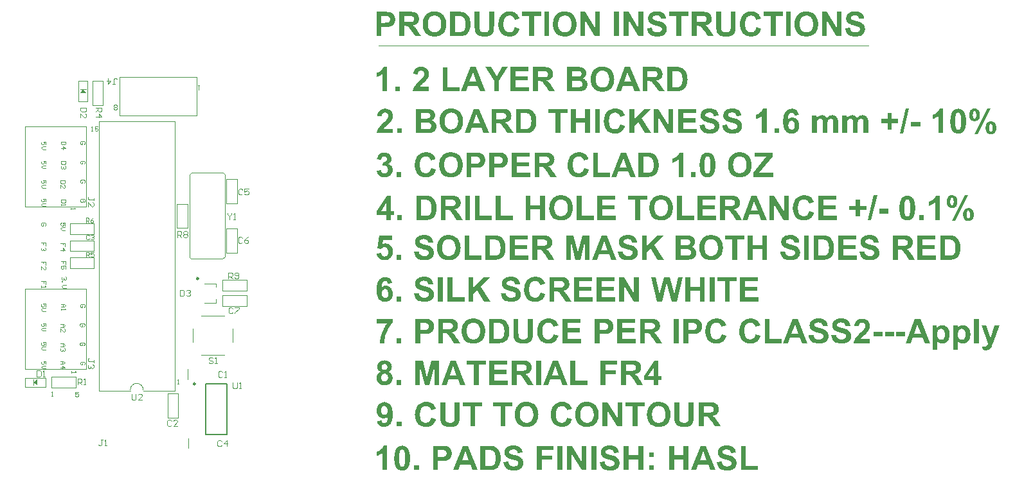
<source format=gto>
%FSLAX44Y44*%
%MOMM*%
G71*
G01*
G75*
%ADD10R,1.3000X1.5000*%
%ADD11R,1.1000X1.0000*%
%ADD12R,2.1000X2.9000*%
%ADD13R,0.5000X1.6000*%
%ADD14R,1.0000X1.1000*%
%ADD15R,2.4000X3.3000*%
%ADD16R,2.4000X1.0000*%
%ADD17R,1.0000X0.8500*%
%ADD18R,1.0000X0.8500*%
%ADD19R,0.8000X0.8000*%
%ADD20R,2.8000X1.5000*%
%ADD21R,0.8000X0.8000*%
%ADD22R,4.5000X5.0000*%
G04:AMPARAMS|DCode=23|XSize=5.6mm|YSize=2.1mm|CornerRadius=0.525mm|HoleSize=0mm|Usage=FLASHONLY|Rotation=270.000|XOffset=0mm|YOffset=0mm|HoleType=Round|Shape=RoundedRectangle|*
%AMROUNDEDRECTD23*
21,1,5.6000,1.0500,0,0,270.0*
21,1,4.5500,2.1000,0,0,270.0*
1,1,1.0500,-0.5250,-2.2750*
1,1,1.0500,-0.5250,2.2750*
1,1,1.0500,0.5250,2.2750*
1,1,1.0500,0.5250,-2.2750*
%
%ADD23ROUNDEDRECTD23*%
%ADD24C,0.3000*%
%ADD25C,0.5000*%
%ADD26C,0.7500*%
%ADD27C,1.8000*%
%ADD28O,1.0000X1.7000*%
%ADD29C,6.0000*%
%ADD30C,1.6000*%
%ADD31C,0.6000*%
%ADD32C,0.2500*%
%ADD33C,0.1000*%
%ADD34C,0.2000*%
%ADD35C,0.0800*%
G36*
X2637296Y666759D02*
X2632761D01*
X2640675Y699894D01*
X2645303D01*
X2637296Y666759D01*
D02*
G37*
G36*
X2685658Y699478D02*
X2686028Y699432D01*
X2686491Y699339D01*
X2686954Y699246D01*
X2687509Y699108D01*
X2688110Y698922D01*
X2688666Y698691D01*
X2689268Y698460D01*
X2689869Y698136D01*
X2690471Y697719D01*
X2691072Y697303D01*
X2691628Y696794D01*
X2692137Y696192D01*
X2692183Y696146D01*
X2692276Y696007D01*
X2692415Y695776D01*
X2692646Y695452D01*
X2692877Y694989D01*
X2693155Y694433D01*
X2693433Y693832D01*
X2693710Y693045D01*
X2693988Y692212D01*
X2694312Y691240D01*
X2694543Y690176D01*
X2694775Y688972D01*
X2695006Y687677D01*
X2695145Y686288D01*
X2695237Y684761D01*
X2695284Y683095D01*
Y683049D01*
Y683002D01*
Y682864D01*
Y682679D01*
Y682216D01*
X2695237Y681614D01*
X2695191Y680874D01*
X2695099Y679994D01*
X2695006Y679069D01*
X2694914Y678051D01*
X2694728Y676986D01*
X2694497Y675876D01*
X2694266Y674811D01*
X2693942Y673747D01*
X2693618Y672682D01*
X2693155Y671711D01*
X2692692Y670785D01*
X2692137Y669998D01*
X2692090Y669952D01*
X2691998Y669859D01*
X2691859Y669674D01*
X2691674Y669489D01*
X2691396Y669258D01*
X2691072Y668980D01*
X2690656Y668656D01*
X2690239Y668378D01*
X2689730Y668055D01*
X2689221Y667730D01*
X2688620Y667453D01*
X2687972Y667221D01*
X2687278Y667036D01*
X2686491Y666851D01*
X2685704Y666759D01*
X2684871Y666712D01*
X2684686D01*
X2684408Y666759D01*
X2684084D01*
X2683714Y666805D01*
X2683251Y666898D01*
X2682742Y666990D01*
X2682187Y667175D01*
X2681585Y667360D01*
X2680984Y667592D01*
X2680336Y667869D01*
X2679734Y668240D01*
X2679086Y668610D01*
X2678484Y669119D01*
X2677883Y669628D01*
X2677328Y670276D01*
X2677281Y670322D01*
X2677189Y670461D01*
X2677050Y670692D01*
X2676911Y670970D01*
X2676680Y671386D01*
X2676448Y671896D01*
X2676171Y672543D01*
X2675939Y673238D01*
X2675662Y674071D01*
X2675384Y674996D01*
X2675153Y676061D01*
X2674967Y677218D01*
X2674782Y678513D01*
X2674643Y679948D01*
X2674551Y681475D01*
X2674505Y683141D01*
Y683188D01*
Y683234D01*
Y683373D01*
Y683558D01*
Y684021D01*
X2674551Y684622D01*
X2674597Y685363D01*
X2674690Y686242D01*
X2674782Y687168D01*
X2674875Y688186D01*
X2675060Y689250D01*
X2675245Y690315D01*
X2675523Y691425D01*
X2675800Y692490D01*
X2676171Y693508D01*
X2676587Y694480D01*
X2677050Y695405D01*
X2677605Y696192D01*
X2677651Y696238D01*
X2677744Y696331D01*
X2677883Y696516D01*
X2678114Y696701D01*
X2678346Y696979D01*
X2678670Y697256D01*
X2679086Y697534D01*
X2679503Y697858D01*
X2680012Y698182D01*
X2680521Y698460D01*
X2681122Y698737D01*
X2681770Y699015D01*
X2682465Y699200D01*
X2683251Y699385D01*
X2684038Y699478D01*
X2684871Y699524D01*
X2685334D01*
X2685658Y699478D01*
D02*
G37*
G36*
X2019289Y667314D02*
X2013134D01*
Y673469D01*
X2019289D01*
Y667314D01*
D02*
G37*
G36*
X2004943Y679115D02*
X2008923D01*
Y673747D01*
X2004943D01*
Y667314D01*
X1999019D01*
Y673747D01*
X1985876D01*
Y679069D01*
X1999760Y699478D01*
X2004943D01*
Y679115D01*
D02*
G37*
G36*
X2748412Y666065D02*
X2743877D01*
X2760907Y699941D01*
X2765350D01*
X2748412Y666065D01*
D02*
G37*
G36*
X2765952Y682910D02*
X2766229D01*
X2766553Y682864D01*
X2767294Y682679D01*
X2768127Y682447D01*
X2768960Y682077D01*
X2769792Y681568D01*
X2770209Y681244D01*
X2770579Y680874D01*
X2770672Y680781D01*
X2770764Y680642D01*
X2770857Y680503D01*
X2771042Y680272D01*
X2771181Y679994D01*
X2771366Y679670D01*
X2771551Y679300D01*
X2771690Y678884D01*
X2771875Y678421D01*
X2772060Y677866D01*
X2772199Y677310D01*
X2772292Y676662D01*
X2772384Y676014D01*
X2772477Y675274D01*
Y674487D01*
Y674441D01*
Y674302D01*
Y674071D01*
X2772430Y673793D01*
Y673423D01*
X2772384Y673006D01*
X2772245Y672034D01*
X2772014Y671016D01*
X2771690Y669952D01*
X2771227Y668934D01*
X2770903Y668471D01*
X2770579Y668055D01*
X2770487Y667962D01*
X2770255Y667730D01*
X2769792Y667407D01*
X2769237Y667036D01*
X2768497Y666666D01*
X2767617Y666342D01*
X2766599Y666111D01*
X2766044Y666065D01*
X2765443Y666018D01*
X2765118D01*
X2764887Y666065D01*
X2764609D01*
X2764285Y666111D01*
X2763545Y666296D01*
X2762712Y666527D01*
X2761833Y666898D01*
X2760999Y667407D01*
X2760583Y667684D01*
X2760213Y668055D01*
Y668101D01*
X2760120Y668147D01*
X2760028Y668286D01*
X2759935Y668471D01*
X2759796Y668656D01*
X2759611Y668934D01*
X2759472Y669258D01*
X2759287Y669628D01*
X2759102Y670044D01*
X2758963Y670554D01*
X2758778Y671063D01*
X2758640Y671664D01*
X2758547Y672266D01*
X2758454Y672960D01*
X2758362Y673700D01*
Y674487D01*
Y674533D01*
Y674672D01*
Y674904D01*
X2758408Y675181D01*
Y675552D01*
X2758454Y675968D01*
X2758593Y676894D01*
X2758824Y677958D01*
X2759149Y678976D01*
X2759611Y679994D01*
X2759889Y680457D01*
X2760213Y680874D01*
X2760259Y680920D01*
X2760305Y680966D01*
X2760583Y681198D01*
X2760999Y681522D01*
X2761555Y681938D01*
X2762296Y682308D01*
X2763221Y682632D01*
X2764239Y682864D01*
X2764795Y682956D01*
X2765720D01*
X2765952Y682910D01*
D02*
G37*
G36*
X2361243Y699894D02*
X2361706D01*
X2362308Y699802D01*
X2363002Y699709D01*
X2363789Y699570D01*
X2364622Y699385D01*
X2365501Y699154D01*
X2366427Y698876D01*
X2367352Y698506D01*
X2368324Y698089D01*
X2369250Y697580D01*
X2370175Y696979D01*
X2371055Y696284D01*
X2371888Y695498D01*
X2371934Y695452D01*
X2372073Y695313D01*
X2372304Y695035D01*
X2372535Y694711D01*
X2372859Y694248D01*
X2373230Y693693D01*
X2373600Y693045D01*
X2374016Y692305D01*
X2374433Y691518D01*
X2374803Y690592D01*
X2375173Y689574D01*
X2375497Y688510D01*
X2375775Y687306D01*
X2375960Y686057D01*
X2376099Y684715D01*
X2376145Y683280D01*
Y683188D01*
Y682956D01*
X2376099Y682540D01*
Y681984D01*
X2376006Y681337D01*
X2375914Y680596D01*
X2375775Y679717D01*
X2375636Y678837D01*
X2375405Y677866D01*
X2375127Y676847D01*
X2374757Y675829D01*
X2374340Y674811D01*
X2373878Y673839D01*
X2373276Y672868D01*
X2372628Y671942D01*
X2371888Y671063D01*
X2371841Y671016D01*
X2371702Y670878D01*
X2371471Y670646D01*
X2371101Y670368D01*
X2370684Y670044D01*
X2370175Y669674D01*
X2369574Y669304D01*
X2368926Y668887D01*
X2368139Y668471D01*
X2367306Y668101D01*
X2366380Y667730D01*
X2365362Y667407D01*
X2364298Y667129D01*
X2363141Y666898D01*
X2361938Y666759D01*
X2360642Y666712D01*
X2360318D01*
X2359948Y666759D01*
X2359485Y666805D01*
X2358883Y666851D01*
X2358189Y666944D01*
X2357402Y667083D01*
X2356569Y667268D01*
X2355644Y667499D01*
X2354764Y667777D01*
X2353793Y668147D01*
X2352867Y668564D01*
X2351895Y669026D01*
X2351016Y669628D01*
X2350136Y670276D01*
X2349303Y671063D01*
X2349257Y671109D01*
X2349118Y671248D01*
X2348933Y671525D01*
X2348656Y671849D01*
X2348332Y672312D01*
X2347961Y672868D01*
X2347591Y673469D01*
X2347221Y674210D01*
X2346804Y674996D01*
X2346434Y675922D01*
X2346064Y676894D01*
X2345740Y677958D01*
X2345462Y679115D01*
X2345277Y680365D01*
X2345138Y681707D01*
X2345092Y683095D01*
Y683141D01*
Y683326D01*
Y683558D01*
X2345138Y683928D01*
Y684345D01*
X2345185Y684807D01*
X2345231Y685363D01*
X2345277Y685964D01*
X2345462Y687260D01*
X2345694Y688649D01*
X2346064Y690037D01*
X2346527Y691333D01*
Y691379D01*
X2346573Y691425D01*
X2346665Y691564D01*
X2346712Y691749D01*
X2346989Y692212D01*
X2347313Y692814D01*
X2347730Y693508D01*
X2348239Y694202D01*
X2348841Y694989D01*
X2349489Y695729D01*
X2349535Y695776D01*
X2349581Y695822D01*
X2349812Y696053D01*
X2350229Y696423D01*
X2350738Y696840D01*
X2351340Y697303D01*
X2352034Y697812D01*
X2352821Y698275D01*
X2353654Y698645D01*
X2353700D01*
X2353793Y698691D01*
X2353978Y698784D01*
X2354209Y698830D01*
X2354487Y698969D01*
X2354811Y699061D01*
X2355227Y699154D01*
X2355644Y699293D01*
X2356662Y699524D01*
X2357819Y699755D01*
X2359161Y699894D01*
X2360549Y699941D01*
X2360873D01*
X2361243Y699894D01*
D02*
G37*
G36*
X2229441D02*
X2229904D01*
X2230506Y699802D01*
X2231200Y699709D01*
X2231987Y699570D01*
X2232820Y699385D01*
X2233699Y699154D01*
X2234625Y698876D01*
X2235550Y698506D01*
X2236522Y698089D01*
X2237448Y697580D01*
X2238373Y696979D01*
X2239252Y696284D01*
X2240085Y695498D01*
X2240132Y695452D01*
X2240271Y695313D01*
X2240502Y695035D01*
X2240733Y694711D01*
X2241057Y694248D01*
X2241427Y693693D01*
X2241798Y693045D01*
X2242214Y692305D01*
X2242631Y691518D01*
X2243001Y690592D01*
X2243371Y689574D01*
X2243695Y688510D01*
X2243973Y687306D01*
X2244158Y686057D01*
X2244297Y684715D01*
X2244343Y683280D01*
Y683188D01*
Y682956D01*
X2244297Y682540D01*
Y681984D01*
X2244204Y681337D01*
X2244112Y680596D01*
X2243973Y679717D01*
X2243834Y678837D01*
X2243603Y677866D01*
X2243325Y676847D01*
X2242955Y675829D01*
X2242538Y674811D01*
X2242075Y673839D01*
X2241474Y672868D01*
X2240826Y671942D01*
X2240085Y671063D01*
X2240039Y671016D01*
X2239900Y670878D01*
X2239669Y670646D01*
X2239299Y670368D01*
X2238882Y670044D01*
X2238373Y669674D01*
X2237771Y669304D01*
X2237124Y668887D01*
X2236337Y668471D01*
X2235504Y668101D01*
X2234578Y667730D01*
X2233560Y667407D01*
X2232496Y667129D01*
X2231339Y666898D01*
X2230135Y666759D01*
X2228840Y666712D01*
X2228516D01*
X2228145Y666759D01*
X2227683Y666805D01*
X2227081Y666851D01*
X2226387Y666944D01*
X2225600Y667083D01*
X2224767Y667268D01*
X2223842Y667499D01*
X2222962Y667777D01*
X2221991Y668147D01*
X2221065Y668564D01*
X2220093Y669026D01*
X2219214Y669628D01*
X2218334Y670276D01*
X2217501Y671063D01*
X2217455Y671109D01*
X2217316Y671248D01*
X2217131Y671525D01*
X2216853Y671849D01*
X2216530Y672312D01*
X2216159Y672868D01*
X2215789Y673469D01*
X2215419Y674210D01*
X2215002Y674996D01*
X2214632Y675922D01*
X2214262Y676894D01*
X2213938Y677958D01*
X2213660Y679115D01*
X2213475Y680365D01*
X2213336Y681707D01*
X2213290Y683095D01*
Y683141D01*
Y683326D01*
Y683558D01*
X2213336Y683928D01*
Y684345D01*
X2213383Y684807D01*
X2213429Y685363D01*
X2213475Y685964D01*
X2213660Y687260D01*
X2213892Y688649D01*
X2214262Y690037D01*
X2214725Y691333D01*
Y691379D01*
X2214771Y691425D01*
X2214863Y691564D01*
X2214910Y691749D01*
X2215188Y692212D01*
X2215511Y692814D01*
X2215928Y693508D01*
X2216437Y694202D01*
X2217039Y694989D01*
X2217686Y695729D01*
X2217733Y695776D01*
X2217779Y695822D01*
X2218011Y696053D01*
X2218427Y696423D01*
X2218936Y696840D01*
X2219538Y697303D01*
X2220232Y697812D01*
X2221019Y698275D01*
X2221852Y698645D01*
X2221898D01*
X2221991Y698691D01*
X2222176Y698784D01*
X2222407Y698830D01*
X2222685Y698969D01*
X2223009Y699061D01*
X2223425Y699154D01*
X2223842Y699293D01*
X2224860Y699524D01*
X2226017Y699755D01*
X2227359Y699894D01*
X2228747Y699941D01*
X2229071D01*
X2229441Y699894D01*
D02*
G37*
G36*
X2256052Y672729D02*
X2272157D01*
Y667314D01*
X2249573D01*
Y699108D01*
X2256052D01*
Y672729D01*
D02*
G37*
G36*
X2149148D02*
X2165253D01*
Y667314D01*
X2142669D01*
Y699108D01*
X2149148D01*
Y672729D01*
D02*
G37*
G36*
X2342223Y693924D02*
X2332782D01*
Y667314D01*
X2326303D01*
Y693924D01*
X2316816D01*
Y699339D01*
X2342223D01*
Y693924D01*
D02*
G37*
G36*
X2300526D02*
X2283264D01*
Y686844D01*
X2299322D01*
Y681429D01*
X2283264D01*
Y672729D01*
X2301127D01*
Y667314D01*
X2276785D01*
Y699339D01*
X2300526D01*
Y693924D01*
D02*
G37*
G36*
X2085283Y699293D02*
X2085792D01*
X2086301Y699246D01*
X2086903D01*
X2088106Y699108D01*
X2089355Y698969D01*
X2090512Y698737D01*
X2091021Y698598D01*
X2091484Y698460D01*
X2091530D01*
X2091577Y698413D01*
X2091855Y698275D01*
X2092271Y698043D01*
X2092826Y697766D01*
X2093428Y697303D01*
X2094030Y696794D01*
X2094631Y696146D01*
X2095186Y695359D01*
Y695313D01*
X2095233Y695266D01*
X2095325Y695128D01*
X2095418Y694989D01*
X2095649Y694526D01*
X2095927Y693924D01*
X2096158Y693184D01*
X2096390Y692351D01*
X2096575Y691379D01*
X2096621Y690361D01*
Y690315D01*
Y690222D01*
Y689991D01*
X2096575Y689759D01*
Y689435D01*
X2096529Y689111D01*
X2096344Y688278D01*
X2096112Y687306D01*
X2095742Y686335D01*
X2095186Y685316D01*
X2094863Y684854D01*
X2094492Y684391D01*
X2094446Y684345D01*
X2094400Y684298D01*
X2094261Y684159D01*
X2094076Y684021D01*
X2093891Y683836D01*
X2093613Y683604D01*
X2093289Y683373D01*
X2092919Y683141D01*
X2092502Y682864D01*
X2091993Y682632D01*
X2091484Y682401D01*
X2090929Y682169D01*
X2090281Y681938D01*
X2089633Y681753D01*
X2088939Y681568D01*
X2088152Y681429D01*
X2088198D01*
X2088245Y681383D01*
X2088522Y681198D01*
X2088893Y680966D01*
X2089355Y680642D01*
X2089911Y680226D01*
X2090466Y679809D01*
X2091068Y679300D01*
X2091577Y678745D01*
X2091623Y678699D01*
X2091855Y678467D01*
X2092132Y678097D01*
X2092549Y677542D01*
X2093104Y676847D01*
X2093382Y676385D01*
X2093706Y675922D01*
X2094076Y675413D01*
X2094446Y674857D01*
X2094863Y674210D01*
X2095279Y673562D01*
X2099213Y667314D01*
X2091438D01*
X2086810Y674256D01*
X2086764Y674302D01*
X2086718Y674441D01*
X2086579Y674626D01*
X2086394Y674857D01*
X2086208Y675135D01*
X2085977Y675505D01*
X2085468Y676246D01*
X2084866Y677079D01*
X2084311Y677819D01*
X2083802Y678513D01*
X2083571Y678745D01*
X2083385Y678976D01*
X2083339Y679023D01*
X2083247Y679115D01*
X2083062Y679300D01*
X2082830Y679532D01*
X2082506Y679717D01*
X2082182Y679948D01*
X2081812Y680133D01*
X2081442Y680318D01*
X2081396D01*
X2081257Y680365D01*
X2081025Y680457D01*
X2080655Y680503D01*
X2080192Y680596D01*
X2079637Y680642D01*
X2078989Y680689D01*
X2076906D01*
Y667314D01*
X2070427D01*
Y699339D01*
X2084866D01*
X2085283Y699293D01*
D02*
G37*
G36*
X2051268D02*
X2052147Y699246D01*
X2053119Y699200D01*
X2054137Y699061D01*
X2055109Y698922D01*
X2055988Y698691D01*
X2056035D01*
X2056127Y698645D01*
X2056266Y698598D01*
X2056451Y698552D01*
X2057007Y698321D01*
X2057654Y697997D01*
X2058395Y697580D01*
X2059228Y697071D01*
X2060015Y696470D01*
X2060801Y695729D01*
X2060848D01*
X2060894Y695637D01*
X2061125Y695359D01*
X2061496Y694896D01*
X2061912Y694295D01*
X2062421Y693554D01*
X2062930Y692675D01*
X2063439Y691657D01*
X2063856Y690546D01*
Y690500D01*
X2063902Y690407D01*
X2063948Y690222D01*
X2064041Y689991D01*
X2064087Y689713D01*
X2064180Y689343D01*
X2064272Y688926D01*
X2064411Y688463D01*
X2064504Y687954D01*
X2064596Y687353D01*
X2064689Y686751D01*
X2064735Y686057D01*
X2064874Y684622D01*
X2064920Y683002D01*
Y682956D01*
Y682817D01*
Y682632D01*
Y682355D01*
X2064874Y681984D01*
Y681614D01*
X2064828Y681151D01*
X2064781Y680642D01*
X2064689Y679578D01*
X2064504Y678467D01*
X2064226Y677310D01*
X2063902Y676199D01*
Y676153D01*
X2063856Y676061D01*
X2063763Y675876D01*
X2063671Y675598D01*
X2063578Y675320D01*
X2063393Y674996D01*
X2063023Y674163D01*
X2062560Y673284D01*
X2061958Y672312D01*
X2061264Y671386D01*
X2060477Y670507D01*
X2060385Y670415D01*
X2060154Y670230D01*
X2059783Y669952D01*
X2059274Y669582D01*
X2058626Y669165D01*
X2057886Y668749D01*
X2056960Y668332D01*
X2055942Y667962D01*
X2055896D01*
X2055850Y667916D01*
X2055711D01*
X2055572Y667869D01*
X2055063Y667777D01*
X2054415Y667638D01*
X2053628Y667499D01*
X2052656Y667407D01*
X2051499Y667360D01*
X2050250Y667314D01*
X2038125D01*
Y699339D01*
X2050898D01*
X2051268Y699293D01*
D02*
G37*
G36*
X2121797Y672729D02*
X2137902D01*
Y667314D01*
X2115318D01*
Y699108D01*
X2121797D01*
Y672729D01*
D02*
G37*
G36*
X2108978Y667314D02*
X2102499D01*
Y699339D01*
X2108978D01*
Y667314D01*
D02*
G37*
G36*
X2187837Y750674D02*
X2170575D01*
Y743594D01*
X2186633D01*
Y738179D01*
X2170575D01*
Y729479D01*
X2188438D01*
Y724064D01*
X2164096D01*
Y756089D01*
X2187837D01*
Y750674D01*
D02*
G37*
G36*
X2146556Y756043D02*
X2147759D01*
X2149055Y755950D01*
X2150351Y755858D01*
X2150906Y755811D01*
X2151462Y755765D01*
X2151924Y755673D01*
X2152295Y755580D01*
X2152341D01*
X2152433Y755534D01*
X2152572Y755487D01*
X2152757Y755441D01*
X2153266Y755210D01*
X2153914Y754932D01*
X2154608Y754516D01*
X2155395Y753960D01*
X2156136Y753266D01*
X2156876Y752433D01*
Y752387D01*
X2156969Y752340D01*
X2157061Y752202D01*
X2157154Y752017D01*
X2157339Y751739D01*
X2157478Y751461D01*
X2157663Y751137D01*
X2157848Y750767D01*
X2158172Y749841D01*
X2158496Y748823D01*
X2158681Y747574D01*
X2158774Y746232D01*
Y746185D01*
Y746093D01*
Y745954D01*
Y745723D01*
X2158727Y745491D01*
Y745167D01*
X2158635Y744519D01*
X2158496Y743733D01*
X2158311Y742853D01*
X2158033Y742020D01*
X2157663Y741234D01*
X2157617Y741141D01*
X2157478Y740910D01*
X2157246Y740539D01*
X2156922Y740077D01*
X2156552Y739614D01*
X2156043Y739058D01*
X2155534Y738549D01*
X2154933Y738087D01*
X2154840Y738040D01*
X2154655Y737901D01*
X2154331Y737716D01*
X2153914Y737485D01*
X2153405Y737207D01*
X2152850Y736976D01*
X2152248Y736745D01*
X2151600Y736559D01*
X2151508D01*
X2151369Y736513D01*
X2151184D01*
X2150952Y736467D01*
X2150629Y736421D01*
X2150305Y736374D01*
X2149888D01*
X2149472Y736328D01*
X2148963Y736282D01*
X2148407Y736235D01*
X2147805Y736189D01*
X2147158D01*
X2146463Y736143D01*
X2140725D01*
Y724064D01*
X2134246D01*
Y756089D01*
X2146047D01*
X2146556Y756043D01*
D02*
G37*
G36*
X2277618Y729479D02*
X2293723D01*
Y724064D01*
X2271138D01*
Y755858D01*
X2277618D01*
Y729479D01*
D02*
G37*
G36*
X2208801Y756043D02*
X2209310D01*
X2209819Y755996D01*
X2210421D01*
X2211624Y755858D01*
X2212874Y755719D01*
X2214030Y755487D01*
X2214540Y755349D01*
X2215002Y755210D01*
X2215049D01*
X2215095Y755163D01*
X2215373Y755025D01*
X2215789Y754793D01*
X2216344Y754516D01*
X2216946Y754053D01*
X2217548Y753544D01*
X2218149Y752896D01*
X2218705Y752109D01*
Y752063D01*
X2218751Y752017D01*
X2218844Y751878D01*
X2218936Y751739D01*
X2219167Y751276D01*
X2219445Y750674D01*
X2219677Y749934D01*
X2219908Y749101D01*
X2220093Y748129D01*
X2220139Y747111D01*
Y747065D01*
Y746972D01*
Y746741D01*
X2220093Y746509D01*
Y746185D01*
X2220047Y745861D01*
X2219862Y745028D01*
X2219630Y744056D01*
X2219260Y743085D01*
X2218705Y742066D01*
X2218381Y741604D01*
X2218011Y741141D01*
X2217964Y741095D01*
X2217918Y741048D01*
X2217779Y740910D01*
X2217594Y740771D01*
X2217409Y740586D01*
X2217131Y740354D01*
X2216807Y740123D01*
X2216437Y739891D01*
X2216021Y739614D01*
X2215511Y739382D01*
X2215002Y739151D01*
X2214447Y738920D01*
X2213799Y738688D01*
X2213151Y738503D01*
X2212457Y738318D01*
X2211670Y738179D01*
X2211717D01*
X2211763Y738133D01*
X2212041Y737948D01*
X2212411Y737716D01*
X2212874Y737392D01*
X2213429Y736976D01*
X2213984Y736559D01*
X2214586Y736050D01*
X2215095Y735495D01*
X2215141Y735449D01*
X2215373Y735217D01*
X2215650Y734847D01*
X2216067Y734292D01*
X2216622Y733597D01*
X2216900Y733135D01*
X2217224Y732672D01*
X2217594Y732163D01*
X2217964Y731608D01*
X2218381Y730960D01*
X2218797Y730312D01*
X2222731Y724064D01*
X2214956D01*
X2210328Y731006D01*
X2210282Y731052D01*
X2210236Y731191D01*
X2210097Y731376D01*
X2209912Y731608D01*
X2209727Y731885D01*
X2209495Y732255D01*
X2208986Y732996D01*
X2208385Y733829D01*
X2207829Y734569D01*
X2207320Y735264D01*
X2207089Y735495D01*
X2206904Y735726D01*
X2206857Y735773D01*
X2206765Y735865D01*
X2206580Y736050D01*
X2206348Y736282D01*
X2206024Y736467D01*
X2205700Y736698D01*
X2205330Y736883D01*
X2204960Y737068D01*
X2204914D01*
X2204775Y737115D01*
X2204543Y737207D01*
X2204173Y737253D01*
X2203710Y737346D01*
X2203155Y737392D01*
X2202507Y737439D01*
X2200424D01*
Y724064D01*
X2193945D01*
Y756089D01*
X2208385D01*
X2208801Y756043D01*
D02*
G37*
G36*
X2464908Y756644D02*
X2465371D01*
X2465972Y756552D01*
X2466667Y756459D01*
X2467453Y756320D01*
X2468286Y756135D01*
X2469165Y755904D01*
X2470091Y755626D01*
X2471017Y755256D01*
X2471989Y754839D01*
X2472914Y754330D01*
X2473840Y753729D01*
X2474719Y753035D01*
X2475552Y752248D01*
X2475598Y752202D01*
X2475737Y752063D01*
X2475968Y751785D01*
X2476200Y751461D01*
X2476524Y750998D01*
X2476894Y750443D01*
X2477264Y749795D01*
X2477681Y749055D01*
X2478097Y748268D01*
X2478468Y747342D01*
X2478838Y746324D01*
X2479162Y745260D01*
X2479439Y744056D01*
X2479624Y742807D01*
X2479763Y741465D01*
X2479810Y740030D01*
Y739938D01*
Y739706D01*
X2479763Y739290D01*
Y738735D01*
X2479671Y738087D01*
X2479578Y737346D01*
X2479439Y736467D01*
X2479301Y735587D01*
X2479069Y734616D01*
X2478792Y733597D01*
X2478421Y732579D01*
X2478005Y731561D01*
X2477542Y730589D01*
X2476940Y729617D01*
X2476293Y728692D01*
X2475552Y727813D01*
X2475506Y727766D01*
X2475367Y727628D01*
X2475135Y727396D01*
X2474765Y727119D01*
X2474349Y726795D01*
X2473840Y726424D01*
X2473238Y726054D01*
X2472590Y725638D01*
X2471803Y725221D01*
X2470970Y724851D01*
X2470045Y724481D01*
X2469027Y724157D01*
X2467962Y723879D01*
X2466805Y723648D01*
X2465602Y723509D01*
X2464306Y723463D01*
X2463982D01*
X2463612Y723509D01*
X2463149Y723555D01*
X2462548Y723601D01*
X2461853Y723694D01*
X2461067Y723833D01*
X2460234Y724018D01*
X2459308Y724249D01*
X2458429Y724527D01*
X2457457Y724897D01*
X2456531Y725314D01*
X2455560Y725776D01*
X2454680Y726378D01*
X2453801Y727026D01*
X2452968Y727813D01*
X2452922Y727859D01*
X2452783Y727998D01*
X2452598Y728276D01*
X2452320Y728599D01*
X2451996Y729062D01*
X2451626Y729617D01*
X2451256Y730219D01*
X2450885Y730960D01*
X2450469Y731746D01*
X2450099Y732672D01*
X2449728Y733644D01*
X2449404Y734708D01*
X2449127Y735865D01*
X2448942Y737115D01*
X2448803Y738457D01*
X2448757Y739845D01*
Y739891D01*
Y740077D01*
Y740308D01*
X2448803Y740678D01*
Y741095D01*
X2448849Y741557D01*
X2448895Y742113D01*
X2448942Y742714D01*
X2449127Y744010D01*
X2449358Y745399D01*
X2449728Y746787D01*
X2450191Y748083D01*
Y748129D01*
X2450237Y748175D01*
X2450330Y748314D01*
X2450376Y748499D01*
X2450654Y748962D01*
X2450978Y749564D01*
X2451395Y750258D01*
X2451904Y750952D01*
X2452505Y751739D01*
X2453153Y752479D01*
X2453199Y752525D01*
X2453246Y752572D01*
X2453477Y752803D01*
X2453893Y753173D01*
X2454403Y753590D01*
X2455004Y754053D01*
X2455698Y754562D01*
X2456485Y755025D01*
X2457318Y755395D01*
X2457364D01*
X2457457Y755441D01*
X2457642Y755534D01*
X2457874Y755580D01*
X2458151Y755719D01*
X2458475Y755811D01*
X2458892Y755904D01*
X2459308Y756043D01*
X2460326Y756274D01*
X2461483Y756506D01*
X2462825Y756644D01*
X2464214Y756691D01*
X2464538D01*
X2464908Y756644D01*
D02*
G37*
G36*
X2422516Y756228D02*
X2422887Y756182D01*
X2423349Y756089D01*
X2423812Y755996D01*
X2424368Y755858D01*
X2424969Y755673D01*
X2425525Y755441D01*
X2426126Y755210D01*
X2426728Y754886D01*
X2427330Y754469D01*
X2427931Y754053D01*
X2428486Y753544D01*
X2428996Y752942D01*
X2429042Y752896D01*
X2429134Y752757D01*
X2429273Y752525D01*
X2429505Y752202D01*
X2429736Y751739D01*
X2430014Y751183D01*
X2430291Y750582D01*
X2430569Y749795D01*
X2430847Y748962D01*
X2431171Y747990D01*
X2431402Y746926D01*
X2431633Y745723D01*
X2431865Y744427D01*
X2432004Y743038D01*
X2432096Y741511D01*
X2432142Y739845D01*
Y739799D01*
Y739753D01*
Y739614D01*
Y739429D01*
Y738966D01*
X2432096Y738364D01*
X2432050Y737624D01*
X2431957Y736745D01*
X2431865Y735819D01*
X2431772Y734801D01*
X2431587Y733736D01*
X2431356Y732626D01*
X2431124Y731561D01*
X2430800Y730497D01*
X2430476Y729432D01*
X2430014Y728461D01*
X2429551Y727535D01*
X2428996Y726748D01*
X2428949Y726702D01*
X2428857Y726609D01*
X2428718Y726424D01*
X2428533Y726239D01*
X2428255Y726008D01*
X2427931Y725730D01*
X2427515Y725406D01*
X2427098Y725128D01*
X2426589Y724805D01*
X2426080Y724481D01*
X2425478Y724203D01*
X2424830Y723971D01*
X2424136Y723786D01*
X2423349Y723601D01*
X2422563Y723509D01*
X2421730Y723463D01*
X2421545D01*
X2421267Y723509D01*
X2420943D01*
X2420573Y723555D01*
X2420110Y723648D01*
X2419601Y723740D01*
X2419046Y723925D01*
X2418444Y724110D01*
X2417842Y724342D01*
X2417194Y724619D01*
X2416593Y724990D01*
X2415945Y725360D01*
X2415343Y725869D01*
X2414742Y726378D01*
X2414186Y727026D01*
X2414140Y727072D01*
X2414048Y727211D01*
X2413909Y727442D01*
X2413770Y727720D01*
X2413538Y728137D01*
X2413307Y728646D01*
X2413029Y729294D01*
X2412798Y729988D01*
X2412520Y730821D01*
X2412243Y731746D01*
X2412011Y732811D01*
X2411826Y733968D01*
X2411641Y735264D01*
X2411502Y736698D01*
X2411410Y738225D01*
X2411363Y739891D01*
Y739938D01*
Y739984D01*
Y740123D01*
Y740308D01*
Y740771D01*
X2411410Y741372D01*
X2411456Y742113D01*
X2411548Y742992D01*
X2411641Y743918D01*
X2411734Y744936D01*
X2411919Y746000D01*
X2412104Y747065D01*
X2412381Y748175D01*
X2412659Y749240D01*
X2413029Y750258D01*
X2413446Y751230D01*
X2413909Y752155D01*
X2414464Y752942D01*
X2414510Y752988D01*
X2414603Y753081D01*
X2414742Y753266D01*
X2414973Y753451D01*
X2415204Y753729D01*
X2415528Y754007D01*
X2415945Y754284D01*
X2416361Y754608D01*
X2416871Y754932D01*
X2417379Y755210D01*
X2417981Y755487D01*
X2418629Y755765D01*
X2419323Y755950D01*
X2420110Y756135D01*
X2420897Y756228D01*
X2421730Y756274D01*
X2422193D01*
X2422516Y756228D01*
D02*
G37*
G36*
X2116706Y756043D02*
X2117909D01*
X2119205Y755950D01*
X2120501Y755858D01*
X2121056Y755811D01*
X2121612Y755765D01*
X2122074Y755673D01*
X2122445Y755580D01*
X2122491D01*
X2122584Y755534D01*
X2122722Y755487D01*
X2122908Y755441D01*
X2123417Y755210D01*
X2124064Y754932D01*
X2124759Y754516D01*
X2125545Y753960D01*
X2126286Y753266D01*
X2127026Y752433D01*
Y752387D01*
X2127119Y752340D01*
X2127211Y752202D01*
X2127304Y752017D01*
X2127489Y751739D01*
X2127628Y751461D01*
X2127813Y751137D01*
X2127998Y750767D01*
X2128322Y749841D01*
X2128646Y748823D01*
X2128831Y747574D01*
X2128924Y746232D01*
Y746185D01*
Y746093D01*
Y745954D01*
Y745723D01*
X2128878Y745491D01*
Y745167D01*
X2128785Y744519D01*
X2128646Y743733D01*
X2128461Y742853D01*
X2128183Y742020D01*
X2127813Y741234D01*
X2127767Y741141D01*
X2127628Y740910D01*
X2127397Y740539D01*
X2127073Y740077D01*
X2126702Y739614D01*
X2126193Y739058D01*
X2125684Y738549D01*
X2125083Y738087D01*
X2124990Y738040D01*
X2124805Y737901D01*
X2124481Y737716D01*
X2124064Y737485D01*
X2123555Y737207D01*
X2123000Y736976D01*
X2122399Y736745D01*
X2121751Y736559D01*
X2121658D01*
X2121519Y736513D01*
X2121334D01*
X2121103Y736467D01*
X2120779Y736421D01*
X2120455Y736374D01*
X2120038D01*
X2119622Y736328D01*
X2119113Y736282D01*
X2118557Y736235D01*
X2117956Y736189D01*
X2117308D01*
X2116614Y736143D01*
X2110875D01*
Y724064D01*
X2104396D01*
Y756089D01*
X2116197D01*
X2116706Y756043D01*
D02*
G37*
G36*
X2018456Y724064D02*
X2012301D01*
Y730219D01*
X2018456D01*
Y724064D01*
D02*
G37*
G36*
X1996937Y756228D02*
X1997353Y756182D01*
X1997770Y756135D01*
X1998279Y756043D01*
X1998788Y755904D01*
X1999945Y755580D01*
X2000546Y755349D01*
X2001194Y755025D01*
X2001796Y754701D01*
X2002351Y754330D01*
X2002953Y753868D01*
X2003462Y753359D01*
X2003508Y753312D01*
X2003555Y753266D01*
X2003693Y753127D01*
X2003832Y752942D01*
X2004202Y752479D01*
X2004619Y751831D01*
X2005035Y751045D01*
X2005359Y750119D01*
X2005637Y749101D01*
X2005683Y748592D01*
X2005730Y748036D01*
Y747990D01*
Y747851D01*
X2005683Y747620D01*
X2005637Y747342D01*
X2005591Y746972D01*
X2005498Y746556D01*
X2005359Y746093D01*
X2005174Y745584D01*
X2004897Y745075D01*
X2004619Y744519D01*
X2004249Y743964D01*
X2003786Y743409D01*
X2003231Y742853D01*
X2002629Y742298D01*
X2001935Y741789D01*
X2001102Y741280D01*
X2001148D01*
X2001241Y741234D01*
X2001379D01*
X2001564Y741141D01*
X2002074Y741002D01*
X2002675Y740724D01*
X2003369Y740354D01*
X2004110Y739891D01*
X2004850Y739290D01*
X2005498Y738596D01*
X2005591Y738503D01*
X2005776Y738225D01*
X2006007Y737809D01*
X2006331Y737207D01*
X2006655Y736513D01*
X2006887Y735634D01*
X2007072Y734708D01*
X2007164Y733644D01*
Y733597D01*
Y733459D01*
Y733227D01*
X2007118Y732950D01*
X2007072Y732579D01*
X2006979Y732163D01*
X2006887Y731654D01*
X2006794Y731145D01*
X2006424Y730034D01*
X2006146Y729432D01*
X2005869Y728784D01*
X2005498Y728183D01*
X2005082Y727581D01*
X2004619Y726980D01*
X2004064Y726424D01*
X2004017Y726378D01*
X2003925Y726285D01*
X2003740Y726147D01*
X2003508Y725962D01*
X2003184Y725730D01*
X2002860Y725499D01*
X2002397Y725221D01*
X2001935Y724943D01*
X2001426Y724666D01*
X2000824Y724388D01*
X2000176Y724157D01*
X1999528Y723925D01*
X1998788Y723740D01*
X1998047Y723601D01*
X1997214Y723509D01*
X1996381Y723463D01*
X1995965D01*
X1995641Y723509D01*
X1995271Y723555D01*
X1994854Y723601D01*
X1994391Y723694D01*
X1993836Y723786D01*
X1992725Y724064D01*
X1991522Y724527D01*
X1990874Y724805D01*
X1990319Y725128D01*
X1989717Y725545D01*
X1989162Y725962D01*
X1989115Y726008D01*
X1989023Y726100D01*
X1988884Y726239D01*
X1988699Y726424D01*
X1988468Y726656D01*
X1988236Y726980D01*
X1987959Y727304D01*
X1987681Y727720D01*
X1987403Y728183D01*
X1987079Y728646D01*
X1986570Y729756D01*
X1986154Y731052D01*
X1985969Y731746D01*
X1985876Y732487D01*
X1991800Y733227D01*
Y733181D01*
Y733135D01*
X1991846Y732857D01*
X1991938Y732440D01*
X1992077Y731932D01*
X1992309Y731376D01*
X1992540Y730775D01*
X1992910Y730219D01*
X1993327Y729710D01*
X1993373Y729664D01*
X1993558Y729525D01*
X1993836Y729340D01*
X1994160Y729155D01*
X1994623Y728923D01*
X1995132Y728738D01*
X1995687Y728599D01*
X1996335Y728553D01*
X1996428D01*
X1996659Y728599D01*
X1996983Y728646D01*
X1997446Y728738D01*
X1997955Y728923D01*
X1998464Y729155D01*
X1999019Y729525D01*
X1999528Y729988D01*
X1999574Y730034D01*
X1999760Y730265D01*
X1999945Y730589D01*
X2000222Y731006D01*
X2000454Y731561D01*
X2000685Y732255D01*
X2000824Y733042D01*
X2000870Y733922D01*
Y733968D01*
Y734014D01*
Y734292D01*
X2000824Y734708D01*
X2000732Y735264D01*
X2000546Y735865D01*
X2000315Y736467D01*
X1999991Y737068D01*
X1999574Y737624D01*
X1999528Y737670D01*
X1999343Y737855D01*
X1999066Y738087D01*
X1998741Y738318D01*
X1998279Y738596D01*
X1997770Y738781D01*
X1997214Y738966D01*
X1996566Y739012D01*
X1996104D01*
X1995780Y738966D01*
X1995363Y738920D01*
X1994854Y738827D01*
X1994345Y738688D01*
X1993743Y738549D01*
X1994391Y743501D01*
X1994808D01*
X1995271Y743548D01*
X1995826Y743594D01*
X1996428Y743733D01*
X1997076Y743918D01*
X1997677Y744195D01*
X1998233Y744566D01*
X1998279Y744612D01*
X1998464Y744797D01*
X1998649Y745028D01*
X1998927Y745399D01*
X1999158Y745815D01*
X1999389Y746324D01*
X1999528Y746926D01*
X1999574Y747620D01*
Y747713D01*
Y747898D01*
X1999528Y748175D01*
X1999436Y748546D01*
X1999343Y748962D01*
X1999158Y749379D01*
X1998927Y749841D01*
X1998603Y750212D01*
X1998556Y750258D01*
X1998418Y750350D01*
X1998233Y750536D01*
X1997908Y750721D01*
X1997538Y750860D01*
X1997122Y751045D01*
X1996566Y751137D01*
X1996011Y751183D01*
X1995733D01*
X1995456Y751137D01*
X1995085Y751045D01*
X1994669Y750906D01*
X1994206Y750721D01*
X1993743Y750443D01*
X1993327Y750073D01*
X1993281Y750026D01*
X1993142Y749888D01*
X1992957Y749610D01*
X1992725Y749240D01*
X1992494Y748823D01*
X1992309Y748268D01*
X1992124Y747620D01*
X1991985Y746880D01*
X1986339Y747805D01*
Y747851D01*
X1986385Y747944D01*
Y748083D01*
X1986431Y748314D01*
X1986570Y748823D01*
X1986755Y749517D01*
X1987033Y750258D01*
X1987311Y751045D01*
X1987681Y751785D01*
X1988097Y752479D01*
X1988144Y752572D01*
X1988329Y752757D01*
X1988607Y753081D01*
X1988977Y753497D01*
X1989440Y753914D01*
X1989995Y754377D01*
X1990689Y754839D01*
X1991429Y755256D01*
X1991476D01*
X1991522Y755302D01*
X1991800Y755395D01*
X1992263Y755580D01*
X1992818Y755765D01*
X1993512Y755950D01*
X1994345Y756135D01*
X1995224Y756228D01*
X1996196Y756274D01*
X1996613D01*
X1996937Y756228D01*
D02*
G37*
G36*
X2507438Y751045D02*
X2489898Y729479D01*
X2508132D01*
Y724064D01*
X2482077D01*
Y729895D01*
X2498969Y750674D01*
X2484021D01*
Y756089D01*
X2507438D01*
Y751045D01*
D02*
G37*
G36*
X2253460Y756644D02*
X2253969Y756598D01*
X2254524Y756506D01*
X2255172Y756413D01*
X2255867Y756274D01*
X2256607Y756089D01*
X2257394Y755858D01*
X2258181Y755580D01*
X2259014Y755210D01*
X2259800Y754839D01*
X2260541Y754377D01*
X2261327Y753821D01*
X2262022Y753220D01*
X2262068D01*
X2262114Y753127D01*
X2262253Y752988D01*
X2262392Y752850D01*
X2262577Y752618D01*
X2262762Y752340D01*
X2263271Y751693D01*
X2263780Y750860D01*
X2264336Y749841D01*
X2264845Y748684D01*
X2265307Y747342D01*
X2258921Y745815D01*
Y745861D01*
X2258875Y745908D01*
Y746047D01*
X2258782Y746232D01*
X2258643Y746648D01*
X2258412Y747204D01*
X2258088Y747851D01*
X2257671Y748499D01*
X2257116Y749147D01*
X2256514Y749703D01*
X2256422Y749749D01*
X2256190Y749934D01*
X2255820Y750165D01*
X2255311Y750443D01*
X2254663Y750721D01*
X2253923Y750952D01*
X2253090Y751137D01*
X2252164Y751183D01*
X2251840D01*
X2251563Y751137D01*
X2251285Y751091D01*
X2250915Y751045D01*
X2250128Y750860D01*
X2249202Y750536D01*
X2248230Y750073D01*
X2247722Y749795D01*
X2247259Y749471D01*
X2246796Y749055D01*
X2246379Y748592D01*
Y748546D01*
X2246287Y748453D01*
X2246194Y748314D01*
X2246055Y748083D01*
X2245870Y747805D01*
X2245685Y747481D01*
X2245500Y747065D01*
X2245315Y746602D01*
X2245084Y746047D01*
X2244899Y745445D01*
X2244713Y744751D01*
X2244528Y744010D01*
X2244389Y743177D01*
X2244297Y742298D01*
X2244251Y741326D01*
X2244204Y740262D01*
Y740215D01*
Y739984D01*
Y739660D01*
X2244251Y739290D01*
Y738781D01*
X2244343Y738179D01*
X2244389Y737578D01*
X2244482Y736883D01*
X2244760Y735449D01*
X2245130Y734014D01*
X2245361Y733320D01*
X2245685Y732672D01*
X2246009Y732070D01*
X2246379Y731561D01*
X2246426Y731515D01*
X2246472Y731469D01*
X2246611Y731330D01*
X2246796Y731145D01*
X2247259Y730775D01*
X2247907Y730312D01*
X2248693Y729803D01*
X2249665Y729432D01*
X2250776Y729109D01*
X2251378Y729062D01*
X2252025Y729016D01*
X2252257D01*
X2252442Y729062D01*
X2252951Y729109D01*
X2253553Y729201D01*
X2254200Y729432D01*
X2254941Y729710D01*
X2255681Y730080D01*
X2256422Y730636D01*
X2256514Y730728D01*
X2256746Y730960D01*
X2257070Y731330D01*
X2257440Y731885D01*
X2257903Y732626D01*
X2258319Y733505D01*
X2258736Y734569D01*
X2259106Y735819D01*
X2265400Y733875D01*
Y733829D01*
X2265354Y733644D01*
X2265261Y733366D01*
X2265122Y732996D01*
X2264937Y732579D01*
X2264752Y732070D01*
X2264521Y731515D01*
X2264243Y730913D01*
X2263595Y729664D01*
X2262762Y728368D01*
X2261744Y727119D01*
X2261189Y726563D01*
X2260587Y726054D01*
X2260541Y726008D01*
X2260448Y725962D01*
X2260263Y725823D01*
X2259985Y725638D01*
X2259661Y725452D01*
X2259245Y725267D01*
X2258782Y725036D01*
X2258273Y724805D01*
X2257671Y724527D01*
X2257023Y724296D01*
X2256329Y724110D01*
X2255589Y723925D01*
X2254802Y723740D01*
X2253923Y723601D01*
X2253044Y723555D01*
X2252072Y723509D01*
X2251794D01*
X2251470Y723555D01*
X2251007Y723601D01*
X2250498Y723648D01*
X2249850Y723740D01*
X2249156Y723879D01*
X2248369Y724064D01*
X2247583Y724296D01*
X2246750Y724573D01*
X2245870Y724943D01*
X2244991Y725360D01*
X2244112Y725823D01*
X2243232Y726424D01*
X2242399Y727072D01*
X2241613Y727859D01*
X2241566Y727905D01*
X2241427Y728044D01*
X2241242Y728322D01*
X2240965Y728646D01*
X2240687Y729109D01*
X2240317Y729617D01*
X2239947Y730265D01*
X2239576Y731006D01*
X2239206Y731793D01*
X2238836Y732672D01*
X2238466Y733690D01*
X2238188Y734754D01*
X2237910Y735865D01*
X2237725Y737115D01*
X2237586Y738410D01*
X2237540Y739799D01*
Y739845D01*
Y739891D01*
Y740169D01*
X2237586Y740586D01*
Y741141D01*
X2237679Y741789D01*
X2237771Y742576D01*
X2237864Y743409D01*
X2238049Y744380D01*
X2238281Y745352D01*
X2238558Y746370D01*
X2238882Y747389D01*
X2239299Y748453D01*
X2239762Y749471D01*
X2240317Y750443D01*
X2240918Y751369D01*
X2241659Y752248D01*
X2241705Y752294D01*
X2241844Y752433D01*
X2242075Y752664D01*
X2242399Y752942D01*
X2242816Y753266D01*
X2243325Y753636D01*
X2243880Y754053D01*
X2244574Y754469D01*
X2245315Y754886D01*
X2246102Y755302D01*
X2247027Y755673D01*
X2247953Y755996D01*
X2249017Y756274D01*
X2250082Y756506D01*
X2251285Y756644D01*
X2252488Y756691D01*
X2253044D01*
X2253460Y756644D01*
D02*
G37*
G36*
X2052055D02*
X2052564Y756598D01*
X2053119Y756506D01*
X2053767Y756413D01*
X2054461Y756274D01*
X2055202Y756089D01*
X2055988Y755858D01*
X2056775Y755580D01*
X2057608Y755210D01*
X2058395Y754839D01*
X2059135Y754377D01*
X2059922Y753821D01*
X2060616Y753220D01*
X2060663D01*
X2060709Y753127D01*
X2060848Y752988D01*
X2060986Y752850D01*
X2061172Y752618D01*
X2061357Y752340D01*
X2061866Y751693D01*
X2062375Y750860D01*
X2062930Y749841D01*
X2063439Y748684D01*
X2063902Y747342D01*
X2057516Y745815D01*
Y745861D01*
X2057469Y745908D01*
Y746047D01*
X2057377Y746232D01*
X2057238Y746648D01*
X2057007Y747204D01*
X2056683Y747851D01*
X2056266Y748499D01*
X2055711Y749147D01*
X2055109Y749703D01*
X2055016Y749749D01*
X2054785Y749934D01*
X2054415Y750165D01*
X2053906Y750443D01*
X2053258Y750721D01*
X2052518Y750952D01*
X2051685Y751137D01*
X2050759Y751183D01*
X2050435D01*
X2050157Y751137D01*
X2049880Y751091D01*
X2049509Y751045D01*
X2048723Y750860D01*
X2047797Y750536D01*
X2046825Y750073D01*
X2046316Y749795D01*
X2045853Y749471D01*
X2045390Y749055D01*
X2044974Y748592D01*
Y748546D01*
X2044881Y748453D01*
X2044789Y748314D01*
X2044650Y748083D01*
X2044465Y747805D01*
X2044280Y747481D01*
X2044095Y747065D01*
X2043910Y746602D01*
X2043678Y746047D01*
X2043493Y745445D01*
X2043308Y744751D01*
X2043123Y744010D01*
X2042984Y743177D01*
X2042892Y742298D01*
X2042845Y741326D01*
X2042799Y740262D01*
Y740215D01*
Y739984D01*
Y739660D01*
X2042845Y739290D01*
Y738781D01*
X2042938Y738179D01*
X2042984Y737578D01*
X2043077Y736883D01*
X2043354Y735449D01*
X2043725Y734014D01*
X2043956Y733320D01*
X2044280Y732672D01*
X2044604Y732070D01*
X2044974Y731561D01*
X2045020Y731515D01*
X2045067Y731469D01*
X2045205Y731330D01*
X2045390Y731145D01*
X2045853Y730775D01*
X2046501Y730312D01*
X2047288Y729803D01*
X2048260Y729432D01*
X2049371Y729109D01*
X2049972Y729062D01*
X2050620Y729016D01*
X2050851D01*
X2051037Y729062D01*
X2051546Y729109D01*
X2052147Y729201D01*
X2052795Y729432D01*
X2053536Y729710D01*
X2054276Y730080D01*
X2055016Y730636D01*
X2055109Y730728D01*
X2055341Y730960D01*
X2055664Y731330D01*
X2056035Y731885D01*
X2056497Y732626D01*
X2056914Y733505D01*
X2057330Y734569D01*
X2057701Y735819D01*
X2063995Y733875D01*
Y733829D01*
X2063948Y733644D01*
X2063856Y733366D01*
X2063717Y732996D01*
X2063532Y732579D01*
X2063347Y732070D01*
X2063115Y731515D01*
X2062838Y730913D01*
X2062190Y729664D01*
X2061357Y728368D01*
X2060339Y727119D01*
X2059783Y726563D01*
X2059182Y726054D01*
X2059135Y726008D01*
X2059043Y725962D01*
X2058858Y725823D01*
X2058580Y725638D01*
X2058256Y725452D01*
X2057840Y725267D01*
X2057377Y725036D01*
X2056868Y724805D01*
X2056266Y724527D01*
X2055618Y724296D01*
X2054924Y724110D01*
X2054184Y723925D01*
X2053397Y723740D01*
X2052518Y723601D01*
X2051638Y723555D01*
X2050666Y723509D01*
X2050389D01*
X2050065Y723555D01*
X2049602Y723601D01*
X2049093Y723648D01*
X2048445Y723740D01*
X2047751Y723879D01*
X2046964Y724064D01*
X2046177Y724296D01*
X2045344Y724573D01*
X2044465Y724943D01*
X2043586Y725360D01*
X2042706Y725823D01*
X2041827Y726424D01*
X2040994Y727072D01*
X2040207Y727859D01*
X2040161Y727905D01*
X2040022Y728044D01*
X2039837Y728322D01*
X2039559Y728646D01*
X2039282Y729109D01*
X2038911Y729617D01*
X2038541Y730265D01*
X2038171Y731006D01*
X2037801Y731793D01*
X2037431Y732672D01*
X2037060Y733690D01*
X2036783Y734754D01*
X2036505Y735865D01*
X2036320Y737115D01*
X2036181Y738410D01*
X2036135Y739799D01*
Y739845D01*
Y739891D01*
Y740169D01*
X2036181Y740586D01*
Y741141D01*
X2036274Y741789D01*
X2036366Y742576D01*
X2036459Y743409D01*
X2036644Y744380D01*
X2036875Y745352D01*
X2037153Y746370D01*
X2037477Y747389D01*
X2037893Y748453D01*
X2038356Y749471D01*
X2038911Y750443D01*
X2039513Y751369D01*
X2040254Y752248D01*
X2040300Y752294D01*
X2040439Y752433D01*
X2040670Y752664D01*
X2040994Y752942D01*
X2041411Y753266D01*
X2041920Y753636D01*
X2042475Y754053D01*
X2043169Y754469D01*
X2043910Y754886D01*
X2044696Y755302D01*
X2045622Y755673D01*
X2046548Y755996D01*
X2047612Y756274D01*
X2048676Y756506D01*
X2049880Y756644D01*
X2051083Y756691D01*
X2051638D01*
X2052055Y756644D01*
D02*
G37*
G36*
X2343796Y756043D02*
X2344675Y755996D01*
X2345647Y755950D01*
X2346665Y755811D01*
X2347637Y755673D01*
X2348517Y755441D01*
X2348563D01*
X2348656Y755395D01*
X2348794Y755349D01*
X2348979Y755302D01*
X2349535Y755071D01*
X2350183Y754747D01*
X2350923Y754330D01*
X2351756Y753821D01*
X2352543Y753220D01*
X2353330Y752479D01*
X2353376D01*
X2353422Y752387D01*
X2353654Y752109D01*
X2354024Y751646D01*
X2354440Y751045D01*
X2354949Y750304D01*
X2355459Y749425D01*
X2355968Y748407D01*
X2356384Y747296D01*
Y747250D01*
X2356430Y747157D01*
X2356477Y746972D01*
X2356569Y746741D01*
X2356615Y746463D01*
X2356708Y746093D01*
X2356801Y745676D01*
X2356939Y745213D01*
X2357032Y744704D01*
X2357124Y744103D01*
X2357217Y743501D01*
X2357263Y742807D01*
X2357402Y741372D01*
X2357448Y739753D01*
Y739706D01*
Y739567D01*
Y739382D01*
Y739105D01*
X2357402Y738735D01*
Y738364D01*
X2357356Y737901D01*
X2357310Y737392D01*
X2357217Y736328D01*
X2357032Y735217D01*
X2356754Y734060D01*
X2356430Y732950D01*
Y732903D01*
X2356384Y732811D01*
X2356292Y732626D01*
X2356199Y732348D01*
X2356106Y732070D01*
X2355921Y731746D01*
X2355551Y730913D01*
X2355088Y730034D01*
X2354487Y729062D01*
X2353793Y728137D01*
X2353006Y727257D01*
X2352913Y727165D01*
X2352682Y726980D01*
X2352312Y726702D01*
X2351803Y726332D01*
X2351155Y725915D01*
X2350414Y725499D01*
X2349489Y725082D01*
X2348470Y724712D01*
X2348424D01*
X2348378Y724666D01*
X2348239D01*
X2348100Y724619D01*
X2347591Y724527D01*
X2346943Y724388D01*
X2346156Y724249D01*
X2345185Y724157D01*
X2344028Y724110D01*
X2342778Y724064D01*
X2330653D01*
Y756089D01*
X2343426D01*
X2343796Y756043D01*
D02*
G37*
G36*
X2327182Y724064D02*
X2320194D01*
X2317417Y731330D01*
X2304552D01*
X2301914Y724064D01*
X2295065D01*
X2307467Y756089D01*
X2314317D01*
X2327182Y724064D01*
D02*
G37*
G36*
X2406365D02*
X2400210D01*
Y730219D01*
X2406365D01*
Y724064D01*
D02*
G37*
G36*
X2389705D02*
X2383550D01*
Y747250D01*
X2383504Y747204D01*
X2383411Y747111D01*
X2383226Y746972D01*
X2382948Y746741D01*
X2382624Y746463D01*
X2382254Y746185D01*
X2381791Y745861D01*
X2381282Y745491D01*
X2380727Y745121D01*
X2380125Y744751D01*
X2379477Y744334D01*
X2378783Y743964D01*
X2377302Y743270D01*
X2375636Y742622D01*
Y748175D01*
X2375682D01*
X2375729Y748222D01*
X2375867Y748268D01*
X2376053Y748314D01*
X2376515Y748546D01*
X2377163Y748823D01*
X2377950Y749193D01*
X2378829Y749703D01*
X2379801Y750350D01*
X2380819Y751091D01*
X2380866Y751137D01*
X2380958Y751183D01*
X2381097Y751322D01*
X2381282Y751507D01*
X2381791Y751970D01*
X2382346Y752572D01*
X2382994Y753312D01*
X2383642Y754238D01*
X2384244Y755210D01*
X2384707Y756274D01*
X2389705D01*
Y724064D01*
D02*
G37*
G36*
X2394981Y646793D02*
X2395906Y646746D01*
X2396832Y646700D01*
X2397711Y646608D01*
X2398498Y646515D01*
X2398590D01*
X2398822Y646469D01*
X2399146Y646376D01*
X2399608Y646237D01*
X2400118Y646052D01*
X2400673Y645821D01*
X2401275Y645543D01*
X2401830Y645173D01*
X2401876Y645127D01*
X2402061Y644988D01*
X2402339Y644756D01*
X2402709Y644479D01*
X2403079Y644062D01*
X2403496Y643599D01*
X2403912Y643090D01*
X2404283Y642489D01*
X2404329Y642396D01*
X2404422Y642211D01*
X2404607Y641841D01*
X2404792Y641378D01*
X2404977Y640823D01*
X2405162Y640221D01*
X2405255Y639481D01*
X2405301Y638740D01*
Y638694D01*
Y638648D01*
Y638370D01*
X2405255Y637953D01*
X2405162Y637398D01*
X2404977Y636750D01*
X2404792Y636056D01*
X2404468Y635362D01*
X2404051Y634621D01*
X2404005Y634529D01*
X2403820Y634297D01*
X2403542Y633973D01*
X2403218Y633557D01*
X2402755Y633140D01*
X2402200Y632631D01*
X2401552Y632215D01*
X2400812Y631798D01*
X2400858D01*
X2400951Y631752D01*
X2401089Y631706D01*
X2401275Y631660D01*
X2401830Y631428D01*
X2402478Y631104D01*
X2403172Y630734D01*
X2403959Y630225D01*
X2404653Y629623D01*
X2405301Y628883D01*
X2405347Y628790D01*
X2405532Y628512D01*
X2405810Y628096D01*
X2406087Y627541D01*
X2406365Y626800D01*
X2406643Y626013D01*
X2406828Y625088D01*
X2406874Y624070D01*
Y624024D01*
Y623977D01*
Y623699D01*
X2406828Y623283D01*
X2406735Y622728D01*
X2406643Y622080D01*
X2406458Y621339D01*
X2406180Y620599D01*
X2405856Y619812D01*
X2405810Y619720D01*
X2405671Y619488D01*
X2405440Y619118D01*
X2405116Y618655D01*
X2404745Y618100D01*
X2404236Y617591D01*
X2403727Y617035D01*
X2403079Y616526D01*
X2402987Y616480D01*
X2402755Y616341D01*
X2402385Y616110D01*
X2401876Y615878D01*
X2401228Y615601D01*
X2400488Y615369D01*
X2399655Y615138D01*
X2398729Y614999D01*
X2398544D01*
X2398359Y614953D01*
X2397896D01*
X2397572Y614907D01*
X2396693D01*
X2396138Y614860D01*
X2394749D01*
X2393963Y614814D01*
X2380079D01*
Y646839D01*
X2394148D01*
X2394981Y646793D01*
D02*
G37*
G36*
X2302007Y614814D02*
X2295018D01*
X2292242Y622080D01*
X2279376D01*
X2276738Y614814D01*
X2269889D01*
X2282292Y646839D01*
X2289141D01*
X2302007Y614814D01*
D02*
G37*
G36*
X2555383D02*
X2548904D01*
Y646839D01*
X2555383D01*
Y614814D01*
D02*
G37*
G36*
X2470323Y641424D02*
X2460882D01*
Y614814D01*
X2454403D01*
Y641424D01*
X2444915D01*
Y646839D01*
X2470323D01*
Y641424D01*
D02*
G37*
G36*
X2142113Y646793D02*
X2142993Y646746D01*
X2143964Y646700D01*
X2144982Y646561D01*
X2145954Y646422D01*
X2146834Y646191D01*
X2146880D01*
X2146973Y646145D01*
X2147111Y646098D01*
X2147296Y646052D01*
X2147852Y645821D01*
X2148500Y645497D01*
X2149240Y645080D01*
X2150073Y644571D01*
X2150860Y643970D01*
X2151647Y643229D01*
X2151693D01*
X2151739Y643137D01*
X2151971Y642859D01*
X2152341Y642396D01*
X2152757Y641795D01*
X2153266Y641054D01*
X2153775Y640175D01*
X2154285Y639157D01*
X2154701Y638046D01*
Y638000D01*
X2154747Y637907D01*
X2154794Y637722D01*
X2154886Y637491D01*
X2154933Y637213D01*
X2155025Y636843D01*
X2155118Y636426D01*
X2155256Y635963D01*
X2155349Y635454D01*
X2155441Y634853D01*
X2155534Y634251D01*
X2155580Y633557D01*
X2155719Y632122D01*
X2155766Y630503D01*
Y630456D01*
Y630317D01*
Y630132D01*
Y629855D01*
X2155719Y629484D01*
Y629114D01*
X2155673Y628651D01*
X2155627Y628142D01*
X2155534Y627078D01*
X2155349Y625967D01*
X2155071Y624810D01*
X2154747Y623699D01*
Y623653D01*
X2154701Y623561D01*
X2154608Y623376D01*
X2154516Y623098D01*
X2154423Y622820D01*
X2154238Y622496D01*
X2153868Y621663D01*
X2153405Y620784D01*
X2152804Y619812D01*
X2152110Y618886D01*
X2151323Y618007D01*
X2151230Y617915D01*
X2150999Y617730D01*
X2150629Y617452D01*
X2150119Y617082D01*
X2149472Y616665D01*
X2148731Y616249D01*
X2147805Y615832D01*
X2146787Y615462D01*
X2146741D01*
X2146695Y615416D01*
X2146556D01*
X2146417Y615369D01*
X2145908Y615277D01*
X2145260Y615138D01*
X2144474Y614999D01*
X2143502Y614907D01*
X2142345Y614860D01*
X2141095Y614814D01*
X2128970D01*
Y646839D01*
X2141743D01*
X2142113Y646793D01*
D02*
G37*
G36*
X2108237Y620229D02*
X2124342D01*
Y614814D01*
X2101758D01*
Y646608D01*
X2108237D01*
Y620229D01*
D02*
G37*
G36*
X2205978Y646793D02*
X2206487D01*
X2206996Y646746D01*
X2207598D01*
X2208801Y646608D01*
X2210051Y646469D01*
X2211207Y646237D01*
X2211717Y646098D01*
X2212179Y645960D01*
X2212226D01*
X2212272Y645913D01*
X2212550Y645775D01*
X2212966Y645543D01*
X2213521Y645266D01*
X2214123Y644803D01*
X2214725Y644294D01*
X2215326Y643646D01*
X2215882Y642859D01*
Y642813D01*
X2215928Y642766D01*
X2216021Y642628D01*
X2216113Y642489D01*
X2216344Y642026D01*
X2216622Y641424D01*
X2216853Y640684D01*
X2217085Y639851D01*
X2217270Y638879D01*
X2217316Y637861D01*
Y637815D01*
Y637722D01*
Y637491D01*
X2217270Y637259D01*
Y636935D01*
X2217224Y636611D01*
X2217039Y635778D01*
X2216807Y634807D01*
X2216437Y633835D01*
X2215882Y632817D01*
X2215558Y632354D01*
X2215188Y631891D01*
X2215141Y631845D01*
X2215095Y631798D01*
X2214956Y631660D01*
X2214771Y631521D01*
X2214586Y631335D01*
X2214308Y631104D01*
X2213984Y630873D01*
X2213614Y630641D01*
X2213197Y630364D01*
X2212688Y630132D01*
X2212179Y629901D01*
X2211624Y629669D01*
X2210976Y629438D01*
X2210328Y629253D01*
X2209634Y629068D01*
X2208847Y628929D01*
X2208894D01*
X2208940Y628883D01*
X2209218Y628698D01*
X2209588Y628466D01*
X2210051Y628142D01*
X2210606Y627726D01*
X2211161Y627309D01*
X2211763Y626800D01*
X2212272Y626245D01*
X2212318Y626199D01*
X2212550Y625967D01*
X2212827Y625597D01*
X2213244Y625042D01*
X2213799Y624347D01*
X2214077Y623885D01*
X2214401Y623422D01*
X2214771Y622913D01*
X2215141Y622357D01*
X2215558Y621710D01*
X2215974Y621062D01*
X2219908Y614814D01*
X2212133D01*
X2207505Y621756D01*
X2207459Y621802D01*
X2207413Y621941D01*
X2207274Y622126D01*
X2207089Y622357D01*
X2206904Y622635D01*
X2206672Y623005D01*
X2206163Y623746D01*
X2205562Y624579D01*
X2205006Y625319D01*
X2204497Y626013D01*
X2204266Y626245D01*
X2204081Y626476D01*
X2204034Y626522D01*
X2203942Y626615D01*
X2203757Y626800D01*
X2203525Y627032D01*
X2203201Y627217D01*
X2202877Y627448D01*
X2202507Y627633D01*
X2202137Y627818D01*
X2202091D01*
X2201952Y627865D01*
X2201720Y627957D01*
X2201350Y628004D01*
X2200887Y628096D01*
X2200332Y628142D01*
X2199684Y628189D01*
X2197601D01*
Y614814D01*
X2191122D01*
Y646839D01*
X2205562D01*
X2205978Y646793D01*
D02*
G37*
G36*
X2185014Y641424D02*
X2167752D01*
Y634344D01*
X2183810D01*
Y628929D01*
X2167752D01*
Y620229D01*
X2185615D01*
Y614814D01*
X2161273D01*
Y646839D01*
X2185014D01*
Y641424D01*
D02*
G37*
G36*
X2006007Y640684D02*
X1994391D01*
X1993419Y635223D01*
X1993466D01*
X1993512Y635269D01*
X1993790Y635408D01*
X1994206Y635547D01*
X1994715Y635778D01*
X1995363Y635963D01*
X1996057Y636102D01*
X1996844Y636241D01*
X1997631Y636287D01*
X1998047D01*
X1998325Y636241D01*
X1998649Y636195D01*
X1999066Y636148D01*
X1999528Y636056D01*
X2000037Y635917D01*
X2001102Y635547D01*
X2001703Y635316D01*
X2002259Y635038D01*
X2002860Y634668D01*
X2003462Y634251D01*
X2004017Y633788D01*
X2004573Y633279D01*
X2004619Y633233D01*
X2004711Y633140D01*
X2004850Y632955D01*
X2005035Y632724D01*
X2005221Y632446D01*
X2005498Y632076D01*
X2005730Y631660D01*
X2006007Y631197D01*
X2006285Y630688D01*
X2006516Y630086D01*
X2006794Y629438D01*
X2006979Y628790D01*
X2007164Y628050D01*
X2007303Y627263D01*
X2007396Y626430D01*
X2007442Y625551D01*
Y625504D01*
Y625366D01*
Y625181D01*
X2007396Y624903D01*
Y624533D01*
X2007303Y624116D01*
X2007257Y623653D01*
X2007164Y623190D01*
X2006887Y622080D01*
X2006470Y620877D01*
X2006192Y620229D01*
X2005915Y619627D01*
X2005544Y619025D01*
X2005128Y618424D01*
X2005082Y618377D01*
X2004989Y618239D01*
X2004804Y618054D01*
X2004573Y617776D01*
X2004249Y617452D01*
X2003832Y617082D01*
X2003369Y616711D01*
X2002860Y616341D01*
X2002259Y615925D01*
X2001611Y615555D01*
X2000917Y615184D01*
X2000130Y614860D01*
X1999297Y614583D01*
X1998418Y614398D01*
X1997446Y614259D01*
X1996428Y614212D01*
X1996011D01*
X1995687Y614259D01*
X1995317Y614305D01*
X1994854Y614351D01*
X1994391Y614398D01*
X1993836Y614490D01*
X1992725Y614768D01*
X1991476Y615230D01*
X1990874Y615462D01*
X1990273Y615786D01*
X1989717Y616156D01*
X1989162Y616573D01*
X1989115Y616619D01*
X1989023Y616665D01*
X1988884Y616804D01*
X1988699Y616989D01*
X1988514Y617267D01*
X1988236Y617545D01*
X1988005Y617868D01*
X1987727Y618239D01*
X1987403Y618701D01*
X1987126Y619164D01*
X1986617Y620275D01*
X1986154Y621524D01*
X1986015Y622219D01*
X1985876Y622959D01*
X1991985Y623607D01*
Y623514D01*
X1992031Y623283D01*
X1992124Y622867D01*
X1992263Y622404D01*
X1992448Y621895D01*
X1992725Y621339D01*
X1993096Y620830D01*
X1993512Y620321D01*
X1993558Y620275D01*
X1993743Y620136D01*
X1994021Y619951D01*
X1994391Y619720D01*
X1994808Y619488D01*
X1995317Y619303D01*
X1995918Y619164D01*
X1996520Y619118D01*
X1996613D01*
X1996844Y619164D01*
X1997214Y619211D01*
X1997677Y619303D01*
X1998186Y619488D01*
X1998741Y619766D01*
X1999297Y620182D01*
X1999806Y620691D01*
X1999852Y620784D01*
X2000037Y620969D01*
X2000222Y621339D01*
X2000500Y621895D01*
X2000732Y622543D01*
X2000963Y623329D01*
X2001102Y624301D01*
X2001148Y625412D01*
Y625458D01*
Y625551D01*
Y625690D01*
Y625921D01*
X2001102Y626430D01*
X2000963Y627078D01*
X2000824Y627818D01*
X2000593Y628559D01*
X2000269Y629253D01*
X1999806Y629855D01*
X1999760Y629901D01*
X1999574Y630086D01*
X1999251Y630317D01*
X1998880Y630641D01*
X1998371Y630919D01*
X1997770Y631150D01*
X1997076Y631335D01*
X1996335Y631382D01*
X1996057D01*
X1995872Y631335D01*
X1995409Y631243D01*
X1994762Y631104D01*
X1994021Y630826D01*
X1993234Y630410D01*
X1992818Y630132D01*
X1992401Y629808D01*
X1991985Y629438D01*
X1991568Y629022D01*
X1986617Y629716D01*
X1989763Y646422D01*
X2006007D01*
Y640684D01*
D02*
G37*
G36*
X2741331Y646793D02*
X2742210Y646746D01*
X2743182Y646700D01*
X2744200Y646561D01*
X2745172Y646422D01*
X2746052Y646191D01*
X2746098D01*
X2746190Y646145D01*
X2746329Y646098D01*
X2746514Y646052D01*
X2747070Y645821D01*
X2747718Y645497D01*
X2748458Y645080D01*
X2749291Y644571D01*
X2750078Y643970D01*
X2750865Y643229D01*
X2750911D01*
X2750957Y643137D01*
X2751188Y642859D01*
X2751559Y642396D01*
X2751975Y641795D01*
X2752484Y641054D01*
X2752993Y640175D01*
X2753503Y639157D01*
X2753919Y638046D01*
Y638000D01*
X2753965Y637907D01*
X2754012Y637722D01*
X2754104Y637491D01*
X2754150Y637213D01*
X2754243Y636843D01*
X2754336Y636426D01*
X2754474Y635963D01*
X2754567Y635454D01*
X2754659Y634853D01*
X2754752Y634251D01*
X2754798Y633557D01*
X2754937Y632122D01*
X2754984Y630503D01*
Y630456D01*
Y630317D01*
Y630132D01*
Y629855D01*
X2754937Y629484D01*
Y629114D01*
X2754891Y628651D01*
X2754845Y628142D01*
X2754752Y627078D01*
X2754567Y625967D01*
X2754289Y624810D01*
X2753965Y623699D01*
Y623653D01*
X2753919Y623561D01*
X2753826Y623376D01*
X2753734Y623098D01*
X2753641Y622820D01*
X2753456Y622496D01*
X2753086Y621663D01*
X2752623Y620784D01*
X2752021Y619812D01*
X2751328Y618886D01*
X2750540Y618007D01*
X2750448Y617915D01*
X2750217Y617730D01*
X2749846Y617452D01*
X2749337Y617082D01*
X2748690Y616665D01*
X2747949Y616249D01*
X2747023Y615832D01*
X2746005Y615462D01*
X2745959D01*
X2745913Y615416D01*
X2745774D01*
X2745635Y615369D01*
X2745126Y615277D01*
X2744478Y615138D01*
X2743691Y614999D01*
X2742719Y614907D01*
X2741562Y614860D01*
X2740313Y614814D01*
X2728188D01*
Y646839D01*
X2740961D01*
X2741331Y646793D01*
D02*
G37*
G36*
X2351525Y634344D02*
X2364252Y614814D01*
X2355875D01*
X2347036Y629855D01*
X2341806Y624486D01*
Y614814D01*
X2335327D01*
Y646839D01*
X2341806D01*
Y632585D01*
X2354949Y646839D01*
X2363650D01*
X2351525Y634344D01*
D02*
G37*
G36*
X2266603Y614814D02*
X2260633D01*
X2260587Y639990D01*
X2254293Y614814D01*
X2248045D01*
X2241752Y639990D01*
Y614814D01*
X2235782D01*
Y646839D01*
X2245454D01*
X2251192Y624949D01*
X2256885Y646839D01*
X2266603D01*
Y614814D01*
D02*
G37*
G36*
X2617628Y641424D02*
X2600366D01*
Y634344D01*
X2616425D01*
Y628929D01*
X2600366D01*
Y620229D01*
X2618229D01*
Y614814D01*
X2593887D01*
Y646839D01*
X2617628D01*
Y641424D01*
D02*
G37*
G36*
X2574727Y646793D02*
X2575607Y646746D01*
X2576579Y646700D01*
X2577597Y646561D01*
X2578569Y646422D01*
X2579448Y646191D01*
X2579494D01*
X2579587Y646145D01*
X2579726Y646098D01*
X2579911Y646052D01*
X2580466Y645821D01*
X2581114Y645497D01*
X2581854Y645080D01*
X2582687Y644571D01*
X2583474Y643970D01*
X2584261Y643229D01*
X2584307D01*
X2584354Y643137D01*
X2584585Y642859D01*
X2584955Y642396D01*
X2585372Y641795D01*
X2585881Y641054D01*
X2586390Y640175D01*
X2586899Y639157D01*
X2587315Y638046D01*
Y638000D01*
X2587361Y637907D01*
X2587408Y637722D01*
X2587500Y637491D01*
X2587547Y637213D01*
X2587639Y636843D01*
X2587732Y636426D01*
X2587870Y635963D01*
X2587963Y635454D01*
X2588056Y634853D01*
X2588148Y634251D01*
X2588195Y633557D01*
X2588333Y632122D01*
X2588380Y630503D01*
Y630456D01*
Y630317D01*
Y630132D01*
Y629855D01*
X2588333Y629484D01*
Y629114D01*
X2588287Y628651D01*
X2588241Y628142D01*
X2588148Y627078D01*
X2587963Y625967D01*
X2587686Y624810D01*
X2587361Y623699D01*
Y623653D01*
X2587315Y623561D01*
X2587223Y623376D01*
X2587130Y623098D01*
X2587038Y622820D01*
X2586852Y622496D01*
X2586482Y621663D01*
X2586020Y620784D01*
X2585418Y619812D01*
X2584724Y618886D01*
X2583937Y618007D01*
X2583844Y617915D01*
X2583613Y617730D01*
X2583243Y617452D01*
X2582734Y617082D01*
X2582086Y616665D01*
X2581345Y616249D01*
X2580420Y615832D01*
X2579402Y615462D01*
X2579355D01*
X2579309Y615416D01*
X2579170D01*
X2579031Y615369D01*
X2578522Y615277D01*
X2577874Y615138D01*
X2577088Y614999D01*
X2576116Y614907D01*
X2574959Y614860D01*
X2573709Y614814D01*
X2561584D01*
Y646839D01*
X2574357D01*
X2574727Y646793D01*
D02*
G37*
G36*
X2722079Y641424D02*
X2704817D01*
Y634344D01*
X2720876D01*
Y628929D01*
X2704817D01*
Y620229D01*
X2722681D01*
Y614814D01*
X2698338D01*
Y646839D01*
X2722079D01*
Y641424D01*
D02*
G37*
G36*
X2680891Y646793D02*
X2681400D01*
X2681909Y646746D01*
X2682511D01*
X2683714Y646608D01*
X2684964Y646469D01*
X2686121Y646237D01*
X2686630Y646098D01*
X2687092Y645960D01*
X2687139D01*
X2687185Y645913D01*
X2687462Y645775D01*
X2687879Y645543D01*
X2688434Y645266D01*
X2689036Y644803D01*
X2689638Y644294D01*
X2690239Y643646D01*
X2690795Y642859D01*
Y642813D01*
X2690841Y642766D01*
X2690934Y642628D01*
X2691026Y642489D01*
X2691258Y642026D01*
X2691535Y641424D01*
X2691766Y640684D01*
X2691998Y639851D01*
X2692183Y638879D01*
X2692229Y637861D01*
Y637815D01*
Y637722D01*
Y637491D01*
X2692183Y637259D01*
Y636935D01*
X2692137Y636611D01*
X2691952Y635778D01*
X2691720Y634807D01*
X2691350Y633835D01*
X2690795Y632817D01*
X2690471Y632354D01*
X2690100Y631891D01*
X2690054Y631845D01*
X2690008Y631798D01*
X2689869Y631660D01*
X2689684Y631521D01*
X2689499Y631335D01*
X2689221Y631104D01*
X2688897Y630873D01*
X2688527Y630641D01*
X2688110Y630364D01*
X2687602Y630132D01*
X2687092Y629901D01*
X2686537Y629669D01*
X2685889Y629438D01*
X2685241Y629253D01*
X2684547Y629068D01*
X2683760Y628929D01*
X2683806D01*
X2683853Y628883D01*
X2684131Y628698D01*
X2684501Y628466D01*
X2684964Y628142D01*
X2685519Y627726D01*
X2686074Y627309D01*
X2686676Y626800D01*
X2687185Y626245D01*
X2687231Y626199D01*
X2687462Y625967D01*
X2687740Y625597D01*
X2688157Y625042D01*
X2688712Y624347D01*
X2688990Y623885D01*
X2689314Y623422D01*
X2689684Y622913D01*
X2690054Y622357D01*
X2690471Y621710D01*
X2690887Y621062D01*
X2694821Y614814D01*
X2687046D01*
X2682418Y621756D01*
X2682372Y621802D01*
X2682326Y621941D01*
X2682187Y622126D01*
X2682002Y622357D01*
X2681817Y622635D01*
X2681585Y623005D01*
X2681076Y623746D01*
X2680475Y624579D01*
X2679919Y625319D01*
X2679410Y626013D01*
X2679179Y626245D01*
X2678994Y626476D01*
X2678947Y626522D01*
X2678855Y626615D01*
X2678670Y626800D01*
X2678438Y627032D01*
X2678114Y627217D01*
X2677791Y627448D01*
X2677420Y627633D01*
X2677050Y627818D01*
X2677003D01*
X2676865Y627865D01*
X2676633Y627957D01*
X2676263Y628004D01*
X2675800Y628096D01*
X2675245Y628142D01*
X2674597Y628189D01*
X2672515D01*
Y614814D01*
X2666035D01*
Y646839D01*
X2680475D01*
X2680891Y646793D01*
D02*
G37*
G36*
X2706853Y667314D02*
X2700699D01*
Y673469D01*
X2706853D01*
Y667314D01*
D02*
G37*
G36*
X2591388Y693924D02*
X2574126D01*
Y686844D01*
X2590185D01*
Y681429D01*
X2574126D01*
Y672729D01*
X2591989D01*
Y667314D01*
X2567647D01*
Y699339D01*
X2591388D01*
Y693924D01*
D02*
G37*
G36*
X2622487Y685964D02*
X2630910D01*
Y680226D01*
X2622487D01*
Y671942D01*
X2616888D01*
Y680226D01*
X2608511D01*
Y685964D01*
X2616888D01*
Y694248D01*
X2622487D01*
Y685964D01*
D02*
G37*
G36*
X2727540Y667314D02*
X2721385D01*
Y690500D01*
X2721339Y690453D01*
X2721246Y690361D01*
X2721061Y690222D01*
X2720783Y689991D01*
X2720459Y689713D01*
X2720089Y689435D01*
X2719626Y689111D01*
X2719117Y688741D01*
X2718562Y688371D01*
X2717961Y688001D01*
X2717312Y687584D01*
X2716618Y687214D01*
X2715137Y686520D01*
X2713471Y685872D01*
Y691425D01*
X2713517D01*
X2713564Y691471D01*
X2713703Y691518D01*
X2713888Y691564D01*
X2714351Y691796D01*
X2714998Y692073D01*
X2715785Y692443D01*
X2716664Y692952D01*
X2717636Y693600D01*
X2718654Y694341D01*
X2718701Y694387D01*
X2718793Y694433D01*
X2718932Y694572D01*
X2719117Y694757D01*
X2719626Y695220D01*
X2720182Y695822D01*
X2720829Y696562D01*
X2721477Y697488D01*
X2722079Y698460D01*
X2722542Y699524D01*
X2727540D01*
Y667314D01*
D02*
G37*
G36*
X2432328Y693924D02*
X2415066D01*
Y686844D01*
X2431124D01*
Y681429D01*
X2415066D01*
Y672729D01*
X2432929D01*
Y667314D01*
X2408587D01*
Y699339D01*
X2432328D01*
Y693924D01*
D02*
G37*
G36*
X2387854Y672729D02*
X2403959D01*
Y667314D01*
X2381375D01*
Y699108D01*
X2387854D01*
Y672729D01*
D02*
G37*
G36*
X2499571Y667314D02*
X2492583D01*
X2489806Y674580D01*
X2476940D01*
X2474303Y667314D01*
X2467453D01*
X2479856Y699339D01*
X2486705D01*
X2499571Y667314D01*
D02*
G37*
G36*
X2453292Y699293D02*
X2453801D01*
X2454310Y699246D01*
X2454912D01*
X2456115Y699108D01*
X2457364Y698969D01*
X2458521Y698737D01*
X2459030Y698598D01*
X2459493Y698460D01*
X2459539D01*
X2459586Y698413D01*
X2459863Y698275D01*
X2460280Y698043D01*
X2460835Y697766D01*
X2461437Y697303D01*
X2462039Y696794D01*
X2462640Y696146D01*
X2463196Y695359D01*
Y695313D01*
X2463242Y695266D01*
X2463334Y695128D01*
X2463427Y694989D01*
X2463658Y694526D01*
X2463936Y693924D01*
X2464167Y693184D01*
X2464399Y692351D01*
X2464584Y691379D01*
X2464630Y690361D01*
Y690315D01*
Y690222D01*
Y689991D01*
X2464584Y689759D01*
Y689435D01*
X2464538Y689111D01*
X2464353Y688278D01*
X2464121Y687306D01*
X2463751Y686335D01*
X2463196Y685316D01*
X2462872Y684854D01*
X2462501Y684391D01*
X2462455Y684345D01*
X2462409Y684298D01*
X2462270Y684159D01*
X2462085Y684021D01*
X2461900Y683836D01*
X2461622Y683604D01*
X2461298Y683373D01*
X2460928Y683141D01*
X2460511Y682864D01*
X2460002Y682632D01*
X2459493Y682401D01*
X2458938Y682169D01*
X2458290Y681938D01*
X2457642Y681753D01*
X2456948Y681568D01*
X2456161Y681429D01*
X2456207D01*
X2456254Y681383D01*
X2456531Y681198D01*
X2456902Y680966D01*
X2457364Y680642D01*
X2457920Y680226D01*
X2458475Y679809D01*
X2459077Y679300D01*
X2459586Y678745D01*
X2459632Y678699D01*
X2459863Y678467D01*
X2460141Y678097D01*
X2460558Y677542D01*
X2461113Y676847D01*
X2461391Y676385D01*
X2461715Y675922D01*
X2462085Y675413D01*
X2462455Y674857D01*
X2462872Y674210D01*
X2463288Y673562D01*
X2467222Y667314D01*
X2459447D01*
X2454819Y674256D01*
X2454773Y674302D01*
X2454727Y674441D01*
X2454588Y674626D01*
X2454403Y674857D01*
X2454218Y675135D01*
X2453986Y675505D01*
X2453477Y676246D01*
X2452875Y677079D01*
X2452320Y677819D01*
X2451811Y678513D01*
X2451580Y678745D01*
X2451395Y678976D01*
X2451348Y679023D01*
X2451256Y679115D01*
X2451071Y679300D01*
X2450839Y679532D01*
X2450515Y679717D01*
X2450191Y679948D01*
X2449821Y680133D01*
X2449451Y680318D01*
X2449404D01*
X2449266Y680365D01*
X2449034Y680457D01*
X2448664Y680503D01*
X2448201Y680596D01*
X2447646Y680642D01*
X2446998Y680689D01*
X2444915D01*
Y667314D01*
X2438436D01*
Y699339D01*
X2452875D01*
X2453292Y699293D01*
D02*
G37*
G36*
X2081627Y647394D02*
X2082090D01*
X2082691Y647302D01*
X2083385Y647209D01*
X2084172Y647070D01*
X2085005Y646885D01*
X2085885Y646654D01*
X2086810Y646376D01*
X2087736Y646006D01*
X2088707Y645589D01*
X2089633Y645080D01*
X2090559Y644479D01*
X2091438Y643784D01*
X2092271Y642998D01*
X2092317Y642952D01*
X2092456Y642813D01*
X2092688Y642535D01*
X2092919Y642211D01*
X2093243Y641748D01*
X2093613Y641193D01*
X2093983Y640545D01*
X2094400Y639805D01*
X2094816Y639018D01*
X2095186Y638092D01*
X2095557Y637074D01*
X2095881Y636010D01*
X2096158Y634807D01*
X2096344Y633557D01*
X2096482Y632215D01*
X2096529Y630780D01*
Y630688D01*
Y630456D01*
X2096482Y630040D01*
Y629484D01*
X2096390Y628837D01*
X2096297Y628096D01*
X2096158Y627217D01*
X2096020Y626337D01*
X2095788Y625366D01*
X2095511Y624347D01*
X2095140Y623329D01*
X2094724Y622311D01*
X2094261Y621339D01*
X2093659Y620368D01*
X2093011Y619442D01*
X2092271Y618563D01*
X2092225Y618516D01*
X2092086Y618377D01*
X2091855Y618146D01*
X2091484Y617868D01*
X2091068Y617545D01*
X2090559Y617174D01*
X2089957Y616804D01*
X2089309Y616387D01*
X2088522Y615971D01*
X2087689Y615601D01*
X2086764Y615230D01*
X2085746Y614907D01*
X2084681Y614629D01*
X2083524Y614398D01*
X2082321Y614259D01*
X2081025Y614212D01*
X2080701D01*
X2080331Y614259D01*
X2079868Y614305D01*
X2079267Y614351D01*
X2078572Y614444D01*
X2077786Y614583D01*
X2076953Y614768D01*
X2076027Y614999D01*
X2075148Y615277D01*
X2074176Y615647D01*
X2073250Y616063D01*
X2072278Y616526D01*
X2071399Y617128D01*
X2070520Y617776D01*
X2069687Y618563D01*
X2069641Y618609D01*
X2069502Y618748D01*
X2069317Y619025D01*
X2069039Y619349D01*
X2068715Y619812D01*
X2068345Y620368D01*
X2067975Y620969D01*
X2067604Y621710D01*
X2067188Y622496D01*
X2066818Y623422D01*
X2066447Y624394D01*
X2066124Y625458D01*
X2065846Y626615D01*
X2065661Y627865D01*
X2065522Y629207D01*
X2065475Y630595D01*
Y630641D01*
Y630826D01*
Y631058D01*
X2065522Y631428D01*
Y631845D01*
X2065568Y632307D01*
X2065614Y632863D01*
X2065661Y633464D01*
X2065846Y634760D01*
X2066077Y636148D01*
X2066447Y637537D01*
X2066910Y638833D01*
Y638879D01*
X2066956Y638925D01*
X2067049Y639064D01*
X2067095Y639249D01*
X2067373Y639712D01*
X2067697Y640314D01*
X2068113Y641008D01*
X2068622Y641702D01*
X2069224Y642489D01*
X2069872Y643229D01*
X2069918Y643276D01*
X2069965Y643322D01*
X2070196Y643553D01*
X2070612Y643923D01*
X2071122Y644340D01*
X2071723Y644803D01*
X2072417Y645312D01*
X2073204Y645775D01*
X2074037Y646145D01*
X2074083D01*
X2074176Y646191D01*
X2074361Y646284D01*
X2074592Y646330D01*
X2074870Y646469D01*
X2075194Y646561D01*
X2075611Y646654D01*
X2076027Y646793D01*
X2077045Y647024D01*
X2078202Y647255D01*
X2079544Y647394D01*
X2080933Y647441D01*
X2081257D01*
X2081627Y647394D01*
D02*
G37*
G36*
X2550107Y699894D02*
X2550616Y699848D01*
X2551172Y699755D01*
X2551819Y699663D01*
X2552514Y699524D01*
X2553254Y699339D01*
X2554041Y699108D01*
X2554828Y698830D01*
X2555661Y698460D01*
X2556447Y698089D01*
X2557188Y697627D01*
X2557975Y697071D01*
X2558669Y696470D01*
X2558715D01*
X2558761Y696377D01*
X2558900Y696238D01*
X2559039Y696099D01*
X2559224Y695868D01*
X2559409Y695590D01*
X2559918Y694942D01*
X2560427Y694109D01*
X2560983Y693091D01*
X2561492Y691934D01*
X2561955Y690592D01*
X2555568Y689065D01*
Y689111D01*
X2555522Y689158D01*
Y689296D01*
X2555429Y689482D01*
X2555290Y689898D01*
X2555059Y690453D01*
X2554735Y691101D01*
X2554319Y691749D01*
X2553763Y692397D01*
X2553161Y692952D01*
X2553069Y692999D01*
X2552838Y693184D01*
X2552467Y693415D01*
X2551958Y693693D01*
X2551310Y693971D01*
X2550570Y694202D01*
X2549737Y694387D01*
X2548811Y694433D01*
X2548487D01*
X2548210Y694387D01*
X2547932Y694341D01*
X2547562Y694295D01*
X2546775Y694109D01*
X2545849Y693785D01*
X2544878Y693323D01*
X2544369Y693045D01*
X2543906Y692721D01*
X2543443Y692305D01*
X2543026Y691842D01*
Y691796D01*
X2542934Y691703D01*
X2542841Y691564D01*
X2542702Y691333D01*
X2542517Y691055D01*
X2542332Y690731D01*
X2542147Y690315D01*
X2541962Y689852D01*
X2541731Y689296D01*
X2541546Y688695D01*
X2541360Y688001D01*
X2541175Y687260D01*
X2541037Y686427D01*
X2540944Y685548D01*
X2540898Y684576D01*
X2540851Y683512D01*
Y683465D01*
Y683234D01*
Y682910D01*
X2540898Y682540D01*
Y682031D01*
X2540990Y681429D01*
X2541037Y680827D01*
X2541129Y680133D01*
X2541407Y678699D01*
X2541777Y677264D01*
X2542008Y676570D01*
X2542332Y675922D01*
X2542656Y675320D01*
X2543026Y674811D01*
X2543073Y674765D01*
X2543119Y674719D01*
X2543258Y674580D01*
X2543443Y674395D01*
X2543906Y674024D01*
X2544554Y673562D01*
X2545340Y673053D01*
X2546312Y672682D01*
X2547423Y672358D01*
X2548025Y672312D01*
X2548672Y672266D01*
X2548904D01*
X2549089Y672312D01*
X2549598Y672358D01*
X2550200Y672451D01*
X2550848Y672682D01*
X2551588Y672960D01*
X2552328Y673330D01*
X2553069Y673886D01*
X2553161Y673978D01*
X2553393Y674210D01*
X2553717Y674580D01*
X2554087Y675135D01*
X2554550Y675876D01*
X2554966Y676755D01*
X2555383Y677819D01*
X2555753Y679069D01*
X2562047Y677125D01*
Y677079D01*
X2562001Y676894D01*
X2561908Y676616D01*
X2561769Y676246D01*
X2561584Y675829D01*
X2561399Y675320D01*
X2561168Y674765D01*
X2560890Y674163D01*
X2560242Y672914D01*
X2559409Y671618D01*
X2558391Y670368D01*
X2557836Y669813D01*
X2557234Y669304D01*
X2557188Y669258D01*
X2557095Y669211D01*
X2556910Y669073D01*
X2556633Y668887D01*
X2556308Y668702D01*
X2555892Y668517D01*
X2555429Y668286D01*
X2554920Y668055D01*
X2554319Y667777D01*
X2553671Y667545D01*
X2552976Y667360D01*
X2552236Y667175D01*
X2551449Y666990D01*
X2550570Y666851D01*
X2549691Y666805D01*
X2548719Y666759D01*
X2548441D01*
X2548117Y666805D01*
X2547654Y666851D01*
X2547145Y666898D01*
X2546497Y666990D01*
X2545803Y667129D01*
X2545016Y667314D01*
X2544230Y667545D01*
X2543397Y667823D01*
X2542517Y668193D01*
X2541638Y668610D01*
X2540759Y669073D01*
X2539879Y669674D01*
X2539046Y670322D01*
X2538260Y671109D01*
X2538214Y671155D01*
X2538075Y671294D01*
X2537890Y671572D01*
X2537612Y671896D01*
X2537334Y672358D01*
X2536964Y672868D01*
X2536594Y673515D01*
X2536223Y674256D01*
X2535853Y675043D01*
X2535483Y675922D01*
X2535113Y676940D01*
X2534835Y678004D01*
X2534557Y679115D01*
X2534372Y680365D01*
X2534234Y681660D01*
X2534187Y683049D01*
Y683095D01*
Y683141D01*
Y683419D01*
X2534234Y683836D01*
Y684391D01*
X2534326Y685039D01*
X2534419Y685826D01*
X2534511Y686658D01*
X2534696Y687630D01*
X2534928Y688602D01*
X2535205Y689620D01*
X2535529Y690639D01*
X2535946Y691703D01*
X2536409Y692721D01*
X2536964Y693693D01*
X2537566Y694619D01*
X2538306Y695498D01*
X2538352Y695544D01*
X2538491Y695683D01*
X2538723Y695914D01*
X2539046Y696192D01*
X2539463Y696516D01*
X2539972Y696886D01*
X2540527Y697303D01*
X2541222Y697719D01*
X2541962Y698136D01*
X2542749Y698552D01*
X2543674Y698922D01*
X2544600Y699246D01*
X2545664Y699524D01*
X2546729Y699755D01*
X2547932Y699894D01*
X2549135Y699941D01*
X2549691D01*
X2550107Y699894D01*
D02*
G37*
G36*
X2018132Y614814D02*
X2011977D01*
Y620969D01*
X2018132D01*
Y614814D01*
D02*
G37*
G36*
X2427191Y647394D02*
X2427653D01*
X2428255Y647302D01*
X2428949Y647209D01*
X2429736Y647070D01*
X2430569Y646885D01*
X2431448Y646654D01*
X2432374Y646376D01*
X2433300Y646006D01*
X2434271Y645589D01*
X2435197Y645080D01*
X2436122Y644479D01*
X2437002Y643784D01*
X2437835Y642998D01*
X2437881Y642952D01*
X2438020Y642813D01*
X2438251Y642535D01*
X2438483Y642211D01*
X2438807Y641748D01*
X2439177Y641193D01*
X2439547Y640545D01*
X2439964Y639805D01*
X2440380Y639018D01*
X2440750Y638092D01*
X2441121Y637074D01*
X2441445Y636010D01*
X2441722Y634807D01*
X2441907Y633557D01*
X2442046Y632215D01*
X2442092Y630780D01*
Y630688D01*
Y630456D01*
X2442046Y630040D01*
Y629484D01*
X2441954Y628837D01*
X2441861Y628096D01*
X2441722Y627217D01*
X2441583Y626337D01*
X2441352Y625366D01*
X2441074Y624347D01*
X2440704Y623329D01*
X2440288Y622311D01*
X2439825Y621339D01*
X2439223Y620368D01*
X2438575Y619442D01*
X2437835Y618563D01*
X2437789Y618516D01*
X2437650Y618377D01*
X2437418Y618146D01*
X2437048Y617868D01*
X2436631Y617545D01*
X2436122Y617174D01*
X2435521Y616804D01*
X2434873Y616387D01*
X2434086Y615971D01*
X2433253Y615601D01*
X2432328Y615230D01*
X2431310Y614907D01*
X2430245Y614629D01*
X2429088Y614398D01*
X2427885Y614259D01*
X2426589Y614212D01*
X2426265D01*
X2425895Y614259D01*
X2425432Y614305D01*
X2424830Y614351D01*
X2424136Y614444D01*
X2423349Y614583D01*
X2422516Y614768D01*
X2421591Y614999D01*
X2420712Y615277D01*
X2419740Y615647D01*
X2418814Y616063D01*
X2417842Y616526D01*
X2416963Y617128D01*
X2416084Y617776D01*
X2415251Y618563D01*
X2415204Y618609D01*
X2415066Y618748D01*
X2414881Y619025D01*
X2414603Y619349D01*
X2414279Y619812D01*
X2413909Y620368D01*
X2413538Y620969D01*
X2413168Y621710D01*
X2412752Y622496D01*
X2412381Y623422D01*
X2412011Y624394D01*
X2411687Y625458D01*
X2411410Y626615D01*
X2411225Y627865D01*
X2411086Y629207D01*
X2411039Y630595D01*
Y630641D01*
Y630826D01*
Y631058D01*
X2411086Y631428D01*
Y631845D01*
X2411132Y632307D01*
X2411178Y632863D01*
X2411225Y633464D01*
X2411410Y634760D01*
X2411641Y636148D01*
X2412011Y637537D01*
X2412474Y638833D01*
Y638879D01*
X2412520Y638925D01*
X2412613Y639064D01*
X2412659Y639249D01*
X2412937Y639712D01*
X2413261Y640314D01*
X2413677Y641008D01*
X2414186Y641702D01*
X2414788Y642489D01*
X2415436Y643229D01*
X2415482Y643276D01*
X2415528Y643322D01*
X2415760Y643553D01*
X2416176Y643923D01*
X2416685Y644340D01*
X2417287Y644803D01*
X2417981Y645312D01*
X2418768Y645775D01*
X2419601Y646145D01*
X2419647D01*
X2419740Y646191D01*
X2419925Y646284D01*
X2420156Y646330D01*
X2420434Y646469D01*
X2420758Y646561D01*
X2421174Y646654D01*
X2421591Y646793D01*
X2422609Y647024D01*
X2423766Y647255D01*
X2425108Y647394D01*
X2426496Y647441D01*
X2426820D01*
X2427191Y647394D01*
D02*
G37*
G36*
X2528495Y667314D02*
X2522016D01*
X2509012Y688417D01*
Y667314D01*
X2503042D01*
Y699339D01*
X2509289D01*
X2522525Y677773D01*
Y699339D01*
X2528495D01*
Y667314D01*
D02*
G37*
G36*
X2659834Y675876D02*
X2647755D01*
Y682031D01*
X2659834D01*
Y675876D01*
D02*
G37*
G36*
X2207922Y667314D02*
X2201443D01*
Y681337D01*
X2188809D01*
Y667314D01*
X2182330D01*
Y699339D01*
X2188809D01*
Y686751D01*
X2201443D01*
Y699339D01*
X2207922D01*
Y667314D01*
D02*
G37*
G36*
X2744339Y699894D02*
X2744617D01*
X2744941Y699848D01*
X2745681Y699663D01*
X2746514Y699432D01*
X2747394Y699061D01*
X2748227Y698552D01*
X2748643Y698228D01*
X2749013Y697858D01*
X2749106Y697766D01*
X2749199Y697627D01*
X2749291Y697488D01*
X2749476Y697256D01*
X2749615Y696979D01*
X2749800Y696655D01*
X2749985Y696284D01*
X2750124Y695868D01*
X2750309Y695405D01*
X2750494Y694896D01*
X2750633Y694341D01*
X2750726Y693693D01*
X2750818Y693045D01*
X2750911Y692305D01*
Y691518D01*
Y691471D01*
Y691333D01*
Y691101D01*
X2750865Y690824D01*
Y690453D01*
X2750818Y690037D01*
X2750680Y689111D01*
X2750448Y688047D01*
X2750124Y687029D01*
X2749661Y686011D01*
X2749337Y685548D01*
X2749013Y685131D01*
X2748921Y685039D01*
X2748690Y684807D01*
X2748227Y684483D01*
X2747671Y684113D01*
X2746931Y683743D01*
X2746052Y683419D01*
X2745033Y683188D01*
X2744478Y683141D01*
X2743877Y683095D01*
X2743553D01*
X2743321Y683141D01*
X2743044D01*
X2742719Y683188D01*
X2741979Y683373D01*
X2741146Y683604D01*
X2740267Y683974D01*
X2739434Y684483D01*
X2739017Y684761D01*
X2738647Y685131D01*
Y685178D01*
X2738554Y685224D01*
X2738462Y685363D01*
X2738369Y685502D01*
X2738231Y685733D01*
X2738045Y686011D01*
X2737906Y686335D01*
X2737721Y686705D01*
X2737536Y687121D01*
X2737397Y687584D01*
X2737212Y688093D01*
X2737073Y688695D01*
X2736981Y689296D01*
X2736888Y689991D01*
X2736796Y690731D01*
Y691518D01*
Y691564D01*
Y691703D01*
Y691934D01*
X2736842Y692212D01*
Y692582D01*
X2736888Y692999D01*
X2737027Y693924D01*
X2737259Y694942D01*
X2737583Y696007D01*
X2738045Y696979D01*
X2738323Y697441D01*
X2738647Y697858D01*
X2738693Y697904D01*
X2738740Y697951D01*
X2739017Y698182D01*
X2739434Y698506D01*
X2739989Y698922D01*
X2740729Y699293D01*
X2741609Y699617D01*
X2742627Y699848D01*
X2743182Y699941D01*
X2744108D01*
X2744339Y699894D01*
D02*
G37*
G36*
X2084404Y756644D02*
X2084866D01*
X2085468Y756552D01*
X2086162Y756459D01*
X2086949Y756320D01*
X2087782Y756135D01*
X2088661Y755904D01*
X2089587Y755626D01*
X2090512Y755256D01*
X2091484Y754839D01*
X2092410Y754330D01*
X2093335Y753729D01*
X2094215Y753035D01*
X2095048Y752248D01*
X2095094Y752202D01*
X2095233Y752063D01*
X2095464Y751785D01*
X2095696Y751461D01*
X2096020Y750998D01*
X2096390Y750443D01*
X2096760Y749795D01*
X2097177Y749055D01*
X2097593Y748268D01*
X2097963Y747342D01*
X2098333Y746324D01*
X2098657Y745260D01*
X2098935Y744056D01*
X2099120Y742807D01*
X2099259Y741465D01*
X2099305Y740030D01*
Y739938D01*
Y739706D01*
X2099259Y739290D01*
Y738735D01*
X2099167Y738087D01*
X2099074Y737346D01*
X2098935Y736467D01*
X2098796Y735587D01*
X2098565Y734616D01*
X2098287Y733597D01*
X2097917Y732579D01*
X2097500Y731561D01*
X2097038Y730589D01*
X2096436Y729617D01*
X2095788Y728692D01*
X2095048Y727813D01*
X2095001Y727766D01*
X2094863Y727628D01*
X2094631Y727396D01*
X2094261Y727119D01*
X2093844Y726795D01*
X2093335Y726424D01*
X2092734Y726054D01*
X2092086Y725638D01*
X2091299Y725221D01*
X2090466Y724851D01*
X2089541Y724481D01*
X2088522Y724157D01*
X2087458Y723879D01*
X2086301Y723648D01*
X2085098Y723509D01*
X2083802Y723463D01*
X2083478D01*
X2083108Y723509D01*
X2082645Y723555D01*
X2082043Y723601D01*
X2081349Y723694D01*
X2080562Y723833D01*
X2079729Y724018D01*
X2078804Y724249D01*
X2077924Y724527D01*
X2076953Y724897D01*
X2076027Y725314D01*
X2075055Y725776D01*
X2074176Y726378D01*
X2073297Y727026D01*
X2072464Y727813D01*
X2072417Y727859D01*
X2072278Y727998D01*
X2072093Y728276D01*
X2071816Y728599D01*
X2071492Y729062D01*
X2071122Y729617D01*
X2070751Y730219D01*
X2070381Y730960D01*
X2069965Y731746D01*
X2069594Y732672D01*
X2069224Y733644D01*
X2068900Y734708D01*
X2068622Y735865D01*
X2068437Y737115D01*
X2068299Y738457D01*
X2068252Y739845D01*
Y739891D01*
Y740077D01*
Y740308D01*
X2068299Y740678D01*
Y741095D01*
X2068345Y741557D01*
X2068391Y742113D01*
X2068437Y742714D01*
X2068622Y744010D01*
X2068854Y745399D01*
X2069224Y746787D01*
X2069687Y748083D01*
Y748129D01*
X2069733Y748175D01*
X2069826Y748314D01*
X2069872Y748499D01*
X2070150Y748962D01*
X2070474Y749564D01*
X2070890Y750258D01*
X2071399Y750952D01*
X2072001Y751739D01*
X2072649Y752479D01*
X2072695Y752525D01*
X2072741Y752572D01*
X2072973Y752803D01*
X2073389Y753173D01*
X2073898Y753590D01*
X2074500Y754053D01*
X2075194Y754562D01*
X2075981Y755025D01*
X2076814Y755395D01*
X2076860D01*
X2076953Y755441D01*
X2077138Y755534D01*
X2077369Y755580D01*
X2077647Y755719D01*
X2077971Y755811D01*
X2078387Y755904D01*
X2078804Y756043D01*
X2079822Y756274D01*
X2080979Y756506D01*
X2082321Y756644D01*
X2083709Y756691D01*
X2084033D01*
X2084404Y756644D01*
D02*
G37*
G36*
X2616980Y942394D02*
X2617489Y942348D01*
X2618091Y942302D01*
X2618692Y942209D01*
X2619387Y942117D01*
X2620867Y941793D01*
X2621608Y941561D01*
X2622348Y941330D01*
X2623089Y941006D01*
X2623783Y940636D01*
X2624431Y940219D01*
X2625032Y939756D01*
X2625079Y939710D01*
X2625172Y939618D01*
X2625310Y939479D01*
X2625495Y939294D01*
X2625727Y939016D01*
X2626004Y938692D01*
X2626282Y938322D01*
X2626606Y937905D01*
X2626884Y937396D01*
X2627161Y936887D01*
X2627439Y936286D01*
X2627670Y935638D01*
X2627902Y934990D01*
X2628087Y934249D01*
X2628226Y933509D01*
X2628272Y932676D01*
X2621793Y932445D01*
Y932491D01*
Y932537D01*
X2621700Y932861D01*
X2621608Y933278D01*
X2621423Y933786D01*
X2621191Y934388D01*
X2620867Y934943D01*
X2620451Y935499D01*
X2619988Y935962D01*
X2619942Y936008D01*
X2619757Y936147D01*
X2619433Y936332D01*
X2618970Y936517D01*
X2618415Y936702D01*
X2617721Y936887D01*
X2616888Y937026D01*
X2615916Y937072D01*
X2615453D01*
X2614944Y937026D01*
X2614342Y936934D01*
X2613648Y936795D01*
X2612907Y936563D01*
X2612213Y936286D01*
X2611566Y935869D01*
X2611519Y935823D01*
X2611427Y935730D01*
X2611241Y935591D01*
X2611056Y935360D01*
X2610871Y935082D01*
X2610686Y934712D01*
X2610594Y934342D01*
X2610547Y933879D01*
Y933833D01*
Y933694D01*
X2610594Y933463D01*
X2610686Y933231D01*
X2610779Y932907D01*
X2610917Y932583D01*
X2611149Y932259D01*
X2611473Y931935D01*
X2611519Y931889D01*
X2611750Y931750D01*
X2611889Y931658D01*
X2612121Y931565D01*
X2612352Y931426D01*
X2612676Y931288D01*
X2613046Y931149D01*
X2613463Y930964D01*
X2613972Y930778D01*
X2614481Y930593D01*
X2615129Y930408D01*
X2615823Y930223D01*
X2616563Y930038D01*
X2617397Y929807D01*
X2617443D01*
X2617628Y929760D01*
X2617859Y929714D01*
X2618183Y929622D01*
X2618553Y929529D01*
X2619016Y929390D01*
X2619525Y929251D01*
X2620034Y929112D01*
X2621145Y928742D01*
X2622302Y928372D01*
X2623413Y927955D01*
X2623875Y927724D01*
X2624338Y927493D01*
X2624384D01*
X2624431Y927446D01*
X2624709Y927261D01*
X2625125Y926984D01*
X2625634Y926613D01*
X2626190Y926151D01*
X2626791Y925595D01*
X2627393Y924947D01*
X2627902Y924207D01*
X2627948Y924114D01*
X2628087Y923837D01*
X2628318Y923420D01*
X2628550Y922819D01*
X2628781Y922078D01*
X2629012Y921199D01*
X2629151Y920227D01*
X2629198Y919116D01*
Y919070D01*
Y918977D01*
Y918839D01*
Y918653D01*
X2629151Y918422D01*
X2629105Y918098D01*
X2629012Y917450D01*
X2628828Y916617D01*
X2628550Y915738D01*
X2628133Y914858D01*
X2627624Y913933D01*
Y913887D01*
X2627532Y913840D01*
X2627346Y913563D01*
X2626976Y913100D01*
X2626513Y912591D01*
X2625912Y911989D01*
X2625125Y911434D01*
X2624292Y910879D01*
X2623274Y910369D01*
X2623228D01*
X2623135Y910323D01*
X2622996Y910277D01*
X2622765Y910184D01*
X2622487Y910092D01*
X2622163Y909999D01*
X2621793Y909907D01*
X2621377Y909814D01*
X2620867Y909675D01*
X2620358Y909583D01*
X2619155Y909398D01*
X2617813Y909259D01*
X2616332Y909212D01*
X2615731D01*
X2615314Y909259D01*
X2614805Y909305D01*
X2614250Y909351D01*
X2613602Y909444D01*
X2612907Y909583D01*
X2611380Y909907D01*
X2610594Y910138D01*
X2609853Y910369D01*
X2609066Y910693D01*
X2608326Y911064D01*
X2607632Y911480D01*
X2606984Y911989D01*
X2606938Y912036D01*
X2606845Y912128D01*
X2606660Y912267D01*
X2606475Y912498D01*
X2606197Y912822D01*
X2605919Y913193D01*
X2605595Y913609D01*
X2605272Y914072D01*
X2604948Y914627D01*
X2604624Y915229D01*
X2604300Y915923D01*
X2603976Y916663D01*
X2603744Y917450D01*
X2603466Y918329D01*
X2603282Y919255D01*
X2603143Y920227D01*
X2609437Y920828D01*
Y920782D01*
X2609483Y920690D01*
Y920505D01*
X2609529Y920319D01*
X2609714Y919764D01*
X2609946Y919070D01*
X2610223Y918283D01*
X2610640Y917496D01*
X2611103Y916802D01*
X2611704Y916154D01*
X2611797Y916108D01*
X2612028Y915923D01*
X2612398Y915692D01*
X2612954Y915414D01*
X2613648Y915136D01*
X2614435Y914905D01*
X2615360Y914720D01*
X2616425Y914673D01*
X2616934D01*
X2617489Y914766D01*
X2618183Y914858D01*
X2618924Y914997D01*
X2619710Y915229D01*
X2620451Y915553D01*
X2621099Y915969D01*
X2621191Y916015D01*
X2621377Y916201D01*
X2621608Y916478D01*
X2621932Y916849D01*
X2622209Y917311D01*
X2622487Y917867D01*
X2622672Y918422D01*
X2622719Y919070D01*
Y919116D01*
Y919255D01*
X2622672Y919486D01*
X2622626Y919764D01*
X2622534Y920042D01*
X2622441Y920366D01*
X2622256Y920690D01*
X2622025Y921014D01*
X2621978Y921060D01*
X2621886Y921152D01*
X2621747Y921291D01*
X2621515Y921476D01*
X2621191Y921708D01*
X2620775Y921939D01*
X2620312Y922171D01*
X2619710Y922402D01*
X2619664D01*
X2619479Y922495D01*
X2619155Y922587D01*
X2618924Y922680D01*
X2618646Y922726D01*
X2618322Y922819D01*
X2617952Y922957D01*
X2617535Y923050D01*
X2617072Y923189D01*
X2616517Y923327D01*
X2615916Y923466D01*
X2615268Y923652D01*
X2614527Y923837D01*
X2614481D01*
X2614296Y923883D01*
X2614018Y923975D01*
X2613694Y924068D01*
X2613278Y924207D01*
X2612769Y924346D01*
X2612260Y924531D01*
X2611658Y924716D01*
X2610455Y925179D01*
X2609298Y925734D01*
X2608696Y926012D01*
X2608187Y926336D01*
X2607678Y926660D01*
X2607261Y926984D01*
X2607215Y927030D01*
X2607122Y927122D01*
X2606984Y927261D01*
X2606799Y927446D01*
X2606567Y927724D01*
X2606336Y928048D01*
X2606058Y928372D01*
X2605827Y928788D01*
X2605272Y929760D01*
X2604809Y930871D01*
X2604624Y931473D01*
X2604485Y932074D01*
X2604392Y932768D01*
X2604346Y933463D01*
Y933509D01*
Y933555D01*
Y933694D01*
Y933879D01*
X2604438Y934342D01*
X2604531Y934943D01*
X2604670Y935638D01*
X2604901Y936424D01*
X2605225Y937258D01*
X2605688Y938044D01*
Y938091D01*
X2605734Y938137D01*
X2605966Y938414D01*
X2606243Y938785D01*
X2606706Y939247D01*
X2607261Y939756D01*
X2607956Y940312D01*
X2608742Y940821D01*
X2609668Y941284D01*
X2609714D01*
X2609807Y941330D01*
X2609946Y941376D01*
X2610131Y941469D01*
X2610408Y941561D01*
X2610686Y941654D01*
X2611056Y941747D01*
X2611473Y941885D01*
X2612398Y942070D01*
X2613463Y942256D01*
X2614666Y942394D01*
X2616008Y942441D01*
X2616563D01*
X2616980Y942394D01*
D02*
G37*
G36*
X2355968D02*
X2356477Y942348D01*
X2357078Y942302D01*
X2357680Y942209D01*
X2358374Y942117D01*
X2359855Y941793D01*
X2360596Y941561D01*
X2361336Y941330D01*
X2362076Y941006D01*
X2362771Y940636D01*
X2363418Y940219D01*
X2364020Y939756D01*
X2364066Y939710D01*
X2364159Y939618D01*
X2364298Y939479D01*
X2364483Y939294D01*
X2364714Y939016D01*
X2364992Y938692D01*
X2365270Y938322D01*
X2365594Y937905D01*
X2365871Y937396D01*
X2366149Y936887D01*
X2366427Y936286D01*
X2366658Y935638D01*
X2366889Y934990D01*
X2367074Y934249D01*
X2367213Y933509D01*
X2367260Y932676D01*
X2360781Y932445D01*
Y932491D01*
Y932537D01*
X2360688Y932861D01*
X2360596Y933278D01*
X2360410Y933786D01*
X2360179Y934388D01*
X2359855Y934943D01*
X2359438Y935499D01*
X2358976Y935962D01*
X2358929Y936008D01*
X2358744Y936147D01*
X2358420Y936332D01*
X2357958Y936517D01*
X2357402Y936702D01*
X2356708Y936887D01*
X2355875Y937026D01*
X2354903Y937072D01*
X2354440D01*
X2353931Y937026D01*
X2353330Y936934D01*
X2352635Y936795D01*
X2351895Y936563D01*
X2351201Y936286D01*
X2350553Y935869D01*
X2350507Y935823D01*
X2350414Y935730D01*
X2350229Y935591D01*
X2350044Y935360D01*
X2349859Y935082D01*
X2349674Y934712D01*
X2349581Y934342D01*
X2349535Y933879D01*
Y933833D01*
Y933694D01*
X2349581Y933463D01*
X2349674Y933231D01*
X2349766Y932907D01*
X2349905Y932583D01*
X2350136Y932259D01*
X2350460Y931935D01*
X2350507Y931889D01*
X2350738Y931750D01*
X2350877Y931658D01*
X2351108Y931565D01*
X2351340Y931426D01*
X2351664Y931288D01*
X2352034Y931149D01*
X2352450Y930964D01*
X2352959Y930778D01*
X2353468Y930593D01*
X2354116Y930408D01*
X2354811Y930223D01*
X2355551Y930038D01*
X2356384Y929807D01*
X2356430D01*
X2356615Y929760D01*
X2356847Y929714D01*
X2357171Y929622D01*
X2357541Y929529D01*
X2358004Y929390D01*
X2358513Y929251D01*
X2359022Y929112D01*
X2360133Y928742D01*
X2361290Y928372D01*
X2362400Y927955D01*
X2362863Y927724D01*
X2363326Y927493D01*
X2363372D01*
X2363418Y927446D01*
X2363696Y927261D01*
X2364113Y926984D01*
X2364622Y926613D01*
X2365177Y926151D01*
X2365779Y925595D01*
X2366380Y924947D01*
X2366889Y924207D01*
X2366936Y924114D01*
X2367074Y923837D01*
X2367306Y923420D01*
X2367537Y922819D01*
X2367769Y922078D01*
X2368000Y921199D01*
X2368139Y920227D01*
X2368185Y919116D01*
Y919070D01*
Y918977D01*
Y918839D01*
Y918653D01*
X2368139Y918422D01*
X2368093Y918098D01*
X2368000Y917450D01*
X2367815Y916617D01*
X2367537Y915738D01*
X2367121Y914858D01*
X2366612Y913933D01*
Y913887D01*
X2366519Y913840D01*
X2366334Y913563D01*
X2365964Y913100D01*
X2365501Y912591D01*
X2364899Y911989D01*
X2364113Y911434D01*
X2363280Y910879D01*
X2362262Y910369D01*
X2362215D01*
X2362123Y910323D01*
X2361984Y910277D01*
X2361752Y910184D01*
X2361475Y910092D01*
X2361151Y909999D01*
X2360781Y909907D01*
X2360364Y909814D01*
X2359855Y909675D01*
X2359346Y909583D01*
X2358143Y909398D01*
X2356801Y909259D01*
X2355320Y909212D01*
X2354718D01*
X2354301Y909259D01*
X2353793Y909305D01*
X2353237Y909351D01*
X2352589Y909444D01*
X2351895Y909583D01*
X2350368Y909907D01*
X2349581Y910138D01*
X2348841Y910369D01*
X2348054Y910693D01*
X2347313Y911064D01*
X2346619Y911480D01*
X2345971Y911989D01*
X2345925Y912036D01*
X2345833Y912128D01*
X2345647Y912267D01*
X2345462Y912498D01*
X2345185Y912822D01*
X2344907Y913193D01*
X2344583Y913609D01*
X2344259Y914072D01*
X2343935Y914627D01*
X2343611Y915229D01*
X2343287Y915923D01*
X2342963Y916663D01*
X2342732Y917450D01*
X2342454Y918329D01*
X2342269Y919255D01*
X2342130Y920227D01*
X2348424Y920828D01*
Y920782D01*
X2348470Y920690D01*
Y920505D01*
X2348517Y920319D01*
X2348702Y919764D01*
X2348933Y919070D01*
X2349211Y918283D01*
X2349627Y917496D01*
X2350090Y916802D01*
X2350692Y916154D01*
X2350784Y916108D01*
X2351016Y915923D01*
X2351386Y915692D01*
X2351941Y915414D01*
X2352635Y915136D01*
X2353422Y914905D01*
X2354348Y914720D01*
X2355412Y914673D01*
X2355921D01*
X2356477Y914766D01*
X2357171Y914858D01*
X2357911Y914997D01*
X2358698Y915229D01*
X2359438Y915553D01*
X2360086Y915969D01*
X2360179Y916015D01*
X2360364Y916201D01*
X2360596Y916478D01*
X2360919Y916849D01*
X2361197Y917311D01*
X2361475Y917867D01*
X2361660Y918422D01*
X2361706Y919070D01*
Y919116D01*
Y919255D01*
X2361660Y919486D01*
X2361614Y919764D01*
X2361521Y920042D01*
X2361429Y920366D01*
X2361243Y920690D01*
X2361012Y921014D01*
X2360966Y921060D01*
X2360873Y921152D01*
X2360734Y921291D01*
X2360503Y921476D01*
X2360179Y921708D01*
X2359762Y921939D01*
X2359300Y922171D01*
X2358698Y922402D01*
X2358652D01*
X2358467Y922495D01*
X2358143Y922587D01*
X2357911Y922680D01*
X2357634Y922726D01*
X2357310Y922819D01*
X2356939Y922957D01*
X2356523Y923050D01*
X2356060Y923189D01*
X2355505Y923327D01*
X2354903Y923466D01*
X2354255Y923652D01*
X2353515Y923837D01*
X2353468D01*
X2353283Y923883D01*
X2353006Y923975D01*
X2352682Y924068D01*
X2352265Y924207D01*
X2351756Y924346D01*
X2351247Y924531D01*
X2350645Y924716D01*
X2349442Y925179D01*
X2348285Y925734D01*
X2347684Y926012D01*
X2347175Y926336D01*
X2346665Y926660D01*
X2346249Y926984D01*
X2346203Y927030D01*
X2346110Y927122D01*
X2345971Y927261D01*
X2345786Y927446D01*
X2345555Y927724D01*
X2345323Y928048D01*
X2345046Y928372D01*
X2344814Y928788D01*
X2344259Y929760D01*
X2343796Y930871D01*
X2343611Y931473D01*
X2343472Y932074D01*
X2343380Y932768D01*
X2343333Y933463D01*
Y933509D01*
Y933555D01*
Y933694D01*
Y933879D01*
X2343426Y934342D01*
X2343519Y934943D01*
X2343657Y935638D01*
X2343889Y936424D01*
X2344213Y937258D01*
X2344675Y938044D01*
Y938091D01*
X2344722Y938137D01*
X2344953Y938414D01*
X2345231Y938785D01*
X2345694Y939247D01*
X2346249Y939756D01*
X2346943Y940312D01*
X2347730Y940821D01*
X2348656Y941284D01*
X2348702D01*
X2348794Y941330D01*
X2348933Y941376D01*
X2349118Y941469D01*
X2349396Y941561D01*
X2349674Y941654D01*
X2350044Y941747D01*
X2350460Y941885D01*
X2351386Y942070D01*
X2352450Y942256D01*
X2353654Y942394D01*
X2354996Y942441D01*
X2355551D01*
X2355968Y942394D01*
D02*
G37*
G36*
X1999945Y837064D02*
X1993790D01*
Y860250D01*
X1993743Y860203D01*
X1993651Y860111D01*
X1993466Y859972D01*
X1993188Y859741D01*
X1992864Y859463D01*
X1992494Y859185D01*
X1992031Y858861D01*
X1991522Y858491D01*
X1990967Y858121D01*
X1990365Y857751D01*
X1989717Y857334D01*
X1989023Y856964D01*
X1987542Y856270D01*
X1985876Y855622D01*
Y861175D01*
X1985922D01*
X1985969Y861222D01*
X1986107Y861268D01*
X1986293Y861314D01*
X1986755Y861546D01*
X1987403Y861823D01*
X1988190Y862194D01*
X1989069Y862703D01*
X1990041Y863351D01*
X1991059Y864091D01*
X1991105Y864137D01*
X1991198Y864184D01*
X1991337Y864322D01*
X1991522Y864507D01*
X1992031Y864970D01*
X1992586Y865572D01*
X1993234Y866312D01*
X1993882Y867238D01*
X1994484Y868210D01*
X1994947Y869274D01*
X1999945D01*
Y837064D01*
D02*
G37*
G36*
X2284004Y869644D02*
X2284467D01*
X2285069Y869552D01*
X2285763Y869459D01*
X2286549Y869320D01*
X2287382Y869135D01*
X2288262Y868904D01*
X2289187Y868626D01*
X2290113Y868256D01*
X2291085Y867840D01*
X2292010Y867330D01*
X2292936Y866729D01*
X2293815Y866035D01*
X2294648Y865248D01*
X2294694Y865202D01*
X2294833Y865063D01*
X2295065Y864785D01*
X2295296Y864461D01*
X2295620Y863998D01*
X2295990Y863443D01*
X2296360Y862795D01*
X2296777Y862055D01*
X2297193Y861268D01*
X2297564Y860342D01*
X2297934Y859324D01*
X2298258Y858260D01*
X2298536Y857057D01*
X2298721Y855807D01*
X2298860Y854465D01*
X2298906Y853030D01*
Y852938D01*
Y852706D01*
X2298860Y852290D01*
Y851734D01*
X2298767Y851087D01*
X2298674Y850346D01*
X2298536Y849467D01*
X2298397Y848587D01*
X2298165Y847616D01*
X2297888Y846598D01*
X2297518Y845579D01*
X2297101Y844561D01*
X2296638Y843589D01*
X2296037Y842618D01*
X2295389Y841692D01*
X2294648Y840813D01*
X2294602Y840766D01*
X2294463Y840628D01*
X2294232Y840396D01*
X2293861Y840118D01*
X2293445Y839795D01*
X2292936Y839424D01*
X2292334Y839054D01*
X2291686Y838638D01*
X2290900Y838221D01*
X2290067Y837851D01*
X2289141Y837481D01*
X2288123Y837157D01*
X2287058Y836879D01*
X2285901Y836648D01*
X2284698Y836509D01*
X2283402Y836462D01*
X2283078D01*
X2282708Y836509D01*
X2282245Y836555D01*
X2281644Y836601D01*
X2280950Y836694D01*
X2280163Y836833D01*
X2279330Y837018D01*
X2278404Y837249D01*
X2277525Y837527D01*
X2276553Y837897D01*
X2275628Y838314D01*
X2274656Y838776D01*
X2273776Y839378D01*
X2272897Y840026D01*
X2272064Y840813D01*
X2272018Y840859D01*
X2271879Y840998D01*
X2271694Y841275D01*
X2271416Y841599D01*
X2271092Y842062D01*
X2270722Y842618D01*
X2270352Y843219D01*
X2269982Y843960D01*
X2269565Y844746D01*
X2269195Y845672D01*
X2268825Y846644D01*
X2268501Y847708D01*
X2268223Y848865D01*
X2268038Y850115D01*
X2267899Y851457D01*
X2267853Y852845D01*
Y852891D01*
Y853077D01*
Y853308D01*
X2267899Y853678D01*
Y854095D01*
X2267945Y854557D01*
X2267992Y855113D01*
X2268038Y855714D01*
X2268223Y857010D01*
X2268454Y858399D01*
X2268825Y859787D01*
X2269287Y861083D01*
Y861129D01*
X2269334Y861175D01*
X2269426Y861314D01*
X2269473Y861499D01*
X2269750Y861962D01*
X2270074Y862564D01*
X2270491Y863258D01*
X2271000Y863952D01*
X2271601Y864739D01*
X2272249Y865479D01*
X2272296Y865526D01*
X2272342Y865572D01*
X2272573Y865803D01*
X2272990Y866173D01*
X2273499Y866590D01*
X2274100Y867053D01*
X2274795Y867562D01*
X2275581Y868025D01*
X2276414Y868395D01*
X2276461D01*
X2276553Y868441D01*
X2276738Y868534D01*
X2276970Y868580D01*
X2277247Y868719D01*
X2277571Y868811D01*
X2277988Y868904D01*
X2278404Y869043D01*
X2279422Y869274D01*
X2280579Y869506D01*
X2281922Y869644D01*
X2283310Y869691D01*
X2283634D01*
X2284004Y869644D01*
D02*
G37*
G36*
X2598006Y909814D02*
X2591527D01*
X2578522Y930917D01*
Y909814D01*
X2572552D01*
Y941839D01*
X2578800D01*
X2592036Y920273D01*
Y941839D01*
X2598006D01*
Y909814D01*
D02*
G37*
G36*
X2336993D02*
X2330514D01*
X2317510Y930917D01*
Y909814D01*
X2311540D01*
Y941839D01*
X2317788D01*
X2331023Y920273D01*
Y941839D01*
X2336993D01*
Y909814D01*
D02*
G37*
G36*
X2480411Y942394D02*
X2480920Y942348D01*
X2481476Y942256D01*
X2482124Y942163D01*
X2482818Y942024D01*
X2483558Y941839D01*
X2484345Y941608D01*
X2485132Y941330D01*
X2485965Y940960D01*
X2486752Y940590D01*
X2487492Y940127D01*
X2488279Y939571D01*
X2488973Y938970D01*
X2489019D01*
X2489065Y938877D01*
X2489204Y938738D01*
X2489343Y938599D01*
X2489528Y938368D01*
X2489713Y938091D01*
X2490222Y937443D01*
X2490731Y936610D01*
X2491287Y935591D01*
X2491796Y934435D01*
X2492259Y933092D01*
X2485872Y931565D01*
Y931611D01*
X2485826Y931658D01*
Y931797D01*
X2485733Y931982D01*
X2485594Y932398D01*
X2485363Y932953D01*
X2485039Y933601D01*
X2484623Y934249D01*
X2484067Y934897D01*
X2483466Y935453D01*
X2483373Y935499D01*
X2483142Y935684D01*
X2482771Y935915D01*
X2482262Y936193D01*
X2481615Y936471D01*
X2480874Y936702D01*
X2480041Y936887D01*
X2479115Y936934D01*
X2478792D01*
X2478514Y936887D01*
X2478236Y936841D01*
X2477866Y936795D01*
X2477079Y936610D01*
X2476154Y936286D01*
X2475182Y935823D01*
X2474673Y935545D01*
X2474210Y935221D01*
X2473747Y934805D01*
X2473331Y934342D01*
Y934296D01*
X2473238Y934203D01*
X2473145Y934064D01*
X2473007Y933833D01*
X2472822Y933555D01*
X2472636Y933231D01*
X2472451Y932815D01*
X2472266Y932352D01*
X2472035Y931797D01*
X2471850Y931195D01*
X2471665Y930501D01*
X2471479Y929760D01*
X2471341Y928927D01*
X2471248Y928048D01*
X2471202Y927076D01*
X2471156Y926012D01*
Y925965D01*
Y925734D01*
Y925410D01*
X2471202Y925040D01*
Y924531D01*
X2471294Y923929D01*
X2471341Y923327D01*
X2471433Y922633D01*
X2471711Y921199D01*
X2472081Y919764D01*
X2472312Y919070D01*
X2472636Y918422D01*
X2472960Y917820D01*
X2473331Y917311D01*
X2473377Y917265D01*
X2473423Y917219D01*
X2473562Y917080D01*
X2473747Y916895D01*
X2474210Y916525D01*
X2474858Y916062D01*
X2475645Y915553D01*
X2476616Y915182D01*
X2477727Y914858D01*
X2478329Y914812D01*
X2478977Y914766D01*
X2479208D01*
X2479393Y914812D01*
X2479902Y914858D01*
X2480504Y914951D01*
X2481152Y915182D01*
X2481892Y915460D01*
X2482633Y915830D01*
X2483373Y916386D01*
X2483466Y916478D01*
X2483697Y916710D01*
X2484021Y917080D01*
X2484391Y917635D01*
X2484854Y918376D01*
X2485271Y919255D01*
X2485687Y920319D01*
X2486057Y921569D01*
X2492351Y919625D01*
Y919579D01*
X2492305Y919394D01*
X2492212Y919116D01*
X2492074Y918746D01*
X2491888Y918329D01*
X2491703Y917820D01*
X2491472Y917265D01*
X2491194Y916663D01*
X2490546Y915414D01*
X2489713Y914118D01*
X2488695Y912868D01*
X2488140Y912313D01*
X2487538Y911804D01*
X2487492Y911758D01*
X2487399Y911712D01*
X2487214Y911573D01*
X2486937Y911388D01*
X2486613Y911202D01*
X2486196Y911017D01*
X2485733Y910786D01*
X2485224Y910555D01*
X2484623Y910277D01*
X2483975Y910045D01*
X2483281Y909860D01*
X2482540Y909675D01*
X2481753Y909490D01*
X2480874Y909351D01*
X2479995Y909305D01*
X2479023Y909259D01*
X2478745D01*
X2478421Y909305D01*
X2477959Y909351D01*
X2477449Y909398D01*
X2476801Y909490D01*
X2476107Y909629D01*
X2475321Y909814D01*
X2474534Y910045D01*
X2473701Y910323D01*
X2472822Y910693D01*
X2471942Y911110D01*
X2471063Y911573D01*
X2470184Y912174D01*
X2469351Y912822D01*
X2468564Y913609D01*
X2468518Y913655D01*
X2468379Y913794D01*
X2468194Y914072D01*
X2467916Y914396D01*
X2467638Y914858D01*
X2467268Y915368D01*
X2466898Y916015D01*
X2466528Y916756D01*
X2466157Y917543D01*
X2465787Y918422D01*
X2465417Y919440D01*
X2465139Y920505D01*
X2464862Y921615D01*
X2464677Y922865D01*
X2464538Y924161D01*
X2464491Y925549D01*
Y925595D01*
Y925641D01*
Y925919D01*
X2464538Y926336D01*
Y926891D01*
X2464630Y927539D01*
X2464723Y928326D01*
X2464815Y929159D01*
X2465000Y930130D01*
X2465232Y931102D01*
X2465509Y932121D01*
X2465833Y933139D01*
X2466250Y934203D01*
X2466713Y935221D01*
X2467268Y936193D01*
X2467870Y937119D01*
X2468610Y937998D01*
X2468656Y938044D01*
X2468795Y938183D01*
X2469027Y938414D01*
X2469351Y938692D01*
X2469767Y939016D01*
X2470276Y939386D01*
X2470832Y939803D01*
X2471526Y940219D01*
X2472266Y940636D01*
X2473053Y941052D01*
X2473978Y941423D01*
X2474904Y941747D01*
X2475968Y942024D01*
X2477033Y942256D01*
X2478236Y942394D01*
X2479439Y942441D01*
X2479995D01*
X2480411Y942394D01*
D02*
G37*
G36*
X2162198D02*
X2162707Y942348D01*
X2163263Y942256D01*
X2163911Y942163D01*
X2164605Y942024D01*
X2165345Y941839D01*
X2166132Y941608D01*
X2166919Y941330D01*
X2167752Y940960D01*
X2168538Y940590D01*
X2169279Y940127D01*
X2170066Y939571D01*
X2170760Y938970D01*
X2170806D01*
X2170852Y938877D01*
X2170991Y938738D01*
X2171130Y938599D01*
X2171315Y938368D01*
X2171500Y938091D01*
X2172009Y937443D01*
X2172518Y936610D01*
X2173074Y935591D01*
X2173583Y934435D01*
X2174046Y933092D01*
X2167659Y931565D01*
Y931611D01*
X2167613Y931658D01*
Y931797D01*
X2167520Y931982D01*
X2167381Y932398D01*
X2167150Y932953D01*
X2166826Y933601D01*
X2166410Y934249D01*
X2165854Y934897D01*
X2165253Y935453D01*
X2165160Y935499D01*
X2164929Y935684D01*
X2164559Y935915D01*
X2164049Y936193D01*
X2163401Y936471D01*
X2162661Y936702D01*
X2161828Y936887D01*
X2160902Y936934D01*
X2160578D01*
X2160301Y936887D01*
X2160023Y936841D01*
X2159653Y936795D01*
X2158866Y936610D01*
X2157941Y936286D01*
X2156969Y935823D01*
X2156460Y935545D01*
X2155997Y935221D01*
X2155534Y934805D01*
X2155118Y934342D01*
Y934296D01*
X2155025Y934203D01*
X2154933Y934064D01*
X2154794Y933833D01*
X2154608Y933555D01*
X2154423Y933231D01*
X2154238Y932815D01*
X2154053Y932352D01*
X2153822Y931797D01*
X2153637Y931195D01*
X2153452Y930501D01*
X2153266Y929760D01*
X2153128Y928927D01*
X2153035Y928048D01*
X2152989Y927076D01*
X2152943Y926012D01*
Y925965D01*
Y925734D01*
Y925410D01*
X2152989Y925040D01*
Y924531D01*
X2153081Y923929D01*
X2153128Y923327D01*
X2153220Y922633D01*
X2153498Y921199D01*
X2153868Y919764D01*
X2154099Y919070D01*
X2154423Y918422D01*
X2154747Y917820D01*
X2155118Y917311D01*
X2155164Y917265D01*
X2155210Y917219D01*
X2155349Y917080D01*
X2155534Y916895D01*
X2155997Y916525D01*
X2156645Y916062D01*
X2157431Y915553D01*
X2158403Y915182D01*
X2159514Y914858D01*
X2160116Y914812D01*
X2160764Y914766D01*
X2160995D01*
X2161180Y914812D01*
X2161689Y914858D01*
X2162291Y914951D01*
X2162939Y915182D01*
X2163679Y915460D01*
X2164420Y915830D01*
X2165160Y916386D01*
X2165253Y916478D01*
X2165484Y916710D01*
X2165808Y917080D01*
X2166178Y917635D01*
X2166641Y918376D01*
X2167057Y919255D01*
X2167474Y920319D01*
X2167844Y921569D01*
X2174138Y919625D01*
Y919579D01*
X2174092Y919394D01*
X2173999Y919116D01*
X2173860Y918746D01*
X2173675Y918329D01*
X2173490Y917820D01*
X2173259Y917265D01*
X2172981Y916663D01*
X2172333Y915414D01*
X2171500Y914118D01*
X2170482Y912868D01*
X2169927Y912313D01*
X2169325Y911804D01*
X2169279Y911758D01*
X2169186Y911712D01*
X2169001Y911573D01*
X2168724Y911388D01*
X2168400Y911202D01*
X2167983Y911017D01*
X2167520Y910786D01*
X2167011Y910555D01*
X2166410Y910277D01*
X2165762Y910045D01*
X2165067Y909860D01*
X2164327Y909675D01*
X2163540Y909490D01*
X2162661Y909351D01*
X2161782Y909305D01*
X2160810Y909259D01*
X2160532D01*
X2160208Y909305D01*
X2159745Y909351D01*
X2159236Y909398D01*
X2158589Y909490D01*
X2157894Y909629D01*
X2157108Y909814D01*
X2156321Y910045D01*
X2155488Y910323D01*
X2154608Y910693D01*
X2153729Y911110D01*
X2152850Y911573D01*
X2151971Y912174D01*
X2151138Y912822D01*
X2150351Y913609D01*
X2150305Y913655D01*
X2150166Y913794D01*
X2149981Y914072D01*
X2149703Y914396D01*
X2149425Y914858D01*
X2149055Y915368D01*
X2148685Y916015D01*
X2148315Y916756D01*
X2147944Y917543D01*
X2147574Y918422D01*
X2147204Y919440D01*
X2146926Y920505D01*
X2146649Y921615D01*
X2146463Y922865D01*
X2146325Y924161D01*
X2146278Y925549D01*
Y925595D01*
Y925641D01*
Y925919D01*
X2146325Y926336D01*
Y926891D01*
X2146417Y927539D01*
X2146510Y928326D01*
X2146602Y929159D01*
X2146787Y930130D01*
X2147019Y931102D01*
X2147296Y932121D01*
X2147620Y933139D01*
X2148037Y934203D01*
X2148500Y935221D01*
X2149055Y936193D01*
X2149657Y937119D01*
X2150397Y937998D01*
X2150443Y938044D01*
X2150582Y938183D01*
X2150814Y938414D01*
X2151138Y938692D01*
X2151554Y939016D01*
X2152063Y939386D01*
X2152619Y939803D01*
X2153313Y940219D01*
X2154053Y940636D01*
X2154840Y941052D01*
X2155766Y941423D01*
X2156691Y941747D01*
X2157755Y942024D01*
X2158820Y942256D01*
X2160023Y942394D01*
X2161226Y942441D01*
X2161782D01*
X2162198Y942394D01*
D02*
G37*
G36*
X2206996Y869043D02*
X2207505D01*
X2208014Y868997D01*
X2208616D01*
X2209819Y868858D01*
X2211069Y868719D01*
X2212226Y868487D01*
X2212735Y868349D01*
X2213197Y868210D01*
X2213244D01*
X2213290Y868164D01*
X2213568Y868025D01*
X2213984Y867793D01*
X2214540Y867516D01*
X2215141Y867053D01*
X2215743Y866544D01*
X2216344Y865896D01*
X2216900Y865109D01*
Y865063D01*
X2216946Y865016D01*
X2217039Y864878D01*
X2217131Y864739D01*
X2217363Y864276D01*
X2217640Y863674D01*
X2217872Y862934D01*
X2218103Y862101D01*
X2218288Y861129D01*
X2218334Y860111D01*
Y860065D01*
Y859972D01*
Y859741D01*
X2218288Y859509D01*
Y859185D01*
X2218242Y858861D01*
X2218057Y858028D01*
X2217825Y857057D01*
X2217455Y856085D01*
X2216900Y855067D01*
X2216576Y854604D01*
X2216206Y854141D01*
X2216159Y854095D01*
X2216113Y854048D01*
X2215974Y853910D01*
X2215789Y853771D01*
X2215604Y853586D01*
X2215326Y853354D01*
X2215002Y853123D01*
X2214632Y852891D01*
X2214216Y852614D01*
X2213707Y852382D01*
X2213197Y852151D01*
X2212642Y851920D01*
X2211994Y851688D01*
X2211346Y851503D01*
X2210652Y851318D01*
X2209865Y851179D01*
X2209912D01*
X2209958Y851133D01*
X2210236Y850948D01*
X2210606Y850716D01*
X2211069Y850392D01*
X2211624Y849976D01*
X2212179Y849559D01*
X2212781Y849050D01*
X2213290Y848495D01*
X2213336Y848449D01*
X2213568Y848217D01*
X2213845Y847847D01*
X2214262Y847292D01*
X2214817Y846598D01*
X2215095Y846135D01*
X2215419Y845672D01*
X2215789Y845163D01*
X2216159Y844608D01*
X2216576Y843960D01*
X2216992Y843312D01*
X2220926Y837064D01*
X2213151D01*
X2208523Y844006D01*
X2208477Y844052D01*
X2208431Y844191D01*
X2208292Y844376D01*
X2208107Y844608D01*
X2207922Y844885D01*
X2207690Y845256D01*
X2207181Y845996D01*
X2206580Y846829D01*
X2206024Y847569D01*
X2205515Y848264D01*
X2205284Y848495D01*
X2205099Y848726D01*
X2205052Y848773D01*
X2204960Y848865D01*
X2204775Y849050D01*
X2204543Y849282D01*
X2204219Y849467D01*
X2203895Y849698D01*
X2203525Y849883D01*
X2203155Y850069D01*
X2203109D01*
X2202970Y850115D01*
X2202738Y850207D01*
X2202368Y850254D01*
X2201906Y850346D01*
X2201350Y850392D01*
X2200702Y850439D01*
X2198620D01*
Y837064D01*
X2192141D01*
Y869089D01*
X2206580D01*
X2206996Y869043D01*
D02*
G37*
G36*
X2186032Y863674D02*
X2168770D01*
Y856594D01*
X2184829D01*
Y851179D01*
X2168770D01*
Y842479D01*
X2186633D01*
Y837064D01*
X2162291D01*
Y869089D01*
X2186032D01*
Y863674D01*
D02*
G37*
G36*
X2332828Y837064D02*
X2325840D01*
X2323063Y844330D01*
X2310198D01*
X2307560Y837064D01*
X2300711D01*
X2313113Y869089D01*
X2319963D01*
X2332828Y837064D01*
D02*
G37*
G36*
X2251794Y869043D02*
X2252720Y868997D01*
X2253645Y868950D01*
X2254524Y868858D01*
X2255311Y868765D01*
X2255404D01*
X2255635Y868719D01*
X2255959Y868626D01*
X2256422Y868487D01*
X2256931Y868302D01*
X2257486Y868071D01*
X2258088Y867793D01*
X2258643Y867423D01*
X2258690Y867377D01*
X2258875Y867238D01*
X2259152Y867007D01*
X2259523Y866729D01*
X2259893Y866312D01*
X2260309Y865850D01*
X2260726Y865340D01*
X2261096Y864739D01*
X2261142Y864646D01*
X2261235Y864461D01*
X2261420Y864091D01*
X2261605Y863628D01*
X2261790Y863073D01*
X2261975Y862471D01*
X2262068Y861731D01*
X2262114Y860990D01*
Y860944D01*
Y860898D01*
Y860620D01*
X2262068Y860203D01*
X2261975Y859648D01*
X2261790Y859000D01*
X2261605Y858306D01*
X2261281Y857612D01*
X2260865Y856871D01*
X2260818Y856779D01*
X2260633Y856547D01*
X2260356Y856224D01*
X2260032Y855807D01*
X2259569Y855390D01*
X2259014Y854882D01*
X2258366Y854465D01*
X2257625Y854048D01*
X2257671D01*
X2257764Y854002D01*
X2257903Y853956D01*
X2258088Y853910D01*
X2258643Y853678D01*
X2259291Y853354D01*
X2259985Y852984D01*
X2260772Y852475D01*
X2261466Y851873D01*
X2262114Y851133D01*
X2262160Y851040D01*
X2262346Y850763D01*
X2262623Y850346D01*
X2262901Y849791D01*
X2263179Y849050D01*
X2263456Y848264D01*
X2263641Y847338D01*
X2263688Y846320D01*
Y846274D01*
Y846227D01*
Y845950D01*
X2263641Y845533D01*
X2263549Y844978D01*
X2263456Y844330D01*
X2263271Y843589D01*
X2262993Y842849D01*
X2262670Y842062D01*
X2262623Y841970D01*
X2262484Y841738D01*
X2262253Y841368D01*
X2261929Y840905D01*
X2261559Y840350D01*
X2261050Y839841D01*
X2260541Y839286D01*
X2259893Y838776D01*
X2259800Y838730D01*
X2259569Y838591D01*
X2259199Y838360D01*
X2258690Y838129D01*
X2258042Y837851D01*
X2257301Y837619D01*
X2256468Y837388D01*
X2255543Y837249D01*
X2255358D01*
X2255172Y837203D01*
X2254710D01*
X2254386Y837157D01*
X2253506D01*
X2252951Y837110D01*
X2251563D01*
X2250776Y837064D01*
X2236892D01*
Y869089D01*
X2250961D01*
X2251794Y869043D01*
D02*
G37*
G36*
X2045390Y869228D02*
X2045807Y869182D01*
X2046270Y869135D01*
X2046779Y869043D01*
X2047334Y868950D01*
X2048537Y868626D01*
X2049741Y868164D01*
X2050389Y867886D01*
X2050944Y867562D01*
X2051546Y867145D01*
X2052055Y866683D01*
X2052101Y866636D01*
X2052193Y866590D01*
X2052286Y866405D01*
X2052471Y866220D01*
X2052703Y865988D01*
X2052934Y865664D01*
X2053165Y865340D01*
X2053443Y864924D01*
X2053906Y863998D01*
X2054369Y862934D01*
X2054554Y862332D01*
X2054646Y861684D01*
X2054739Y860990D01*
X2054785Y860296D01*
Y860203D01*
Y859926D01*
X2054739Y859509D01*
X2054693Y859000D01*
X2054600Y858352D01*
X2054461Y857658D01*
X2054276Y856918D01*
X2053998Y856177D01*
X2053952Y856085D01*
X2053860Y855853D01*
X2053674Y855437D01*
X2053397Y854928D01*
X2053073Y854326D01*
X2052656Y853632D01*
X2052147Y852891D01*
X2051546Y852105D01*
X2051499Y852058D01*
X2051314Y851827D01*
X2051037Y851503D01*
X2050620Y851040D01*
X2050065Y850485D01*
X2049371Y849744D01*
X2048537Y848958D01*
X2047519Y847986D01*
X2047473Y847940D01*
X2047381Y847893D01*
X2047242Y847755D01*
X2047057Y847569D01*
X2046548Y847107D01*
X2045946Y846551D01*
X2045344Y845950D01*
X2044743Y845348D01*
X2044187Y844839D01*
X2044002Y844608D01*
X2043817Y844422D01*
X2043771Y844376D01*
X2043678Y844284D01*
X2043539Y844099D01*
X2043354Y843867D01*
X2042938Y843358D01*
X2042567Y842756D01*
X2054785D01*
Y837064D01*
X2033266D01*
Y837110D01*
Y837203D01*
X2033312Y837388D01*
X2033358Y837619D01*
X2033404Y837897D01*
X2033451Y838221D01*
X2033636Y839054D01*
X2033913Y839980D01*
X2034284Y840998D01*
X2034746Y842109D01*
X2035348Y843173D01*
Y843219D01*
X2035441Y843312D01*
X2035533Y843497D01*
X2035718Y843682D01*
X2035903Y844006D01*
X2036181Y844330D01*
X2036505Y844746D01*
X2036875Y845209D01*
X2037292Y845764D01*
X2037801Y846320D01*
X2038356Y846968D01*
X2039004Y847662D01*
X2039698Y848356D01*
X2040485Y849143D01*
X2041318Y849976D01*
X2042244Y850855D01*
X2042290Y850901D01*
X2042429Y851040D01*
X2042614Y851225D01*
X2042892Y851503D01*
X2043262Y851781D01*
X2043632Y852151D01*
X2044465Y852984D01*
X2045298Y853863D01*
X2046131Y854743D01*
X2046501Y855113D01*
X2046871Y855529D01*
X2047149Y855853D01*
X2047334Y856131D01*
X2047381Y856224D01*
X2047519Y856455D01*
X2047751Y856825D01*
X2047982Y857334D01*
X2048214Y857890D01*
X2048445Y858538D01*
X2048584Y859185D01*
X2048630Y859880D01*
Y859926D01*
Y859972D01*
Y860203D01*
X2048584Y860620D01*
X2048491Y861083D01*
X2048352Y861592D01*
X2048167Y862101D01*
X2047890Y862610D01*
X2047519Y863073D01*
X2047473Y863119D01*
X2047334Y863258D01*
X2047057Y863443D01*
X2046733Y863628D01*
X2046270Y863813D01*
X2045761Y863998D01*
X2045159Y864137D01*
X2044465Y864184D01*
X2044141D01*
X2043771Y864137D01*
X2043354Y864045D01*
X2042845Y863906D01*
X2042336Y863674D01*
X2041827Y863397D01*
X2041364Y863027D01*
X2041318Y862980D01*
X2041179Y862795D01*
X2040994Y862517D01*
X2040809Y862101D01*
X2040578Y861592D01*
X2040392Y860898D01*
X2040207Y860111D01*
X2040115Y859185D01*
X2034006Y859787D01*
Y859833D01*
X2034052Y860018D01*
Y860250D01*
X2034145Y860620D01*
X2034191Y861037D01*
X2034330Y861499D01*
X2034469Y862008D01*
X2034608Y862610D01*
X2035070Y863767D01*
X2035626Y864970D01*
X2035996Y865572D01*
X2036413Y866127D01*
X2036875Y866590D01*
X2037384Y867053D01*
X2037431Y867099D01*
X2037523Y867145D01*
X2037662Y867238D01*
X2037893Y867423D01*
X2038171Y867562D01*
X2038541Y867747D01*
X2038911Y867978D01*
X2039374Y868164D01*
X2039883Y868395D01*
X2040439Y868580D01*
X2041642Y868950D01*
X2043077Y869182D01*
X2043817Y869228D01*
X2044604Y869274D01*
X2045067D01*
X2045390Y869228D01*
D02*
G37*
G36*
X2016605Y837064D02*
X2010450D01*
Y843219D01*
X2016605D01*
Y837064D01*
D02*
G37*
G36*
X2128970D02*
X2121982D01*
X2119205Y844330D01*
X2106340D01*
X2103702Y837064D01*
X2096853D01*
X2109255Y869089D01*
X2116105D01*
X2128970Y837064D01*
D02*
G37*
G36*
X2079406Y842479D02*
X2095511D01*
Y837064D01*
X2072926D01*
Y868858D01*
X2079406D01*
Y842479D01*
D02*
G37*
G36*
X2095973Y941793D02*
X2096853Y941747D01*
X2097824Y941700D01*
X2098843Y941561D01*
X2099814Y941423D01*
X2100694Y941191D01*
X2100740D01*
X2100833Y941145D01*
X2100971Y941099D01*
X2101156Y941052D01*
X2101712Y940821D01*
X2102360Y940497D01*
X2103100Y940080D01*
X2103933Y939571D01*
X2104720Y938970D01*
X2105507Y938229D01*
X2105553D01*
X2105599Y938137D01*
X2105831Y937859D01*
X2106201Y937396D01*
X2106617Y936795D01*
X2107126Y936054D01*
X2107635Y935175D01*
X2108145Y934157D01*
X2108561Y933046D01*
Y933000D01*
X2108607Y932907D01*
X2108654Y932722D01*
X2108746Y932491D01*
X2108793Y932213D01*
X2108885Y931843D01*
X2108978Y931426D01*
X2109117Y930964D01*
X2109209Y930454D01*
X2109302Y929853D01*
X2109394Y929251D01*
X2109440Y928557D01*
X2109579Y927122D01*
X2109626Y925503D01*
Y925456D01*
Y925318D01*
Y925132D01*
Y924855D01*
X2109579Y924484D01*
Y924114D01*
X2109533Y923652D01*
X2109487Y923142D01*
X2109394Y922078D01*
X2109209Y920967D01*
X2108931Y919810D01*
X2108607Y918700D01*
Y918653D01*
X2108561Y918561D01*
X2108469Y918376D01*
X2108376Y918098D01*
X2108283Y917820D01*
X2108098Y917496D01*
X2107728Y916663D01*
X2107265Y915784D01*
X2106664Y914812D01*
X2105970Y913887D01*
X2105183Y913007D01*
X2105090Y912915D01*
X2104859Y912730D01*
X2104489Y912452D01*
X2103979Y912082D01*
X2103332Y911665D01*
X2102591Y911249D01*
X2101666Y910832D01*
X2100647Y910462D01*
X2100601D01*
X2100555Y910416D01*
X2100416D01*
X2100277Y910369D01*
X2099768Y910277D01*
X2099120Y910138D01*
X2098333Y909999D01*
X2097362Y909907D01*
X2096205Y909860D01*
X2094955Y909814D01*
X2082830D01*
Y941839D01*
X2095603D01*
X2095973Y941793D01*
D02*
G37*
G36*
X2030581D02*
X2031090D01*
X2031599Y941747D01*
X2032201D01*
X2033404Y941608D01*
X2034654Y941469D01*
X2035811Y941237D01*
X2036320Y941099D01*
X2036783Y940960D01*
X2036829D01*
X2036875Y940913D01*
X2037153Y940775D01*
X2037569Y940543D01*
X2038125Y940266D01*
X2038726Y939803D01*
X2039328Y939294D01*
X2039930Y938646D01*
X2040485Y937859D01*
Y937813D01*
X2040531Y937766D01*
X2040624Y937628D01*
X2040716Y937489D01*
X2040948Y937026D01*
X2041225Y936424D01*
X2041457Y935684D01*
X2041688Y934851D01*
X2041873Y933879D01*
X2041920Y932861D01*
Y932815D01*
Y932722D01*
Y932491D01*
X2041873Y932259D01*
Y931935D01*
X2041827Y931611D01*
X2041642Y930778D01*
X2041411Y929807D01*
X2041040Y928835D01*
X2040485Y927817D01*
X2040161Y927354D01*
X2039791Y926891D01*
X2039745Y926845D01*
X2039698Y926798D01*
X2039559Y926660D01*
X2039374Y926521D01*
X2039189Y926336D01*
X2038911Y926104D01*
X2038588Y925873D01*
X2038217Y925641D01*
X2037801Y925364D01*
X2037292Y925132D01*
X2036783Y924901D01*
X2036227Y924670D01*
X2035579Y924438D01*
X2034931Y924253D01*
X2034237Y924068D01*
X2033451Y923929D01*
X2033497D01*
X2033543Y923883D01*
X2033821Y923698D01*
X2034191Y923466D01*
X2034654Y923142D01*
X2035209Y922726D01*
X2035765Y922309D01*
X2036366Y921800D01*
X2036875Y921245D01*
X2036922Y921199D01*
X2037153Y920967D01*
X2037431Y920597D01*
X2037847Y920042D01*
X2038403Y919348D01*
X2038680Y918885D01*
X2039004Y918422D01*
X2039374Y917913D01*
X2039745Y917358D01*
X2040161Y916710D01*
X2040578Y916062D01*
X2044511Y909814D01*
X2036736D01*
X2032108Y916756D01*
X2032062Y916802D01*
X2032016Y916941D01*
X2031877Y917126D01*
X2031692Y917358D01*
X2031507Y917635D01*
X2031275Y918006D01*
X2030766Y918746D01*
X2030165Y919579D01*
X2029610Y920319D01*
X2029100Y921014D01*
X2028869Y921245D01*
X2028684Y921476D01*
X2028638Y921523D01*
X2028545Y921615D01*
X2028360Y921800D01*
X2028129Y922032D01*
X2027805Y922217D01*
X2027481Y922448D01*
X2027110Y922633D01*
X2026740Y922819D01*
X2026694D01*
X2026555Y922865D01*
X2026324Y922957D01*
X2025954Y923004D01*
X2025491Y923096D01*
X2024935Y923142D01*
X2024287Y923189D01*
X2022205D01*
Y909814D01*
X2015726D01*
Y941839D01*
X2030165D01*
X2030581Y941793D01*
D02*
G37*
G36*
X2213336Y909814D02*
X2206857D01*
Y941839D01*
X2213336D01*
Y909814D01*
D02*
G37*
G36*
X2202877Y936424D02*
X2193436D01*
Y909814D01*
X2186957D01*
Y936424D01*
X2177470D01*
Y941839D01*
X2202877D01*
Y936424D01*
D02*
G37*
G36*
X2234347Y942394D02*
X2234810D01*
X2235411Y942302D01*
X2236105Y942209D01*
X2236892Y942070D01*
X2237725Y941885D01*
X2238604Y941654D01*
X2239530Y941376D01*
X2240456Y941006D01*
X2241427Y940590D01*
X2242353Y940080D01*
X2243279Y939479D01*
X2244158Y938785D01*
X2244991Y937998D01*
X2245037Y937952D01*
X2245176Y937813D01*
X2245408Y937535D01*
X2245639Y937211D01*
X2245963Y936748D01*
X2246333Y936193D01*
X2246703Y935545D01*
X2247120Y934805D01*
X2247536Y934018D01*
X2247907Y933092D01*
X2248277Y932074D01*
X2248601Y931010D01*
X2248878Y929807D01*
X2249064Y928557D01*
X2249202Y927215D01*
X2249249Y925780D01*
Y925688D01*
Y925456D01*
X2249202Y925040D01*
Y924484D01*
X2249110Y923837D01*
X2249017Y923096D01*
X2248878Y922217D01*
X2248740Y921338D01*
X2248508Y920366D01*
X2248230Y919348D01*
X2247860Y918329D01*
X2247444Y917311D01*
X2246981Y916339D01*
X2246379Y915368D01*
X2245732Y914442D01*
X2244991Y913563D01*
X2244945Y913516D01*
X2244806Y913378D01*
X2244574Y913146D01*
X2244204Y912868D01*
X2243788Y912545D01*
X2243279Y912174D01*
X2242677Y911804D01*
X2242029Y911388D01*
X2241242Y910971D01*
X2240409Y910601D01*
X2239484Y910231D01*
X2238466Y909907D01*
X2237401Y909629D01*
X2236244Y909398D01*
X2235041Y909259D01*
X2233745Y909212D01*
X2233421D01*
X2233051Y909259D01*
X2232588Y909305D01*
X2231987Y909351D01*
X2231293Y909444D01*
X2230506Y909583D01*
X2229673Y909768D01*
X2228747Y909999D01*
X2227868Y910277D01*
X2226896Y910647D01*
X2225970Y911064D01*
X2224999Y911526D01*
X2224119Y912128D01*
X2223240Y912776D01*
X2222407Y913563D01*
X2222361Y913609D01*
X2222222Y913748D01*
X2222037Y914025D01*
X2221759Y914350D01*
X2221435Y914812D01*
X2221065Y915368D01*
X2220695Y915969D01*
X2220324Y916710D01*
X2219908Y917496D01*
X2219538Y918422D01*
X2219167Y919394D01*
X2218844Y920458D01*
X2218566Y921615D01*
X2218381Y922865D01*
X2218242Y924207D01*
X2218196Y925595D01*
Y925641D01*
Y925827D01*
Y926058D01*
X2218242Y926428D01*
Y926845D01*
X2218288Y927308D01*
X2218334Y927863D01*
X2218381Y928465D01*
X2218566Y929760D01*
X2218797Y931149D01*
X2219167Y932537D01*
X2219630Y933833D01*
Y933879D01*
X2219677Y933925D01*
X2219769Y934064D01*
X2219815Y934249D01*
X2220093Y934712D01*
X2220417Y935314D01*
X2220833Y936008D01*
X2221342Y936702D01*
X2221944Y937489D01*
X2222592Y938229D01*
X2222638Y938276D01*
X2222685Y938322D01*
X2222916Y938553D01*
X2223333Y938923D01*
X2223842Y939340D01*
X2224443Y939803D01*
X2225137Y940312D01*
X2225924Y940775D01*
X2226757Y941145D01*
X2226803D01*
X2226896Y941191D01*
X2227081Y941284D01*
X2227312Y941330D01*
X2227590Y941469D01*
X2227914Y941561D01*
X2228331Y941654D01*
X2228747Y941793D01*
X2229765Y942024D01*
X2230922Y942256D01*
X2232264Y942394D01*
X2233653Y942441D01*
X2233977D01*
X2234347Y942394D01*
D02*
G37*
G36*
X2062838D02*
X2063300D01*
X2063902Y942302D01*
X2064596Y942209D01*
X2065383Y942070D01*
X2066216Y941885D01*
X2067095Y941654D01*
X2068021Y941376D01*
X2068947Y941006D01*
X2069918Y940590D01*
X2070844Y940080D01*
X2071770Y939479D01*
X2072649Y938785D01*
X2073482Y937998D01*
X2073528Y937952D01*
X2073667Y937813D01*
X2073898Y937535D01*
X2074130Y937211D01*
X2074454Y936748D01*
X2074824Y936193D01*
X2075194Y935545D01*
X2075611Y934805D01*
X2076027Y934018D01*
X2076397Y933092D01*
X2076768Y932074D01*
X2077092Y931010D01*
X2077369Y929807D01*
X2077554Y928557D01*
X2077693Y927215D01*
X2077739Y925780D01*
Y925688D01*
Y925456D01*
X2077693Y925040D01*
Y924484D01*
X2077601Y923837D01*
X2077508Y923096D01*
X2077369Y922217D01*
X2077230Y921338D01*
X2076999Y920366D01*
X2076721Y919348D01*
X2076351Y918329D01*
X2075935Y917311D01*
X2075472Y916339D01*
X2074870Y915368D01*
X2074222Y914442D01*
X2073482Y913563D01*
X2073436Y913516D01*
X2073297Y913378D01*
X2073065Y913146D01*
X2072695Y912868D01*
X2072278Y912545D01*
X2071770Y912174D01*
X2071168Y911804D01*
X2070520Y911388D01*
X2069733Y910971D01*
X2068900Y910601D01*
X2067975Y910231D01*
X2066956Y909907D01*
X2065892Y909629D01*
X2064735Y909398D01*
X2063532Y909259D01*
X2062236Y909212D01*
X2061912D01*
X2061542Y909259D01*
X2061079Y909305D01*
X2060477Y909351D01*
X2059783Y909444D01*
X2058996Y909583D01*
X2058163Y909768D01*
X2057238Y909999D01*
X2056359Y910277D01*
X2055387Y910647D01*
X2054461Y911064D01*
X2053489Y911526D01*
X2052610Y912128D01*
X2051731Y912776D01*
X2050898Y913563D01*
X2050851Y913609D01*
X2050713Y913748D01*
X2050527Y914025D01*
X2050250Y914350D01*
X2049926Y914812D01*
X2049556Y915368D01*
X2049185Y915969D01*
X2048815Y916710D01*
X2048399Y917496D01*
X2048028Y918422D01*
X2047658Y919394D01*
X2047334Y920458D01*
X2047057Y921615D01*
X2046871Y922865D01*
X2046733Y924207D01*
X2046686Y925595D01*
Y925641D01*
Y925827D01*
Y926058D01*
X2046733Y926428D01*
Y926845D01*
X2046779Y927308D01*
X2046825Y927863D01*
X2046871Y928465D01*
X2047057Y929760D01*
X2047288Y931149D01*
X2047658Y932537D01*
X2048121Y933833D01*
Y933879D01*
X2048167Y933925D01*
X2048260Y934064D01*
X2048306Y934249D01*
X2048584Y934712D01*
X2048908Y935314D01*
X2049324Y936008D01*
X2049833Y936702D01*
X2050435Y937489D01*
X2051083Y938229D01*
X2051129Y938276D01*
X2051175Y938322D01*
X2051407Y938553D01*
X2051823Y938923D01*
X2052332Y939340D01*
X2052934Y939803D01*
X2053628Y940312D01*
X2054415Y940775D01*
X2055248Y941145D01*
X2055294D01*
X2055387Y941191D01*
X2055572Y941284D01*
X2055803Y941330D01*
X2056081Y941469D01*
X2056405Y941561D01*
X2056821Y941654D01*
X2057238Y941793D01*
X2058256Y942024D01*
X2059413Y942256D01*
X2060755Y942394D01*
X2062144Y942441D01*
X2062467D01*
X2062838Y942394D01*
D02*
G37*
G36*
X1998186Y941793D02*
X1999389D01*
X2000685Y941700D01*
X2001981Y941608D01*
X2002536Y941561D01*
X2003092Y941515D01*
X2003555Y941423D01*
X2003925Y941330D01*
X2003971D01*
X2004064Y941284D01*
X2004202Y941237D01*
X2004388Y941191D01*
X2004897Y940960D01*
X2005544Y940682D01*
X2006239Y940266D01*
X2007025Y939710D01*
X2007766Y939016D01*
X2008506Y938183D01*
Y938137D01*
X2008599Y938091D01*
X2008692Y937952D01*
X2008784Y937766D01*
X2008969Y937489D01*
X2009108Y937211D01*
X2009293Y936887D01*
X2009478Y936517D01*
X2009802Y935591D01*
X2010126Y934573D01*
X2010311Y933324D01*
X2010404Y931982D01*
Y931935D01*
Y931843D01*
Y931704D01*
Y931473D01*
X2010358Y931241D01*
Y930917D01*
X2010265Y930269D01*
X2010126Y929483D01*
X2009941Y928603D01*
X2009663Y927770D01*
X2009293Y926984D01*
X2009247Y926891D01*
X2009108Y926660D01*
X2008877Y926289D01*
X2008553Y925827D01*
X2008182Y925364D01*
X2007673Y924809D01*
X2007164Y924299D01*
X2006563Y923837D01*
X2006470Y923790D01*
X2006285Y923652D01*
X2005961Y923466D01*
X2005544Y923235D01*
X2005035Y922957D01*
X2004480Y922726D01*
X2003878Y922495D01*
X2003231Y922309D01*
X2003138D01*
X2002999Y922263D01*
X2002814D01*
X2002583Y922217D01*
X2002259Y922171D01*
X2001935Y922124D01*
X2001518D01*
X2001102Y922078D01*
X2000593Y922032D01*
X2000037Y921985D01*
X1999436Y921939D01*
X1998788D01*
X1998094Y921893D01*
X1992355D01*
Y909814D01*
X1985876D01*
Y941839D01*
X1997677D01*
X1998186Y941793D01*
D02*
G37*
G36*
X2552560Y942394D02*
X2553023D01*
X2553624Y942302D01*
X2554319Y942209D01*
X2555105Y942070D01*
X2555938Y941885D01*
X2556818Y941654D01*
X2557743Y941376D01*
X2558669Y941006D01*
X2559641Y940590D01*
X2560566Y940080D01*
X2561492Y939479D01*
X2562371Y938785D01*
X2563204Y937998D01*
X2563250Y937952D01*
X2563389Y937813D01*
X2563621Y937535D01*
X2563852Y937211D01*
X2564176Y936748D01*
X2564546Y936193D01*
X2564916Y935545D01*
X2565333Y934805D01*
X2565750Y934018D01*
X2566120Y933092D01*
X2566490Y932074D01*
X2566814Y931010D01*
X2567091Y929807D01*
X2567277Y928557D01*
X2567415Y927215D01*
X2567462Y925780D01*
Y925688D01*
Y925456D01*
X2567415Y925040D01*
Y924484D01*
X2567323Y923837D01*
X2567230Y923096D01*
X2567091Y922217D01*
X2566953Y921338D01*
X2566721Y920366D01*
X2566443Y919348D01*
X2566073Y918329D01*
X2565657Y917311D01*
X2565194Y916339D01*
X2564592Y915368D01*
X2563944Y914442D01*
X2563204Y913563D01*
X2563158Y913516D01*
X2563019Y913378D01*
X2562787Y913146D01*
X2562417Y912868D01*
X2562001Y912545D01*
X2561492Y912174D01*
X2560890Y911804D01*
X2560242Y911388D01*
X2559456Y910971D01*
X2558622Y910601D01*
X2557697Y910231D01*
X2556679Y909907D01*
X2555614Y909629D01*
X2554457Y909398D01*
X2553254Y909259D01*
X2551958Y909212D01*
X2551634D01*
X2551264Y909259D01*
X2550801Y909305D01*
X2550200Y909351D01*
X2549505Y909444D01*
X2548719Y909583D01*
X2547886Y909768D01*
X2546960Y909999D01*
X2546081Y910277D01*
X2545109Y910647D01*
X2544184Y911064D01*
X2543212Y911526D01*
X2542332Y912128D01*
X2541453Y912776D01*
X2540620Y913563D01*
X2540574Y913609D01*
X2540435Y913748D01*
X2540250Y914025D01*
X2539972Y914350D01*
X2539648Y914812D01*
X2539278Y915368D01*
X2538908Y915969D01*
X2538537Y916710D01*
X2538121Y917496D01*
X2537751Y918422D01*
X2537381Y919394D01*
X2537056Y920458D01*
X2536779Y921615D01*
X2536594Y922865D01*
X2536455Y924207D01*
X2536409Y925595D01*
Y925641D01*
Y925827D01*
Y926058D01*
X2536455Y926428D01*
Y926845D01*
X2536501Y927308D01*
X2536548Y927863D01*
X2536594Y928465D01*
X2536779Y929760D01*
X2537010Y931149D01*
X2537381Y932537D01*
X2537843Y933833D01*
Y933879D01*
X2537890Y933925D01*
X2537982Y934064D01*
X2538028Y934249D01*
X2538306Y934712D01*
X2538630Y935314D01*
X2539046Y936008D01*
X2539556Y936702D01*
X2540157Y937489D01*
X2540805Y938229D01*
X2540851Y938276D01*
X2540898Y938322D01*
X2541129Y938553D01*
X2541546Y938923D01*
X2542055Y939340D01*
X2542656Y939803D01*
X2543350Y940312D01*
X2544137Y940775D01*
X2544970Y941145D01*
X2545016D01*
X2545109Y941191D01*
X2545294Y941284D01*
X2545526Y941330D01*
X2545803Y941469D01*
X2546127Y941561D01*
X2546544Y941654D01*
X2546960Y941793D01*
X2547978Y942024D01*
X2549135Y942256D01*
X2550477Y942394D01*
X2551866Y942441D01*
X2552190D01*
X2552560Y942394D01*
D02*
G37*
G36*
X2140586Y924947D02*
Y924901D01*
Y924716D01*
Y924392D01*
Y924022D01*
Y923559D01*
X2140540Y923004D01*
Y922402D01*
Y921800D01*
X2140447Y920458D01*
X2140355Y919070D01*
X2140308Y918468D01*
X2140216Y917867D01*
X2140123Y917311D01*
X2140031Y916802D01*
Y916756D01*
X2139984Y916710D01*
Y916571D01*
X2139938Y916432D01*
X2139799Y915969D01*
X2139614Y915414D01*
X2139337Y914766D01*
X2139013Y914118D01*
X2138596Y913424D01*
X2138087Y912776D01*
X2138041Y912683D01*
X2137856Y912498D01*
X2137532Y912221D01*
X2137115Y911850D01*
X2136560Y911434D01*
X2135912Y911017D01*
X2135171Y910555D01*
X2134338Y910184D01*
X2134292D01*
X2134246Y910138D01*
X2134107Y910092D01*
X2133922Y910045D01*
X2133690Y909953D01*
X2133413Y909860D01*
X2133043Y909768D01*
X2132672Y909722D01*
X2131793Y909537D01*
X2130729Y909351D01*
X2129525Y909259D01*
X2128183Y909212D01*
X2127443D01*
X2127026Y909259D01*
X2126610D01*
X2126101Y909305D01*
X2125592Y909351D01*
X2124481Y909444D01*
X2123324Y909629D01*
X2122167Y909907D01*
X2121658Y910045D01*
X2121195Y910231D01*
X2121149D01*
X2121103Y910277D01*
X2120825Y910416D01*
X2120362Y910647D01*
X2119853Y910971D01*
X2119252Y911388D01*
X2118604Y911850D01*
X2118002Y912406D01*
X2117447Y913007D01*
X2117400Y913100D01*
X2117215Y913285D01*
X2116984Y913655D01*
X2116706Y914118D01*
X2116429Y914627D01*
X2116105Y915229D01*
X2115873Y915877D01*
X2115642Y916571D01*
Y916617D01*
X2115596Y916710D01*
Y916849D01*
X2115549Y917080D01*
X2115503Y917358D01*
X2115457Y917728D01*
X2115410Y918144D01*
X2115364Y918607D01*
X2115271Y919162D01*
X2115225Y919764D01*
X2115179Y920412D01*
X2115133Y921152D01*
X2115086Y921939D01*
Y922819D01*
X2115040Y923744D01*
Y924716D01*
Y941839D01*
X2121519D01*
Y924438D01*
Y924392D01*
Y924253D01*
Y924068D01*
Y923790D01*
Y923420D01*
Y923050D01*
X2121566Y922217D01*
Y921291D01*
X2121612Y920412D01*
X2121658Y919995D01*
Y919625D01*
X2121704Y919348D01*
X2121751Y919070D01*
Y918977D01*
X2121843Y918746D01*
X2121982Y918376D01*
X2122167Y917913D01*
X2122399Y917404D01*
X2122769Y916895D01*
X2123185Y916339D01*
X2123694Y915877D01*
X2123787Y915830D01*
X2123972Y915692D01*
X2124342Y915506D01*
X2124805Y915321D01*
X2125453Y915090D01*
X2126193Y914905D01*
X2127026Y914766D01*
X2127998Y914720D01*
X2128461D01*
X2128924Y914766D01*
X2129525Y914858D01*
X2130220Y914997D01*
X2130867Y915182D01*
X2131562Y915460D01*
X2132117Y915830D01*
X2132163Y915877D01*
X2132348Y916015D01*
X2132580Y916247D01*
X2132858Y916571D01*
X2133135Y916987D01*
X2133413Y917450D01*
X2133644Y917959D01*
X2133783Y918561D01*
Y918653D01*
X2133829Y918885D01*
X2133876Y919301D01*
X2133968Y919857D01*
Y920227D01*
X2134014Y920643D01*
Y921106D01*
X2134061Y921569D01*
Y922124D01*
X2134107Y922726D01*
Y923374D01*
Y924068D01*
Y941839D01*
X2140586D01*
Y924947D01*
D02*
G37*
G36*
X2531549Y909814D02*
X2525070D01*
Y941839D01*
X2531549D01*
Y909814D01*
D02*
G37*
G36*
X2279793D02*
X2273314D01*
X2260309Y930917D01*
Y909814D01*
X2254339D01*
Y941839D01*
X2260587D01*
X2273823Y920273D01*
Y941839D01*
X2279793D01*
Y909814D01*
D02*
G37*
G36*
X2458799Y924947D02*
Y924901D01*
Y924716D01*
Y924392D01*
Y924022D01*
Y923559D01*
X2458753Y923004D01*
Y922402D01*
Y921800D01*
X2458660Y920458D01*
X2458568Y919070D01*
X2458521Y918468D01*
X2458429Y917867D01*
X2458336Y917311D01*
X2458244Y916802D01*
Y916756D01*
X2458197Y916710D01*
Y916571D01*
X2458151Y916432D01*
X2458012Y915969D01*
X2457827Y915414D01*
X2457549Y914766D01*
X2457226Y914118D01*
X2456809Y913424D01*
X2456300Y912776D01*
X2456254Y912683D01*
X2456069Y912498D01*
X2455745Y912221D01*
X2455328Y911850D01*
X2454773Y911434D01*
X2454125Y911017D01*
X2453385Y910555D01*
X2452551Y910184D01*
X2452505D01*
X2452459Y910138D01*
X2452320Y910092D01*
X2452135Y910045D01*
X2451904Y909953D01*
X2451626Y909860D01*
X2451256Y909768D01*
X2450885Y909722D01*
X2450006Y909537D01*
X2448942Y909351D01*
X2447738Y909259D01*
X2446396Y909212D01*
X2445656D01*
X2445239Y909259D01*
X2444823D01*
X2444314Y909305D01*
X2443805Y909351D01*
X2442694Y909444D01*
X2441537Y909629D01*
X2440380Y909907D01*
X2439871Y910045D01*
X2439408Y910231D01*
X2439362D01*
X2439316Y910277D01*
X2439038Y910416D01*
X2438575Y910647D01*
X2438066Y910971D01*
X2437464Y911388D01*
X2436817Y911850D01*
X2436215Y912406D01*
X2435660Y913007D01*
X2435613Y913100D01*
X2435428Y913285D01*
X2435197Y913655D01*
X2434919Y914118D01*
X2434642Y914627D01*
X2434318Y915229D01*
X2434086Y915877D01*
X2433855Y916571D01*
Y916617D01*
X2433808Y916710D01*
Y916849D01*
X2433762Y917080D01*
X2433716Y917358D01*
X2433670Y917728D01*
X2433623Y918144D01*
X2433577Y918607D01*
X2433485Y919162D01*
X2433438Y919764D01*
X2433392Y920412D01*
X2433346Y921152D01*
X2433300Y921939D01*
Y922819D01*
X2433253Y923744D01*
Y924716D01*
Y941839D01*
X2439732D01*
Y924438D01*
Y924392D01*
Y924253D01*
Y924068D01*
Y923790D01*
Y923420D01*
Y923050D01*
X2439778Y922217D01*
Y921291D01*
X2439825Y920412D01*
X2439871Y919995D01*
Y919625D01*
X2439917Y919348D01*
X2439964Y919070D01*
Y918977D01*
X2440056Y918746D01*
X2440195Y918376D01*
X2440380Y917913D01*
X2440612Y917404D01*
X2440982Y916895D01*
X2441398Y916339D01*
X2441907Y915877D01*
X2442000Y915830D01*
X2442185Y915692D01*
X2442555Y915506D01*
X2443018Y915321D01*
X2443666Y915090D01*
X2444406Y914905D01*
X2445239Y914766D01*
X2446211Y914720D01*
X2446674D01*
X2447137Y914766D01*
X2447738Y914858D01*
X2448433Y914997D01*
X2449081Y915182D01*
X2449775Y915460D01*
X2450330Y915830D01*
X2450376Y915877D01*
X2450561Y916015D01*
X2450793Y916247D01*
X2451071Y916571D01*
X2451348Y916987D01*
X2451626Y917450D01*
X2451857Y917959D01*
X2451996Y918561D01*
Y918653D01*
X2452042Y918885D01*
X2452089Y919301D01*
X2452181Y919857D01*
Y920227D01*
X2452227Y920643D01*
Y921106D01*
X2452274Y921569D01*
Y922124D01*
X2452320Y922726D01*
Y923374D01*
Y924068D01*
Y941839D01*
X2458799D01*
Y924947D01*
D02*
G37*
G36*
X2396832Y936424D02*
X2387391D01*
Y909814D01*
X2380912D01*
Y936424D01*
X2371425D01*
Y941839D01*
X2396832D01*
Y936424D01*
D02*
G37*
G36*
X2305339Y909814D02*
X2298860D01*
Y941839D01*
X2305339D01*
Y909814D01*
D02*
G37*
G36*
X2521090Y936424D02*
X2511649D01*
Y909814D01*
X2505170D01*
Y936424D01*
X2495683D01*
Y941839D01*
X2521090D01*
Y936424D01*
D02*
G37*
G36*
X2415899Y941793D02*
X2416408D01*
X2416917Y941747D01*
X2417518D01*
X2418722Y941608D01*
X2419971Y941469D01*
X2421128Y941237D01*
X2421637Y941099D01*
X2422100Y940960D01*
X2422146D01*
X2422193Y940913D01*
X2422470Y940775D01*
X2422887Y940543D01*
X2423442Y940266D01*
X2424044Y939803D01*
X2424645Y939294D01*
X2425247Y938646D01*
X2425802Y937859D01*
Y937813D01*
X2425849Y937766D01*
X2425941Y937628D01*
X2426034Y937489D01*
X2426265Y937026D01*
X2426543Y936424D01*
X2426774Y935684D01*
X2427005Y934851D01*
X2427191Y933879D01*
X2427237Y932861D01*
Y932815D01*
Y932722D01*
Y932491D01*
X2427191Y932259D01*
Y931935D01*
X2427144Y931611D01*
X2426959Y930778D01*
X2426728Y929807D01*
X2426358Y928835D01*
X2425802Y927817D01*
X2425478Y927354D01*
X2425108Y926891D01*
X2425062Y926845D01*
X2425016Y926798D01*
X2424877Y926660D01*
X2424692Y926521D01*
X2424507Y926336D01*
X2424229Y926104D01*
X2423905Y925873D01*
X2423535Y925641D01*
X2423118Y925364D01*
X2422609Y925132D01*
X2422100Y924901D01*
X2421545Y924670D01*
X2420897Y924438D01*
X2420249Y924253D01*
X2419555Y924068D01*
X2418768Y923929D01*
X2418814D01*
X2418860Y923883D01*
X2419138Y923698D01*
X2419508Y923466D01*
X2419971Y923142D01*
X2420526Y922726D01*
X2421082Y922309D01*
X2421684Y921800D01*
X2422193Y921245D01*
X2422239Y921199D01*
X2422470Y920967D01*
X2422748Y920597D01*
X2423164Y920042D01*
X2423720Y919348D01*
X2423997Y918885D01*
X2424321Y918422D01*
X2424692Y917913D01*
X2425062Y917358D01*
X2425478Y916710D01*
X2425895Y916062D01*
X2429828Y909814D01*
X2422054D01*
X2417426Y916756D01*
X2417379Y916802D01*
X2417333Y916941D01*
X2417194Y917126D01*
X2417009Y917358D01*
X2416824Y917635D01*
X2416593Y918006D01*
X2416084Y918746D01*
X2415482Y919579D01*
X2414927Y920319D01*
X2414418Y921014D01*
X2414186Y921245D01*
X2414001Y921476D01*
X2413955Y921523D01*
X2413862Y921615D01*
X2413677Y921800D01*
X2413446Y922032D01*
X2413122Y922217D01*
X2412798Y922448D01*
X2412428Y922633D01*
X2412057Y922819D01*
X2412011D01*
X2411872Y922865D01*
X2411641Y922957D01*
X2411271Y923004D01*
X2410808Y923096D01*
X2410253Y923142D01*
X2409605Y923189D01*
X2407522D01*
Y909814D01*
X2401043D01*
Y941839D01*
X2415482D01*
X2415899Y941793D01*
D02*
G37*
G36*
X2701948Y790376D02*
X2689869D01*
Y796531D01*
X2701948D01*
Y790376D01*
D02*
G37*
G36*
X2664601Y800464D02*
X2673024D01*
Y794726D01*
X2664601D01*
Y786442D01*
X2659001D01*
Y794726D01*
X2650625D01*
Y800464D01*
X2659001D01*
Y808748D01*
X2664601D01*
Y800464D01*
D02*
G37*
G36*
X2774004Y814394D02*
X2774282D01*
X2774606Y814348D01*
X2775346Y814163D01*
X2776179Y813932D01*
X2777058Y813561D01*
X2777892Y813052D01*
X2778308Y812728D01*
X2778678Y812358D01*
X2778771Y812266D01*
X2778863Y812127D01*
X2778956Y811988D01*
X2779141Y811757D01*
X2779280Y811479D01*
X2779465Y811155D01*
X2779650Y810785D01*
X2779789Y810368D01*
X2779974Y809905D01*
X2780159Y809396D01*
X2780298Y808841D01*
X2780391Y808193D01*
X2780483Y807545D01*
X2780576Y806805D01*
Y806018D01*
Y805972D01*
Y805833D01*
Y805601D01*
X2780529Y805324D01*
Y804954D01*
X2780483Y804537D01*
X2780344Y803611D01*
X2780113Y802547D01*
X2779789Y801529D01*
X2779326Y800511D01*
X2779002Y800048D01*
X2778678Y799631D01*
X2778586Y799539D01*
X2778354Y799307D01*
X2777892Y798984D01*
X2777336Y798613D01*
X2776595Y798243D01*
X2775716Y797919D01*
X2774698Y797688D01*
X2774143Y797642D01*
X2773541Y797595D01*
X2773217D01*
X2772986Y797642D01*
X2772708D01*
X2772384Y797688D01*
X2771644Y797873D01*
X2770811Y798104D01*
X2769931Y798475D01*
X2769099Y798984D01*
X2768682Y799261D01*
X2768312Y799631D01*
Y799678D01*
X2768219Y799724D01*
X2768127Y799863D01*
X2768034Y800002D01*
X2767895Y800233D01*
X2767710Y800511D01*
X2767571Y800835D01*
X2767386Y801205D01*
X2767201Y801621D01*
X2767062Y802084D01*
X2766877Y802593D01*
X2766738Y803195D01*
X2766646Y803796D01*
X2766553Y804491D01*
X2766461Y805231D01*
Y806018D01*
Y806064D01*
Y806203D01*
Y806434D01*
X2766507Y806712D01*
Y807082D01*
X2766553Y807499D01*
X2766692Y808424D01*
X2766923Y809443D01*
X2767247Y810507D01*
X2767710Y811479D01*
X2767988Y811942D01*
X2768312Y812358D01*
X2768358Y812404D01*
X2768404Y812451D01*
X2768682Y812682D01*
X2769099Y813006D01*
X2769654Y813422D01*
X2770394Y813793D01*
X2771273Y814117D01*
X2772292Y814348D01*
X2772847Y814441D01*
X2773773D01*
X2774004Y814394D01*
D02*
G37*
G36*
X2376469Y781814D02*
X2369990D01*
X2356986Y802917D01*
Y781814D01*
X2351016D01*
Y813839D01*
X2357263D01*
X2370499Y792273D01*
Y813839D01*
X2376469D01*
Y781814D01*
D02*
G37*
G36*
X2499617D02*
X2493462D01*
Y805000D01*
X2493416Y804954D01*
X2493323Y804861D01*
X2493138Y804722D01*
X2492860Y804491D01*
X2492536Y804213D01*
X2492166Y803935D01*
X2491703Y803611D01*
X2491194Y803241D01*
X2490639Y802871D01*
X2490037Y802501D01*
X2489389Y802084D01*
X2488695Y801714D01*
X2487214Y801020D01*
X2485548Y800372D01*
Y805925D01*
X2485594D01*
X2485641Y805972D01*
X2485780Y806018D01*
X2485965Y806064D01*
X2486427Y806296D01*
X2487075Y806573D01*
X2487862Y806944D01*
X2488741Y807453D01*
X2489713Y808101D01*
X2490731Y808841D01*
X2490778Y808887D01*
X2490870Y808933D01*
X2491009Y809072D01*
X2491194Y809257D01*
X2491703Y809720D01*
X2492259Y810322D01*
X2492906Y811062D01*
X2493554Y811988D01*
X2494156Y812960D01*
X2494619Y814024D01*
X2499617D01*
Y781814D01*
D02*
G37*
G36*
X2407059Y808424D02*
X2389797D01*
Y801344D01*
X2405856D01*
Y795929D01*
X2389797D01*
Y787229D01*
X2407661D01*
Y781814D01*
X2383318D01*
Y813839D01*
X2407059D01*
Y808424D01*
D02*
G37*
G36*
X2732307Y781814D02*
X2726152D01*
Y805000D01*
X2726105Y804954D01*
X2726013Y804861D01*
X2725828Y804722D01*
X2725550Y804491D01*
X2725226Y804213D01*
X2724856Y803935D01*
X2724393Y803611D01*
X2723884Y803241D01*
X2723329Y802871D01*
X2722727Y802501D01*
X2722079Y802084D01*
X2721385Y801714D01*
X2719904Y801020D01*
X2718238Y800372D01*
Y805925D01*
X2718284D01*
X2718331Y805972D01*
X2718470Y806018D01*
X2718654Y806064D01*
X2719117Y806296D01*
X2719765Y806573D01*
X2720552Y806944D01*
X2721431Y807453D01*
X2722403Y808101D01*
X2723421Y808841D01*
X2723467Y808887D01*
X2723560Y808933D01*
X2723699Y809072D01*
X2723884Y809257D01*
X2724393Y809720D01*
X2724948Y810322D01*
X2725596Y811062D01*
X2726244Y811988D01*
X2726846Y812960D01*
X2727309Y814024D01*
X2732307D01*
Y781814D01*
D02*
G37*
G36*
X2516277D02*
X2510122D01*
Y787969D01*
X2516277D01*
Y781814D01*
D02*
G37*
G36*
X2425293Y814394D02*
X2425802Y814348D01*
X2426404Y814302D01*
X2427005Y814209D01*
X2427700Y814117D01*
X2429181Y813793D01*
X2429921Y813561D01*
X2430662Y813330D01*
X2431402Y813006D01*
X2432096Y812636D01*
X2432744Y812219D01*
X2433346Y811757D01*
X2433392Y811710D01*
X2433485Y811618D01*
X2433623Y811479D01*
X2433808Y811294D01*
X2434040Y811016D01*
X2434318Y810692D01*
X2434595Y810322D01*
X2434919Y809905D01*
X2435197Y809396D01*
X2435475Y808887D01*
X2435752Y808286D01*
X2435984Y807638D01*
X2436215Y806990D01*
X2436400Y806249D01*
X2436539Y805509D01*
X2436585Y804676D01*
X2430106Y804444D01*
Y804491D01*
Y804537D01*
X2430014Y804861D01*
X2429921Y805277D01*
X2429736Y805787D01*
X2429505Y806388D01*
X2429181Y806944D01*
X2428764Y807499D01*
X2428301Y807962D01*
X2428255Y808008D01*
X2428070Y808147D01*
X2427746Y808332D01*
X2427283Y808517D01*
X2426728Y808702D01*
X2426034Y808887D01*
X2425201Y809026D01*
X2424229Y809072D01*
X2423766D01*
X2423257Y809026D01*
X2422655Y808933D01*
X2421961Y808795D01*
X2421221Y808563D01*
X2420526Y808286D01*
X2419879Y807869D01*
X2419832Y807823D01*
X2419740Y807730D01*
X2419555Y807591D01*
X2419370Y807360D01*
X2419184Y807082D01*
X2418999Y806712D01*
X2418907Y806342D01*
X2418860Y805879D01*
Y805833D01*
Y805694D01*
X2418907Y805463D01*
X2418999Y805231D01*
X2419092Y804907D01*
X2419231Y804583D01*
X2419462Y804259D01*
X2419786Y803935D01*
X2419832Y803889D01*
X2420064Y803750D01*
X2420203Y803658D01*
X2420434Y803565D01*
X2420665Y803426D01*
X2420989Y803288D01*
X2421360Y803149D01*
X2421776Y802963D01*
X2422285Y802778D01*
X2422794Y802593D01*
X2423442Y802408D01*
X2424136Y802223D01*
X2424877Y802038D01*
X2425710Y801806D01*
X2425756D01*
X2425941Y801760D01*
X2426172Y801714D01*
X2426496Y801621D01*
X2426867Y801529D01*
X2427330Y801390D01*
X2427839Y801251D01*
X2428348Y801112D01*
X2429458Y800742D01*
X2430615Y800372D01*
X2431726Y799955D01*
X2432189Y799724D01*
X2432652Y799493D01*
X2432698D01*
X2432744Y799446D01*
X2433022Y799261D01*
X2433438Y798984D01*
X2433947Y798613D01*
X2434503Y798150D01*
X2435104Y797595D01*
X2435706Y796947D01*
X2436215Y796207D01*
X2436261Y796114D01*
X2436400Y795837D01*
X2436631Y795420D01*
X2436863Y794818D01*
X2437094Y794078D01*
X2437326Y793199D01*
X2437464Y792227D01*
X2437511Y791116D01*
Y791070D01*
Y790977D01*
Y790838D01*
Y790653D01*
X2437464Y790422D01*
X2437418Y790098D01*
X2437326Y789450D01*
X2437141Y788617D01*
X2436863Y787738D01*
X2436446Y786859D01*
X2435937Y785933D01*
Y785887D01*
X2435845Y785840D01*
X2435660Y785563D01*
X2435289Y785100D01*
X2434827Y784591D01*
X2434225Y783989D01*
X2433438Y783434D01*
X2432605Y782878D01*
X2431587Y782370D01*
X2431541D01*
X2431448Y782323D01*
X2431310Y782277D01*
X2431078Y782184D01*
X2430800Y782092D01*
X2430476Y781999D01*
X2430106Y781907D01*
X2429690Y781814D01*
X2429181Y781675D01*
X2428672Y781583D01*
X2427468Y781398D01*
X2426126Y781259D01*
X2424645Y781212D01*
X2424044D01*
X2423627Y781259D01*
X2423118Y781305D01*
X2422563Y781351D01*
X2421915Y781444D01*
X2421221Y781583D01*
X2419693Y781907D01*
X2418907Y782138D01*
X2418166Y782370D01*
X2417379Y782693D01*
X2416639Y783064D01*
X2415945Y783480D01*
X2415297Y783989D01*
X2415251Y784035D01*
X2415158Y784128D01*
X2414973Y784267D01*
X2414788Y784498D01*
X2414510Y784822D01*
X2414233Y785192D01*
X2413909Y785609D01*
X2413585Y786072D01*
X2413261Y786627D01*
X2412937Y787229D01*
X2412613Y787923D01*
X2412289Y788663D01*
X2412057Y789450D01*
X2411780Y790329D01*
X2411595Y791255D01*
X2411456Y792227D01*
X2417750Y792829D01*
Y792782D01*
X2417796Y792690D01*
Y792505D01*
X2417842Y792319D01*
X2418027Y791764D01*
X2418259Y791070D01*
X2418537Y790283D01*
X2418953Y789496D01*
X2419416Y788802D01*
X2420017Y788154D01*
X2420110Y788108D01*
X2420341Y787923D01*
X2420712Y787691D01*
X2421267Y787414D01*
X2421961Y787136D01*
X2422748Y786905D01*
X2423674Y786720D01*
X2424738Y786673D01*
X2425247D01*
X2425802Y786766D01*
X2426496Y786859D01*
X2427237Y786997D01*
X2428024Y787229D01*
X2428764Y787553D01*
X2429412Y787969D01*
X2429505Y788016D01*
X2429690Y788201D01*
X2429921Y788478D01*
X2430245Y788848D01*
X2430523Y789311D01*
X2430800Y789867D01*
X2430986Y790422D01*
X2431032Y791070D01*
Y791116D01*
Y791255D01*
X2430986Y791486D01*
X2430939Y791764D01*
X2430847Y792042D01*
X2430754Y792366D01*
X2430569Y792690D01*
X2430338Y793014D01*
X2430291Y793060D01*
X2430199Y793152D01*
X2430060Y793291D01*
X2429828Y793476D01*
X2429505Y793708D01*
X2429088Y793939D01*
X2428625Y794171D01*
X2428024Y794402D01*
X2427977D01*
X2427792Y794494D01*
X2427468Y794587D01*
X2427237Y794680D01*
X2426959Y794726D01*
X2426635Y794818D01*
X2426265Y794957D01*
X2425849Y795050D01*
X2425386Y795189D01*
X2424830Y795328D01*
X2424229Y795466D01*
X2423581Y795651D01*
X2422840Y795837D01*
X2422794D01*
X2422609Y795883D01*
X2422331Y795975D01*
X2422007Y796068D01*
X2421591Y796207D01*
X2421082Y796346D01*
X2420573Y796531D01*
X2419971Y796716D01*
X2418768Y797179D01*
X2417611Y797734D01*
X2417009Y798012D01*
X2416500Y798336D01*
X2415991Y798660D01*
X2415575Y798984D01*
X2415528Y799030D01*
X2415436Y799122D01*
X2415297Y799261D01*
X2415112Y799446D01*
X2414881Y799724D01*
X2414649Y800048D01*
X2414371Y800372D01*
X2414140Y800788D01*
X2413585Y801760D01*
X2413122Y802871D01*
X2412937Y803473D01*
X2412798Y804074D01*
X2412705Y804768D01*
X2412659Y805463D01*
Y805509D01*
Y805555D01*
Y805694D01*
Y805879D01*
X2412752Y806342D01*
X2412844Y806944D01*
X2412983Y807638D01*
X2413215Y808424D01*
X2413538Y809257D01*
X2414001Y810044D01*
Y810090D01*
X2414048Y810137D01*
X2414279Y810414D01*
X2414556Y810785D01*
X2415019Y811247D01*
X2415575Y811757D01*
X2416269Y812312D01*
X2417056Y812821D01*
X2417981Y813284D01*
X2418027D01*
X2418120Y813330D01*
X2418259Y813376D01*
X2418444Y813469D01*
X2418722Y813561D01*
X2418999Y813654D01*
X2419370Y813746D01*
X2419786Y813885D01*
X2420712Y814070D01*
X2421776Y814256D01*
X2422979Y814394D01*
X2424321Y814441D01*
X2424877D01*
X2425293Y814394D01*
D02*
G37*
G36*
X2301174D02*
X2301682Y814348D01*
X2302238Y814256D01*
X2302886Y814163D01*
X2303580Y814024D01*
X2304320Y813839D01*
X2305107Y813608D01*
X2305894Y813330D01*
X2306727Y812960D01*
X2307514Y812589D01*
X2308254Y812127D01*
X2309041Y811571D01*
X2309735Y810970D01*
X2309781D01*
X2309828Y810877D01*
X2309966Y810738D01*
X2310105Y810600D01*
X2310290Y810368D01*
X2310475Y810090D01*
X2310985Y809443D01*
X2311494Y808609D01*
X2312049Y807591D01*
X2312558Y806434D01*
X2313021Y805092D01*
X2306634Y803565D01*
Y803611D01*
X2306588Y803658D01*
Y803796D01*
X2306496Y803982D01*
X2306357Y804398D01*
X2306125Y804954D01*
X2305801Y805601D01*
X2305385Y806249D01*
X2304830Y806897D01*
X2304228Y807453D01*
X2304135Y807499D01*
X2303904Y807684D01*
X2303534Y807915D01*
X2303025Y808193D01*
X2302377Y808471D01*
X2301636Y808702D01*
X2300803Y808887D01*
X2299878Y808933D01*
X2299554D01*
X2299276Y808887D01*
X2298998Y808841D01*
X2298628Y808795D01*
X2297841Y808609D01*
X2296916Y808286D01*
X2295944Y807823D01*
X2295435Y807545D01*
X2294972Y807221D01*
X2294509Y806805D01*
X2294093Y806342D01*
Y806296D01*
X2294000Y806203D01*
X2293908Y806064D01*
X2293769Y805833D01*
X2293584Y805555D01*
X2293399Y805231D01*
X2293214Y804815D01*
X2293028Y804352D01*
X2292797Y803796D01*
X2292612Y803195D01*
X2292427Y802501D01*
X2292242Y801760D01*
X2292103Y800927D01*
X2292010Y800048D01*
X2291964Y799076D01*
X2291918Y798012D01*
Y797965D01*
Y797734D01*
Y797410D01*
X2291964Y797040D01*
Y796531D01*
X2292057Y795929D01*
X2292103Y795328D01*
X2292195Y794633D01*
X2292473Y793199D01*
X2292843Y791764D01*
X2293075Y791070D01*
X2293399Y790422D01*
X2293723Y789820D01*
X2294093Y789311D01*
X2294139Y789265D01*
X2294185Y789219D01*
X2294324Y789080D01*
X2294509Y788895D01*
X2294972Y788524D01*
X2295620Y788062D01*
X2296407Y787553D01*
X2297379Y787182D01*
X2298489Y786859D01*
X2299091Y786812D01*
X2299739Y786766D01*
X2299970D01*
X2300155Y786812D01*
X2300664Y786859D01*
X2301266Y786951D01*
X2301914Y787182D01*
X2302654Y787460D01*
X2303395Y787830D01*
X2304135Y788386D01*
X2304228Y788478D01*
X2304459Y788710D01*
X2304783Y789080D01*
X2305154Y789635D01*
X2305616Y790376D01*
X2306033Y791255D01*
X2306449Y792319D01*
X2306819Y793569D01*
X2313113Y791625D01*
Y791579D01*
X2313067Y791394D01*
X2312975Y791116D01*
X2312836Y790746D01*
X2312651Y790329D01*
X2312466Y789820D01*
X2312234Y789265D01*
X2311956Y788663D01*
X2311308Y787414D01*
X2310475Y786118D01*
X2309457Y784868D01*
X2308902Y784313D01*
X2308300Y783804D01*
X2308254Y783758D01*
X2308162Y783711D01*
X2307977Y783573D01*
X2307699Y783388D01*
X2307375Y783203D01*
X2306958Y783017D01*
X2306496Y782786D01*
X2305986Y782555D01*
X2305385Y782277D01*
X2304737Y782046D01*
X2304043Y781860D01*
X2303302Y781675D01*
X2302516Y781490D01*
X2301636Y781351D01*
X2300757Y781305D01*
X2299785Y781259D01*
X2299507D01*
X2299184Y781305D01*
X2298721Y781351D01*
X2298212Y781398D01*
X2297564Y781490D01*
X2296870Y781629D01*
X2296083Y781814D01*
X2295296Y782046D01*
X2294463Y782323D01*
X2293584Y782693D01*
X2292704Y783110D01*
X2291825Y783573D01*
X2290946Y784174D01*
X2290113Y784822D01*
X2289326Y785609D01*
X2289280Y785655D01*
X2289141Y785794D01*
X2288956Y786072D01*
X2288678Y786396D01*
X2288401Y786859D01*
X2288030Y787368D01*
X2287660Y788016D01*
X2287290Y788756D01*
X2286920Y789543D01*
X2286549Y790422D01*
X2286179Y791440D01*
X2285901Y792505D01*
X2285624Y793615D01*
X2285439Y794865D01*
X2285300Y796161D01*
X2285254Y797549D01*
Y797595D01*
Y797642D01*
Y797919D01*
X2285300Y798336D01*
Y798891D01*
X2285392Y799539D01*
X2285485Y800326D01*
X2285578Y801159D01*
X2285763Y802131D01*
X2285994Y803102D01*
X2286272Y804120D01*
X2286596Y805139D01*
X2287012Y806203D01*
X2287475Y807221D01*
X2288030Y808193D01*
X2288632Y809119D01*
X2289372Y809998D01*
X2289419Y810044D01*
X2289557Y810183D01*
X2289789Y810414D01*
X2290113Y810692D01*
X2290529Y811016D01*
X2291038Y811386D01*
X2291594Y811803D01*
X2292288Y812219D01*
X2293028Y812636D01*
X2293815Y813052D01*
X2294741Y813422D01*
X2295666Y813746D01*
X2296731Y814024D01*
X2297795Y814256D01*
X2298998Y814394D01*
X2300202Y814441D01*
X2300757D01*
X2301174Y814394D01*
D02*
G37*
G36*
X2533586Y813978D02*
X2533910D01*
X2534280Y813932D01*
X2535113Y813746D01*
X2536038Y813515D01*
X2537056Y813145D01*
X2538075Y812636D01*
X2538537Y812312D01*
X2539000Y811942D01*
X2539046D01*
X2539093Y811849D01*
X2539232Y811710D01*
X2539371Y811571D01*
X2539602Y811340D01*
X2539787Y811109D01*
X2540296Y810461D01*
X2540805Y809581D01*
X2541314Y808563D01*
X2541777Y807406D01*
X2542101Y806018D01*
X2536177Y805370D01*
Y805463D01*
X2536131Y805648D01*
X2536038Y805972D01*
X2535946Y806388D01*
X2535807Y806805D01*
X2535576Y807267D01*
X2535344Y807684D01*
X2535020Y808054D01*
X2534974Y808101D01*
X2534835Y808193D01*
X2534650Y808332D01*
X2534372Y808517D01*
X2534048Y808656D01*
X2533632Y808795D01*
X2533123Y808887D01*
X2532614Y808933D01*
X2532521D01*
X2532290Y808887D01*
X2531920Y808841D01*
X2531457Y808702D01*
X2530948Y808517D01*
X2530392Y808193D01*
X2529837Y807776D01*
X2529328Y807175D01*
X2529282Y807082D01*
X2529189Y806990D01*
X2529097Y806805D01*
X2529004Y806619D01*
X2528865Y806342D01*
X2528773Y806018D01*
X2528634Y805601D01*
X2528449Y805139D01*
X2528310Y804630D01*
X2528171Y804028D01*
X2528032Y803380D01*
X2527893Y802640D01*
X2527801Y801806D01*
X2527708Y800881D01*
X2527616Y799909D01*
X2527662Y799955D01*
X2527708Y800048D01*
X2527847Y800141D01*
X2528032Y800326D01*
X2528264Y800557D01*
X2528541Y800788D01*
X2529189Y801298D01*
X2530022Y801760D01*
X2530994Y802223D01*
X2531549Y802408D01*
X2532105Y802501D01*
X2532706Y802593D01*
X2533354Y802640D01*
X2533724D01*
X2534002Y802593D01*
X2534326Y802547D01*
X2534696Y802501D01*
X2535159Y802408D01*
X2535622Y802269D01*
X2536640Y801899D01*
X2537195Y801668D01*
X2537751Y801390D01*
X2538306Y801066D01*
X2538861Y800650D01*
X2539417Y800187D01*
X2539926Y799678D01*
X2539972Y799631D01*
X2540065Y799539D01*
X2540204Y799400D01*
X2540342Y799169D01*
X2540574Y798845D01*
X2540805Y798521D01*
X2541037Y798104D01*
X2541314Y797642D01*
X2541592Y797132D01*
X2541823Y796531D01*
X2542055Y795929D01*
X2542286Y795235D01*
X2542425Y794541D01*
X2542564Y793754D01*
X2542656Y792967D01*
X2542702Y792088D01*
Y792042D01*
Y791857D01*
Y791625D01*
X2542656Y791255D01*
X2542610Y790838D01*
X2542564Y790376D01*
X2542471Y789820D01*
X2542332Y789265D01*
X2542008Y787969D01*
X2541777Y787321D01*
X2541453Y786673D01*
X2541129Y786025D01*
X2540759Y785378D01*
X2540296Y784730D01*
X2539787Y784174D01*
X2539741Y784128D01*
X2539648Y784035D01*
X2539509Y783897D01*
X2539278Y783711D01*
X2539000Y783480D01*
X2538630Y783249D01*
X2538260Y782971D01*
X2537797Y782693D01*
X2537288Y782416D01*
X2536733Y782138D01*
X2536131Y781907D01*
X2535437Y781675D01*
X2534743Y781490D01*
X2534002Y781351D01*
X2533215Y781259D01*
X2532382Y781212D01*
X2532151D01*
X2531920Y781259D01*
X2531596D01*
X2531179Y781351D01*
X2530670Y781398D01*
X2530161Y781536D01*
X2529559Y781675D01*
X2528958Y781860D01*
X2528310Y782138D01*
X2527616Y782416D01*
X2526968Y782786D01*
X2526274Y783203D01*
X2525626Y783711D01*
X2524978Y784313D01*
X2524376Y784961D01*
X2524330Y785007D01*
X2524237Y785146D01*
X2524099Y785378D01*
X2523913Y785702D01*
X2523636Y786118D01*
X2523404Y786627D01*
X2523127Y787229D01*
X2522849Y787923D01*
X2522525Y788756D01*
X2522247Y789635D01*
X2522016Y790653D01*
X2521785Y791810D01*
X2521553Y793014D01*
X2521414Y794356D01*
X2521322Y795790D01*
X2521275Y797364D01*
Y797410D01*
Y797456D01*
Y797595D01*
Y797734D01*
Y798197D01*
X2521322Y798798D01*
X2521368Y799539D01*
X2521461Y800372D01*
X2521553Y801298D01*
X2521692Y802269D01*
X2521831Y803288D01*
X2522062Y804352D01*
X2522340Y805416D01*
X2522664Y806481D01*
X2523034Y807453D01*
X2523451Y808424D01*
X2523960Y809304D01*
X2524515Y810090D01*
X2524561Y810137D01*
X2524654Y810276D01*
X2524839Y810461D01*
X2525117Y810692D01*
X2525441Y811016D01*
X2525811Y811340D01*
X2526274Y811710D01*
X2526783Y812080D01*
X2527384Y812404D01*
X2527986Y812775D01*
X2528726Y813099D01*
X2529467Y813422D01*
X2530253Y813654D01*
X2531133Y813839D01*
X2532012Y813978D01*
X2532984Y814024D01*
X2533354D01*
X2533586Y813978D01*
D02*
G37*
G36*
X2455143Y814394D02*
X2455652Y814348D01*
X2456254Y814302D01*
X2456855Y814209D01*
X2457549Y814117D01*
X2459030Y813793D01*
X2459771Y813561D01*
X2460511Y813330D01*
X2461252Y813006D01*
X2461946Y812636D01*
X2462594Y812219D01*
X2463196Y811757D01*
X2463242Y811710D01*
X2463334Y811618D01*
X2463473Y811479D01*
X2463658Y811294D01*
X2463890Y811016D01*
X2464167Y810692D01*
X2464445Y810322D01*
X2464769Y809905D01*
X2465047Y809396D01*
X2465324Y808887D01*
X2465602Y808286D01*
X2465833Y807638D01*
X2466065Y806990D01*
X2466250Y806249D01*
X2466389Y805509D01*
X2466435Y804676D01*
X2459956Y804444D01*
Y804491D01*
Y804537D01*
X2459863Y804861D01*
X2459771Y805277D01*
X2459586Y805787D01*
X2459354Y806388D01*
X2459030Y806944D01*
X2458614Y807499D01*
X2458151Y807962D01*
X2458105Y808008D01*
X2457920Y808147D01*
X2457596Y808332D01*
X2457133Y808517D01*
X2456578Y808702D01*
X2455883Y808887D01*
X2455051Y809026D01*
X2454079Y809072D01*
X2453616D01*
X2453107Y809026D01*
X2452505Y808933D01*
X2451811Y808795D01*
X2451071Y808563D01*
X2450376Y808286D01*
X2449728Y807869D01*
X2449682Y807823D01*
X2449590Y807730D01*
X2449404Y807591D01*
X2449219Y807360D01*
X2449034Y807082D01*
X2448849Y806712D01*
X2448757Y806342D01*
X2448710Y805879D01*
Y805833D01*
Y805694D01*
X2448757Y805463D01*
X2448849Y805231D01*
X2448942Y804907D01*
X2449081Y804583D01*
X2449312Y804259D01*
X2449636Y803935D01*
X2449682Y803889D01*
X2449913Y803750D01*
X2450052Y803658D01*
X2450284Y803565D01*
X2450515Y803426D01*
X2450839Y803288D01*
X2451209Y803149D01*
X2451626Y802963D01*
X2452135Y802778D01*
X2452644Y802593D01*
X2453292Y802408D01*
X2453986Y802223D01*
X2454727Y802038D01*
X2455560Y801806D01*
X2455606D01*
X2455791Y801760D01*
X2456022Y801714D01*
X2456346Y801621D01*
X2456716Y801529D01*
X2457179Y801390D01*
X2457688Y801251D01*
X2458197Y801112D01*
X2459308Y800742D01*
X2460465Y800372D01*
X2461576Y799955D01*
X2462039Y799724D01*
X2462501Y799493D01*
X2462548D01*
X2462594Y799446D01*
X2462872Y799261D01*
X2463288Y798984D01*
X2463797Y798613D01*
X2464353Y798150D01*
X2464954Y797595D01*
X2465556Y796947D01*
X2466065Y796207D01*
X2466111Y796114D01*
X2466250Y795837D01*
X2466481Y795420D01*
X2466713Y794818D01*
X2466944Y794078D01*
X2467175Y793199D01*
X2467314Y792227D01*
X2467361Y791116D01*
Y791070D01*
Y790977D01*
Y790838D01*
Y790653D01*
X2467314Y790422D01*
X2467268Y790098D01*
X2467175Y789450D01*
X2466990Y788617D01*
X2466713Y787738D01*
X2466296Y786859D01*
X2465787Y785933D01*
Y785887D01*
X2465695Y785840D01*
X2465509Y785563D01*
X2465139Y785100D01*
X2464677Y784591D01*
X2464075Y783989D01*
X2463288Y783434D01*
X2462455Y782878D01*
X2461437Y782370D01*
X2461391D01*
X2461298Y782323D01*
X2461159Y782277D01*
X2460928Y782184D01*
X2460650Y782092D01*
X2460326Y781999D01*
X2459956Y781907D01*
X2459539Y781814D01*
X2459030Y781675D01*
X2458521Y781583D01*
X2457318Y781398D01*
X2455976Y781259D01*
X2454495Y781212D01*
X2453893D01*
X2453477Y781259D01*
X2452968Y781305D01*
X2452413Y781351D01*
X2451765Y781444D01*
X2451071Y781583D01*
X2449543Y781907D01*
X2448757Y782138D01*
X2448016Y782370D01*
X2447229Y782693D01*
X2446489Y783064D01*
X2445795Y783480D01*
X2445147Y783989D01*
X2445101Y784035D01*
X2445008Y784128D01*
X2444823Y784267D01*
X2444638Y784498D01*
X2444360Y784822D01*
X2444082Y785192D01*
X2443759Y785609D01*
X2443434Y786072D01*
X2443111Y786627D01*
X2442787Y787229D01*
X2442463Y787923D01*
X2442139Y788663D01*
X2441907Y789450D01*
X2441630Y790329D01*
X2441445Y791255D01*
X2441306Y792227D01*
X2447600Y792829D01*
Y792782D01*
X2447646Y792690D01*
Y792505D01*
X2447692Y792319D01*
X2447877Y791764D01*
X2448109Y791070D01*
X2448386Y790283D01*
X2448803Y789496D01*
X2449266Y788802D01*
X2449867Y788154D01*
X2449960Y788108D01*
X2450191Y787923D01*
X2450561Y787691D01*
X2451117Y787414D01*
X2451811Y787136D01*
X2452598Y786905D01*
X2453523Y786720D01*
X2454588Y786673D01*
X2455097D01*
X2455652Y786766D01*
X2456346Y786859D01*
X2457087Y786997D01*
X2457874Y787229D01*
X2458614Y787553D01*
X2459262Y787969D01*
X2459354Y788016D01*
X2459539Y788201D01*
X2459771Y788478D01*
X2460095Y788848D01*
X2460372Y789311D01*
X2460650Y789867D01*
X2460835Y790422D01*
X2460882Y791070D01*
Y791116D01*
Y791255D01*
X2460835Y791486D01*
X2460789Y791764D01*
X2460697Y792042D01*
X2460604Y792366D01*
X2460419Y792690D01*
X2460187Y793014D01*
X2460141Y793060D01*
X2460049Y793152D01*
X2459910Y793291D01*
X2459678Y793476D01*
X2459354Y793708D01*
X2458938Y793939D01*
X2458475Y794171D01*
X2457874Y794402D01*
X2457827D01*
X2457642Y794494D01*
X2457318Y794587D01*
X2457087Y794680D01*
X2456809Y794726D01*
X2456485Y794818D01*
X2456115Y794957D01*
X2455698Y795050D01*
X2455236Y795189D01*
X2454680Y795328D01*
X2454079Y795466D01*
X2453431Y795651D01*
X2452690Y795837D01*
X2452644D01*
X2452459Y795883D01*
X2452181Y795975D01*
X2451857Y796068D01*
X2451441Y796207D01*
X2450932Y796346D01*
X2450423Y796531D01*
X2449821Y796716D01*
X2448618Y797179D01*
X2447461Y797734D01*
X2446859Y798012D01*
X2446350Y798336D01*
X2445841Y798660D01*
X2445424Y798984D01*
X2445378Y799030D01*
X2445286Y799122D01*
X2445147Y799261D01*
X2444962Y799446D01*
X2444730Y799724D01*
X2444499Y800048D01*
X2444221Y800372D01*
X2443990Y800788D01*
X2443434Y801760D01*
X2442972Y802871D01*
X2442787Y803473D01*
X2442648Y804074D01*
X2442555Y804768D01*
X2442509Y805463D01*
Y805509D01*
Y805555D01*
Y805694D01*
Y805879D01*
X2442601Y806342D01*
X2442694Y806944D01*
X2442833Y807638D01*
X2443064Y808424D01*
X2443388Y809257D01*
X2443851Y810044D01*
Y810090D01*
X2443897Y810137D01*
X2444129Y810414D01*
X2444406Y810785D01*
X2444869Y811247D01*
X2445424Y811757D01*
X2446119Y812312D01*
X2446905Y812821D01*
X2447831Y813284D01*
X2447877D01*
X2447970Y813330D01*
X2448109Y813376D01*
X2448294Y813469D01*
X2448571Y813561D01*
X2448849Y813654D01*
X2449219Y813746D01*
X2449636Y813885D01*
X2450561Y814070D01*
X2451626Y814256D01*
X2452829Y814394D01*
X2454171Y814441D01*
X2454727D01*
X2455143Y814394D01*
D02*
G37*
G36*
X2267251Y781814D02*
X2260772D01*
Y795837D01*
X2248138D01*
Y781814D01*
X2241659D01*
Y813839D01*
X2248138D01*
Y801251D01*
X2260772D01*
Y813839D01*
X2267251D01*
Y781814D01*
D02*
G37*
G36*
X2334911Y801344D02*
X2347637Y781814D01*
X2339261D01*
X2330422Y796855D01*
X2325192Y791486D01*
Y781814D01*
X2318713D01*
Y813839D01*
X2325192D01*
Y799585D01*
X2338335Y813839D01*
X2347036D01*
X2334911Y801344D01*
D02*
G37*
G36*
X2626699Y805509D02*
X2627300Y805416D01*
X2627994Y805277D01*
X2628688Y805092D01*
X2629429Y804861D01*
X2630123Y804491D01*
X2630216Y804444D01*
X2630401Y804306D01*
X2630725Y804074D01*
X2631141Y803750D01*
X2631558Y803288D01*
X2632021Y802778D01*
X2632437Y802177D01*
X2632807Y801436D01*
X2632854Y801390D01*
X2632900Y801159D01*
X2632993Y800788D01*
X2633131Y800279D01*
X2633270Y799631D01*
X2633363Y798798D01*
X2633409Y797780D01*
X2633455Y796623D01*
Y781814D01*
X2627300D01*
Y795050D01*
Y795096D01*
Y795189D01*
Y795374D01*
Y795605D01*
X2627254Y796207D01*
X2627208Y796901D01*
X2627161Y797642D01*
X2627022Y798382D01*
X2626884Y799030D01*
X2626745Y799261D01*
X2626652Y799493D01*
X2626606Y799539D01*
X2626467Y799724D01*
X2626282Y799909D01*
X2626004Y800187D01*
X2625634Y800418D01*
X2625172Y800650D01*
X2624616Y800788D01*
X2624014Y800835D01*
X2623783D01*
X2623552Y800788D01*
X2623228Y800742D01*
X2622857Y800650D01*
X2622441Y800511D01*
X2621978Y800326D01*
X2621562Y800048D01*
X2621515Y800002D01*
X2621377Y799909D01*
X2621191Y799724D01*
X2620960Y799446D01*
X2620682Y799122D01*
X2620405Y798752D01*
X2620173Y798289D01*
X2619942Y797734D01*
Y797642D01*
X2619849Y797456D01*
X2619803Y797086D01*
X2619710Y796577D01*
X2619618Y795883D01*
X2619572Y795050D01*
X2619479Y794078D01*
Y792921D01*
Y781814D01*
X2613324D01*
Y794494D01*
Y794541D01*
Y794633D01*
Y794818D01*
Y795050D01*
Y795605D01*
X2613278Y796299D01*
X2613232Y797040D01*
X2613185Y797734D01*
X2613093Y798382D01*
X2613000Y798660D01*
X2612954Y798845D01*
Y798891D01*
X2612907Y799030D01*
X2612815Y799215D01*
X2612722Y799400D01*
X2612398Y799909D01*
X2612167Y800141D01*
X2611936Y800326D01*
X2611889Y800372D01*
X2611797Y800418D01*
X2611658Y800511D01*
X2611473Y800603D01*
X2611195Y800696D01*
X2610871Y800742D01*
X2610501Y800835D01*
X2609853D01*
X2609576Y800788D01*
X2609251Y800742D01*
X2608835Y800650D01*
X2608418Y800511D01*
X2608002Y800326D01*
X2607539Y800048D01*
X2607493Y800002D01*
X2607354Y799909D01*
X2607169Y799724D01*
X2606938Y799493D01*
X2606660Y799169D01*
X2606382Y798798D01*
X2606151Y798336D01*
X2605919Y797827D01*
Y797780D01*
X2605827Y797549D01*
X2605781Y797179D01*
X2605688Y796716D01*
X2605595Y796022D01*
X2605549Y795235D01*
X2605457Y794217D01*
Y793060D01*
Y781814D01*
X2599301D01*
Y805046D01*
X2604948D01*
Y801853D01*
X2604994Y801899D01*
X2605086Y801992D01*
X2605272Y802177D01*
X2605503Y802455D01*
X2605781Y802732D01*
X2606104Y803010D01*
X2606521Y803380D01*
X2606984Y803704D01*
X2607493Y804028D01*
X2608048Y804398D01*
X2609251Y805000D01*
X2609946Y805231D01*
X2610640Y805416D01*
X2611380Y805509D01*
X2612167Y805555D01*
X2612537D01*
X2612954Y805509D01*
X2613463Y805463D01*
X2614064Y805324D01*
X2614712Y805185D01*
X2615360Y804954D01*
X2616008Y804630D01*
X2616101Y804583D01*
X2616286Y804444D01*
X2616610Y804259D01*
X2616980Y803935D01*
X2617397Y803519D01*
X2617859Y803056D01*
X2618322Y802455D01*
X2618739Y801806D01*
X2618831Y801899D01*
X2619016Y802131D01*
X2619294Y802455D01*
X2619710Y802871D01*
X2620219Y803334D01*
X2620775Y803796D01*
X2621377Y804259D01*
X2622025Y804630D01*
X2622117Y804676D01*
X2622348Y804768D01*
X2622719Y804907D01*
X2623181Y805092D01*
X2623737Y805277D01*
X2624384Y805416D01*
X2625079Y805509D01*
X2625819Y805555D01*
X2626236D01*
X2626699Y805509D01*
D02*
G37*
G36*
X2586899D02*
X2587500Y805416D01*
X2588195Y805277D01*
X2588889Y805092D01*
X2589629Y804861D01*
X2590323Y804491D01*
X2590416Y804444D01*
X2590601Y804306D01*
X2590925Y804074D01*
X2591342Y803750D01*
X2591758Y803288D01*
X2592221Y802778D01*
X2592637Y802177D01*
X2593008Y801436D01*
X2593054Y801390D01*
X2593100Y801159D01*
X2593193Y800788D01*
X2593332Y800279D01*
X2593470Y799631D01*
X2593563Y798798D01*
X2593609Y797780D01*
X2593655Y796623D01*
Y781814D01*
X2587500D01*
Y795050D01*
Y795096D01*
Y795189D01*
Y795374D01*
Y795605D01*
X2587454Y796207D01*
X2587408Y796901D01*
X2587361Y797642D01*
X2587223Y798382D01*
X2587084Y799030D01*
X2586945Y799261D01*
X2586852Y799493D01*
X2586806Y799539D01*
X2586667Y799724D01*
X2586482Y799909D01*
X2586205Y800187D01*
X2585834Y800418D01*
X2585372Y800650D01*
X2584816Y800788D01*
X2584214Y800835D01*
X2583983D01*
X2583752Y800788D01*
X2583428Y800742D01*
X2583058Y800650D01*
X2582641Y800511D01*
X2582178Y800326D01*
X2581762Y800048D01*
X2581716Y800002D01*
X2581577Y799909D01*
X2581392Y799724D01*
X2581160Y799446D01*
X2580883Y799122D01*
X2580605Y798752D01*
X2580374Y798289D01*
X2580142Y797734D01*
Y797642D01*
X2580049Y797456D01*
X2580003Y797086D01*
X2579911Y796577D01*
X2579818Y795883D01*
X2579772Y795050D01*
X2579679Y794078D01*
Y792921D01*
Y781814D01*
X2573524D01*
Y794494D01*
Y794541D01*
Y794633D01*
Y794818D01*
Y795050D01*
Y795605D01*
X2573478Y796299D01*
X2573432Y797040D01*
X2573385Y797734D01*
X2573293Y798382D01*
X2573200Y798660D01*
X2573154Y798845D01*
Y798891D01*
X2573108Y799030D01*
X2573015Y799215D01*
X2572923Y799400D01*
X2572599Y799909D01*
X2572367Y800141D01*
X2572136Y800326D01*
X2572090Y800372D01*
X2571997Y800418D01*
X2571858Y800511D01*
X2571673Y800603D01*
X2571395Y800696D01*
X2571071Y800742D01*
X2570701Y800835D01*
X2570053D01*
X2569776Y800788D01*
X2569452Y800742D01*
X2569035Y800650D01*
X2568619Y800511D01*
X2568202Y800326D01*
X2567739Y800048D01*
X2567693Y800002D01*
X2567554Y799909D01*
X2567369Y799724D01*
X2567138Y799493D01*
X2566860Y799169D01*
X2566582Y798798D01*
X2566351Y798336D01*
X2566120Y797827D01*
Y797780D01*
X2566027Y797549D01*
X2565981Y797179D01*
X2565888Y796716D01*
X2565796Y796022D01*
X2565750Y795235D01*
X2565657Y794217D01*
Y793060D01*
Y781814D01*
X2559502D01*
Y805046D01*
X2565148D01*
Y801853D01*
X2565194Y801899D01*
X2565287Y801992D01*
X2565472Y802177D01*
X2565703Y802455D01*
X2565981Y802732D01*
X2566305Y803010D01*
X2566721Y803380D01*
X2567184Y803704D01*
X2567693Y804028D01*
X2568248Y804398D01*
X2569452Y805000D01*
X2570146Y805231D01*
X2570840Y805416D01*
X2571581Y805509D01*
X2572367Y805555D01*
X2572737D01*
X2573154Y805509D01*
X2573663Y805463D01*
X2574265Y805324D01*
X2574913Y805185D01*
X2575561Y804954D01*
X2576208Y804630D01*
X2576301Y804583D01*
X2576486Y804444D01*
X2576810Y804259D01*
X2577180Y803935D01*
X2577597Y803519D01*
X2578059Y803056D01*
X2578522Y802455D01*
X2578939Y801806D01*
X2579031Y801899D01*
X2579217Y802131D01*
X2579494Y802455D01*
X2579911Y802871D01*
X2580420Y803334D01*
X2580975Y803796D01*
X2581577Y804259D01*
X2582225Y804630D01*
X2582317Y804676D01*
X2582549Y804768D01*
X2582919Y804907D01*
X2583382Y805092D01*
X2583937Y805277D01*
X2584585Y805416D01*
X2585279Y805509D01*
X2586020Y805555D01*
X2586436D01*
X2586899Y805509D01*
D02*
G37*
G36*
X2084959Y814394D02*
X2085422D01*
X2086023Y814302D01*
X2086718Y814209D01*
X2087504Y814070D01*
X2088337Y813885D01*
X2089217Y813654D01*
X2090142Y813376D01*
X2091068Y813006D01*
X2092040Y812589D01*
X2092965Y812080D01*
X2093891Y811479D01*
X2094770Y810785D01*
X2095603Y809998D01*
X2095649Y809952D01*
X2095788Y809813D01*
X2096020Y809535D01*
X2096251Y809211D01*
X2096575Y808748D01*
X2096945Y808193D01*
X2097315Y807545D01*
X2097732Y806805D01*
X2098148Y806018D01*
X2098519Y805092D01*
X2098889Y804074D01*
X2099213Y803010D01*
X2099491Y801806D01*
X2099676Y800557D01*
X2099814Y799215D01*
X2099861Y797780D01*
Y797688D01*
Y797456D01*
X2099814Y797040D01*
Y796485D01*
X2099722Y795837D01*
X2099629Y795096D01*
X2099491Y794217D01*
X2099352Y793337D01*
X2099120Y792366D01*
X2098843Y791348D01*
X2098472Y790329D01*
X2098056Y789311D01*
X2097593Y788339D01*
X2096991Y787368D01*
X2096344Y786442D01*
X2095603Y785563D01*
X2095557Y785516D01*
X2095418Y785378D01*
X2095186Y785146D01*
X2094816Y784868D01*
X2094400Y784545D01*
X2093891Y784174D01*
X2093289Y783804D01*
X2092641Y783388D01*
X2091855Y782971D01*
X2091021Y782601D01*
X2090096Y782231D01*
X2089078Y781907D01*
X2088013Y781629D01*
X2086856Y781398D01*
X2085653Y781259D01*
X2084357Y781212D01*
X2084033D01*
X2083663Y781259D01*
X2083200Y781305D01*
X2082599Y781351D01*
X2081904Y781444D01*
X2081118Y781583D01*
X2080285Y781768D01*
X2079359Y781999D01*
X2078480Y782277D01*
X2077508Y782647D01*
X2076582Y783064D01*
X2075611Y783526D01*
X2074731Y784128D01*
X2073852Y784776D01*
X2073019Y785563D01*
X2072973Y785609D01*
X2072834Y785748D01*
X2072649Y786025D01*
X2072371Y786349D01*
X2072047Y786812D01*
X2071677Y787368D01*
X2071307Y787969D01*
X2070936Y788710D01*
X2070520Y789496D01*
X2070150Y790422D01*
X2069780Y791394D01*
X2069456Y792458D01*
X2069178Y793615D01*
X2068993Y794865D01*
X2068854Y796207D01*
X2068808Y797595D01*
Y797642D01*
Y797827D01*
Y798058D01*
X2068854Y798428D01*
Y798845D01*
X2068900Y799307D01*
X2068947Y799863D01*
X2068993Y800464D01*
X2069178Y801760D01*
X2069409Y803149D01*
X2069780Y804537D01*
X2070242Y805833D01*
Y805879D01*
X2070289Y805925D01*
X2070381Y806064D01*
X2070427Y806249D01*
X2070705Y806712D01*
X2071029Y807314D01*
X2071445Y808008D01*
X2071955Y808702D01*
X2072556Y809489D01*
X2073204Y810229D01*
X2073250Y810276D01*
X2073297Y810322D01*
X2073528Y810553D01*
X2073945Y810923D01*
X2074454Y811340D01*
X2075055Y811803D01*
X2075749Y812312D01*
X2076536Y812775D01*
X2077369Y813145D01*
X2077415D01*
X2077508Y813191D01*
X2077693Y813284D01*
X2077924Y813330D01*
X2078202Y813469D01*
X2078526Y813561D01*
X2078943Y813654D01*
X2079359Y813793D01*
X2080377Y814024D01*
X2081534Y814256D01*
X2082876Y814394D01*
X2084265Y814441D01*
X2084589D01*
X2084959Y814394D01*
D02*
G37*
G36*
X2778076Y780565D02*
X2773541D01*
X2790572Y814441D01*
X2795015D01*
X2778076Y780565D01*
D02*
G37*
G36*
X2679410Y781259D02*
X2674875D01*
X2682788Y814394D01*
X2687416D01*
X2679410Y781259D01*
D02*
G37*
G36*
X2752669Y813978D02*
X2753040Y813932D01*
X2753503Y813839D01*
X2753965Y813746D01*
X2754521Y813608D01*
X2755122Y813422D01*
X2755677Y813191D01*
X2756279Y812960D01*
X2756881Y812636D01*
X2757482Y812219D01*
X2758084Y811803D01*
X2758640Y811294D01*
X2759149Y810692D01*
X2759195Y810646D01*
X2759287Y810507D01*
X2759426Y810276D01*
X2759658Y809952D01*
X2759889Y809489D01*
X2760167Y808933D01*
X2760444Y808332D01*
X2760722Y807545D01*
X2760999Y806712D01*
X2761324Y805740D01*
X2761555Y804676D01*
X2761786Y803473D01*
X2762018Y802177D01*
X2762157Y800788D01*
X2762249Y799261D01*
X2762296Y797595D01*
Y797549D01*
Y797503D01*
Y797364D01*
Y797179D01*
Y796716D01*
X2762249Y796114D01*
X2762203Y795374D01*
X2762110Y794494D01*
X2762018Y793569D01*
X2761925Y792551D01*
X2761740Y791486D01*
X2761509Y790376D01*
X2761277Y789311D01*
X2760953Y788247D01*
X2760629Y787182D01*
X2760167Y786211D01*
X2759704Y785285D01*
X2759149Y784498D01*
X2759102Y784452D01*
X2759010Y784359D01*
X2758871Y784174D01*
X2758686Y783989D01*
X2758408Y783758D01*
X2758084Y783480D01*
X2757668Y783156D01*
X2757251Y782878D01*
X2756742Y782555D01*
X2756233Y782231D01*
X2755631Y781953D01*
X2754984Y781722D01*
X2754289Y781536D01*
X2753503Y781351D01*
X2752716Y781259D01*
X2751883Y781212D01*
X2751698D01*
X2751420Y781259D01*
X2751096D01*
X2750726Y781305D01*
X2750263Y781398D01*
X2749754Y781490D01*
X2749199Y781675D01*
X2748597Y781860D01*
X2747995Y782092D01*
X2747347Y782370D01*
X2746746Y782740D01*
X2746098Y783110D01*
X2745496Y783619D01*
X2744895Y784128D01*
X2744339Y784776D01*
X2744293Y784822D01*
X2744200Y784961D01*
X2744062Y785192D01*
X2743923Y785470D01*
X2743691Y785887D01*
X2743460Y786396D01*
X2743182Y787044D01*
X2742951Y787738D01*
X2742673Y788571D01*
X2742396Y789496D01*
X2742164Y790561D01*
X2741979Y791718D01*
X2741794Y793014D01*
X2741655Y794448D01*
X2741562Y795975D01*
X2741516Y797642D01*
Y797688D01*
Y797734D01*
Y797873D01*
Y798058D01*
Y798521D01*
X2741562Y799122D01*
X2741609Y799863D01*
X2741701Y800742D01*
X2741794Y801668D01*
X2741887Y802686D01*
X2742072Y803750D01*
X2742257Y804815D01*
X2742534Y805925D01*
X2742812Y806990D01*
X2743182Y808008D01*
X2743599Y808980D01*
X2744062Y809905D01*
X2744617Y810692D01*
X2744663Y810738D01*
X2744756Y810831D01*
X2744895Y811016D01*
X2745126Y811201D01*
X2745357Y811479D01*
X2745681Y811757D01*
X2746098Y812034D01*
X2746514Y812358D01*
X2747023Y812682D01*
X2747532Y812960D01*
X2748134Y813237D01*
X2748782Y813515D01*
X2749476Y813700D01*
X2750263Y813885D01*
X2751050Y813978D01*
X2751883Y814024D01*
X2752346D01*
X2752669Y813978D01*
D02*
G37*
G36*
X2381745Y869043D02*
X2382624Y868997D01*
X2383596Y868950D01*
X2384614Y868811D01*
X2385586Y868672D01*
X2386465Y868441D01*
X2386512D01*
X2386604Y868395D01*
X2386743Y868349D01*
X2386928Y868302D01*
X2387483Y868071D01*
X2388131Y867747D01*
X2388872Y867330D01*
X2389705Y866821D01*
X2390492Y866220D01*
X2391278Y865479D01*
X2391325D01*
X2391371Y865387D01*
X2391602Y865109D01*
X2391973Y864646D01*
X2392389Y864045D01*
X2392898Y863304D01*
X2393407Y862425D01*
X2393916Y861407D01*
X2394333Y860296D01*
Y860250D01*
X2394379Y860157D01*
X2394425Y859972D01*
X2394518Y859741D01*
X2394564Y859463D01*
X2394657Y859093D01*
X2394749Y858676D01*
X2394888Y858214D01*
X2394981Y857704D01*
X2395073Y857103D01*
X2395166Y856501D01*
X2395212Y855807D01*
X2395351Y854372D01*
X2395397Y852753D01*
Y852706D01*
Y852568D01*
Y852382D01*
Y852105D01*
X2395351Y851734D01*
Y851364D01*
X2395305Y850901D01*
X2395258Y850392D01*
X2395166Y849328D01*
X2394981Y848217D01*
X2394703Y847060D01*
X2394379Y845950D01*
Y845903D01*
X2394333Y845811D01*
X2394240Y845626D01*
X2394148Y845348D01*
X2394055Y845070D01*
X2393870Y844746D01*
X2393500Y843913D01*
X2393037Y843034D01*
X2392435Y842062D01*
X2391741Y841137D01*
X2390954Y840257D01*
X2390862Y840165D01*
X2390630Y839980D01*
X2390260Y839702D01*
X2389751Y839332D01*
X2389103Y838915D01*
X2388363Y838499D01*
X2387437Y838082D01*
X2386419Y837712D01*
X2386373D01*
X2386326Y837666D01*
X2386188D01*
X2386049Y837619D01*
X2385540Y837527D01*
X2384892Y837388D01*
X2384105Y837249D01*
X2383133Y837157D01*
X2381976Y837110D01*
X2380727Y837064D01*
X2368602D01*
Y869089D01*
X2381375D01*
X2381745Y869043D01*
D02*
G37*
G36*
X2351155D02*
X2351664D01*
X2352173Y868997D01*
X2352774D01*
X2353978Y868858D01*
X2355227Y868719D01*
X2356384Y868487D01*
X2356893Y868349D01*
X2357356Y868210D01*
X2357402D01*
X2357448Y868164D01*
X2357726Y868025D01*
X2358143Y867793D01*
X2358698Y867516D01*
X2359300Y867053D01*
X2359901Y866544D01*
X2360503Y865896D01*
X2361058Y865109D01*
Y865063D01*
X2361104Y865016D01*
X2361197Y864878D01*
X2361290Y864739D01*
X2361521Y864276D01*
X2361799Y863674D01*
X2362030Y862934D01*
X2362262Y862101D01*
X2362447Y861129D01*
X2362493Y860111D01*
Y860065D01*
Y859972D01*
Y859741D01*
X2362447Y859509D01*
Y859185D01*
X2362400Y858861D01*
X2362215Y858028D01*
X2361984Y857057D01*
X2361614Y856085D01*
X2361058Y855067D01*
X2360734Y854604D01*
X2360364Y854141D01*
X2360318Y854095D01*
X2360271Y854048D01*
X2360133Y853910D01*
X2359948Y853771D01*
X2359762Y853586D01*
X2359485Y853354D01*
X2359161Y853123D01*
X2358791Y852891D01*
X2358374Y852614D01*
X2357865Y852382D01*
X2357356Y852151D01*
X2356801Y851920D01*
X2356153Y851688D01*
X2355505Y851503D01*
X2354811Y851318D01*
X2354024Y851179D01*
X2354070D01*
X2354116Y851133D01*
X2354394Y850948D01*
X2354764Y850716D01*
X2355227Y850392D01*
X2355782Y849976D01*
X2356338Y849559D01*
X2356939Y849050D01*
X2357448Y848495D01*
X2357495Y848449D01*
X2357726Y848217D01*
X2358004Y847847D01*
X2358420Y847292D01*
X2358976Y846598D01*
X2359253Y846135D01*
X2359577Y845672D01*
X2359948Y845163D01*
X2360318Y844608D01*
X2360734Y843960D01*
X2361151Y843312D01*
X2365085Y837064D01*
X2357310D01*
X2352682Y844006D01*
X2352635Y844052D01*
X2352589Y844191D01*
X2352450Y844376D01*
X2352265Y844608D01*
X2352080Y844885D01*
X2351849Y845256D01*
X2351340Y845996D01*
X2350738Y846829D01*
X2350183Y847569D01*
X2349674Y848264D01*
X2349442Y848495D01*
X2349257Y848726D01*
X2349211Y848773D01*
X2349118Y848865D01*
X2348933Y849050D01*
X2348702Y849282D01*
X2348378Y849467D01*
X2348054Y849698D01*
X2347684Y849883D01*
X2347313Y850069D01*
X2347267D01*
X2347128Y850115D01*
X2346897Y850207D01*
X2346527Y850254D01*
X2346064Y850346D01*
X2345509Y850392D01*
X2344861Y850439D01*
X2342778D01*
Y837064D01*
X2336299D01*
Y869089D01*
X2350738D01*
X2351155Y869043D01*
D02*
G37*
G36*
X2795616Y797410D02*
X2795894D01*
X2796218Y797364D01*
X2796958Y797179D01*
X2797791Y796947D01*
X2798624Y796577D01*
X2799457Y796068D01*
X2799874Y795744D01*
X2800244Y795374D01*
X2800337Y795281D01*
X2800429Y795142D01*
X2800522Y795004D01*
X2800707Y794772D01*
X2800846Y794494D01*
X2801031Y794171D01*
X2801216Y793800D01*
X2801355Y793384D01*
X2801540Y792921D01*
X2801725Y792366D01*
X2801864Y791810D01*
X2801956Y791162D01*
X2802049Y790515D01*
X2802141Y789774D01*
Y788987D01*
Y788941D01*
Y788802D01*
Y788571D01*
X2802095Y788293D01*
Y787923D01*
X2802049Y787506D01*
X2801910Y786535D01*
X2801679Y785516D01*
X2801355Y784452D01*
X2800892Y783434D01*
X2800568Y782971D01*
X2800244Y782555D01*
X2800151Y782462D01*
X2799920Y782231D01*
X2799457Y781907D01*
X2798902Y781536D01*
X2798162Y781166D01*
X2797282Y780842D01*
X2796264Y780611D01*
X2795709Y780565D01*
X2795107Y780518D01*
X2794783D01*
X2794552Y780565D01*
X2794274D01*
X2793950Y780611D01*
X2793210Y780796D01*
X2792377Y781027D01*
X2791497Y781398D01*
X2790664Y781907D01*
X2790248Y782184D01*
X2789878Y782555D01*
Y782601D01*
X2789785Y782647D01*
X2789692Y782786D01*
X2789600Y782971D01*
X2789461Y783156D01*
X2789276Y783434D01*
X2789137Y783758D01*
X2788952Y784128D01*
X2788767Y784545D01*
X2788628Y785054D01*
X2788443Y785563D01*
X2788304Y786164D01*
X2788212Y786766D01*
X2788119Y787460D01*
X2788026Y788201D01*
Y788987D01*
Y789034D01*
Y789172D01*
Y789404D01*
X2788073Y789681D01*
Y790052D01*
X2788119Y790468D01*
X2788258Y791394D01*
X2788489Y792458D01*
X2788813Y793476D01*
X2789276Y794494D01*
X2789554Y794957D01*
X2789878Y795374D01*
X2789924Y795420D01*
X2789970Y795466D01*
X2790248Y795698D01*
X2790664Y796022D01*
X2791220Y796438D01*
X2791960Y796808D01*
X2792886Y797132D01*
X2793904Y797364D01*
X2794459Y797456D01*
X2795385D01*
X2795616Y797410D01*
D02*
G37*
G36*
X2147296Y850485D02*
Y837064D01*
X2140817D01*
Y850531D01*
X2129109Y869089D01*
X2136652D01*
X2144196Y856409D01*
X2151554Y869089D01*
X2159005D01*
X2147296Y850485D01*
D02*
G37*
G36*
X2182700Y813793D02*
X2183579Y813746D01*
X2184551Y813700D01*
X2185569Y813561D01*
X2186541Y813422D01*
X2187420Y813191D01*
X2187466D01*
X2187559Y813145D01*
X2187698Y813099D01*
X2187883Y813052D01*
X2188438Y812821D01*
X2189086Y812497D01*
X2189827Y812080D01*
X2190660Y811571D01*
X2191446Y810970D01*
X2192233Y810229D01*
X2192280D01*
X2192326Y810137D01*
X2192557Y809859D01*
X2192927Y809396D01*
X2193344Y808795D01*
X2193853Y808054D01*
X2194362Y807175D01*
X2194871Y806157D01*
X2195288Y805046D01*
Y805000D01*
X2195334Y804907D01*
X2195380Y804722D01*
X2195473Y804491D01*
X2195519Y804213D01*
X2195612Y803843D01*
X2195704Y803426D01*
X2195843Y802963D01*
X2195936Y802455D01*
X2196028Y801853D01*
X2196121Y801251D01*
X2196167Y800557D01*
X2196306Y799122D01*
X2196352Y797503D01*
Y797456D01*
Y797318D01*
Y797132D01*
Y796855D01*
X2196306Y796485D01*
Y796114D01*
X2196259Y795651D01*
X2196213Y795142D01*
X2196121Y794078D01*
X2195936Y792967D01*
X2195658Y791810D01*
X2195334Y790700D01*
Y790653D01*
X2195288Y790561D01*
X2195195Y790376D01*
X2195103Y790098D01*
X2195010Y789820D01*
X2194825Y789496D01*
X2194455Y788663D01*
X2193992Y787784D01*
X2193390Y786812D01*
X2192696Y785887D01*
X2191909Y785007D01*
X2191817Y784915D01*
X2191585Y784730D01*
X2191215Y784452D01*
X2190706Y784082D01*
X2190058Y783665D01*
X2189318Y783249D01*
X2188392Y782832D01*
X2187374Y782462D01*
X2187328D01*
X2187281Y782416D01*
X2187142D01*
X2187004Y782370D01*
X2186495Y782277D01*
X2185847Y782138D01*
X2185060Y781999D01*
X2184088Y781907D01*
X2182931Y781860D01*
X2181682Y781814D01*
X2169557D01*
Y813839D01*
X2182330D01*
X2182700Y813793D01*
D02*
G37*
G36*
X2152110D02*
X2152619D01*
X2153128Y813746D01*
X2153729D01*
X2154933Y813608D01*
X2156182Y813469D01*
X2157339Y813237D01*
X2157848Y813099D01*
X2158311Y812960D01*
X2158357D01*
X2158403Y812914D01*
X2158681Y812775D01*
X2159098Y812543D01*
X2159653Y812266D01*
X2160255Y811803D01*
X2160856Y811294D01*
X2161458Y810646D01*
X2162013Y809859D01*
Y809813D01*
X2162059Y809766D01*
X2162152Y809628D01*
X2162245Y809489D01*
X2162476Y809026D01*
X2162754Y808424D01*
X2162985Y807684D01*
X2163216Y806851D01*
X2163401Y805879D01*
X2163448Y804861D01*
Y804815D01*
Y804722D01*
Y804491D01*
X2163401Y804259D01*
Y803935D01*
X2163355Y803611D01*
X2163170Y802778D01*
X2162939Y801806D01*
X2162569Y800835D01*
X2162013Y799817D01*
X2161689Y799354D01*
X2161319Y798891D01*
X2161273Y798845D01*
X2161226Y798798D01*
X2161087Y798660D01*
X2160902Y798521D01*
X2160717Y798336D01*
X2160440Y798104D01*
X2160116Y797873D01*
X2159745Y797642D01*
X2159329Y797364D01*
X2158820Y797132D01*
X2158311Y796901D01*
X2157755Y796670D01*
X2157108Y796438D01*
X2156460Y796253D01*
X2155766Y796068D01*
X2154979Y795929D01*
X2155025D01*
X2155071Y795883D01*
X2155349Y795698D01*
X2155719Y795466D01*
X2156182Y795142D01*
X2156737Y794726D01*
X2157293Y794309D01*
X2157894Y793800D01*
X2158403Y793245D01*
X2158450Y793199D01*
X2158681Y792967D01*
X2158959Y792597D01*
X2159375Y792042D01*
X2159931Y791348D01*
X2160208Y790885D01*
X2160532Y790422D01*
X2160902Y789913D01*
X2161273Y789358D01*
X2161689Y788710D01*
X2162106Y788062D01*
X2166039Y781814D01*
X2158264D01*
X2153637Y788756D01*
X2153590Y788802D01*
X2153544Y788941D01*
X2153405Y789126D01*
X2153220Y789358D01*
X2153035Y789635D01*
X2152804Y790005D01*
X2152295Y790746D01*
X2151693Y791579D01*
X2151138Y792319D01*
X2150629Y793014D01*
X2150397Y793245D01*
X2150212Y793476D01*
X2150166Y793523D01*
X2150073Y793615D01*
X2149888Y793800D01*
X2149657Y794032D01*
X2149333Y794217D01*
X2149009Y794448D01*
X2148639Y794633D01*
X2148268Y794818D01*
X2148222D01*
X2148083Y794865D01*
X2147852Y794957D01*
X2147482Y795004D01*
X2147019Y795096D01*
X2146463Y795142D01*
X2145815Y795189D01*
X2143733D01*
Y781814D01*
X2137254D01*
Y813839D01*
X2151693D01*
X2152110Y813793D01*
D02*
G37*
G36*
X2280209Y781814D02*
X2273730D01*
Y813839D01*
X2280209D01*
Y781814D01*
D02*
G37*
G36*
X2237448Y808424D02*
X2228007D01*
Y781814D01*
X2221528D01*
Y808424D01*
X2212041D01*
Y813839D01*
X2237448D01*
Y808424D01*
D02*
G37*
G36*
X2019012Y781814D02*
X2012857D01*
Y787969D01*
X2019012D01*
Y781814D01*
D02*
G37*
G36*
X1998001Y813978D02*
X1998418Y813932D01*
X1998880Y813885D01*
X1999389Y813793D01*
X1999945Y813700D01*
X2001148Y813376D01*
X2002351Y812914D01*
X2002999Y812636D01*
X2003555Y812312D01*
X2004156Y811895D01*
X2004665Y811432D01*
X2004711Y811386D01*
X2004804Y811340D01*
X2004897Y811155D01*
X2005082Y810970D01*
X2005313Y810738D01*
X2005544Y810414D01*
X2005776Y810090D01*
X2006054Y809674D01*
X2006516Y808748D01*
X2006979Y807684D01*
X2007164Y807082D01*
X2007257Y806434D01*
X2007349Y805740D01*
X2007396Y805046D01*
Y804954D01*
Y804676D01*
X2007349Y804259D01*
X2007303Y803750D01*
X2007211Y803102D01*
X2007072Y802408D01*
X2006887Y801668D01*
X2006609Y800927D01*
X2006563Y800835D01*
X2006470Y800603D01*
X2006285Y800187D01*
X2006007Y799678D01*
X2005683Y799076D01*
X2005267Y798382D01*
X2004758Y797642D01*
X2004156Y796855D01*
X2004110Y796808D01*
X2003925Y796577D01*
X2003647Y796253D01*
X2003231Y795790D01*
X2002675Y795235D01*
X2001981Y794494D01*
X2001148Y793708D01*
X2000130Y792736D01*
X2000084Y792690D01*
X1999991Y792643D01*
X1999852Y792505D01*
X1999667Y792319D01*
X1999158Y791857D01*
X1998556Y791301D01*
X1997955Y790700D01*
X1997353Y790098D01*
X1996798Y789589D01*
X1996613Y789358D01*
X1996428Y789172D01*
X1996381Y789126D01*
X1996289Y789034D01*
X1996150Y788848D01*
X1995965Y788617D01*
X1995548Y788108D01*
X1995178Y787506D01*
X2007396D01*
Y781814D01*
X1985876D01*
Y781860D01*
Y781953D01*
X1985922Y782138D01*
X1985969Y782370D01*
X1986015Y782647D01*
X1986061Y782971D01*
X1986246Y783804D01*
X1986524Y784730D01*
X1986894Y785748D01*
X1987357Y786859D01*
X1987959Y787923D01*
Y787969D01*
X1988051Y788062D01*
X1988144Y788247D01*
X1988329Y788432D01*
X1988514Y788756D01*
X1988792Y789080D01*
X1989115Y789496D01*
X1989486Y789959D01*
X1989902Y790515D01*
X1990411Y791070D01*
X1990967Y791718D01*
X1991615Y792412D01*
X1992309Y793106D01*
X1993096Y793893D01*
X1993929Y794726D01*
X1994854Y795605D01*
X1994900Y795651D01*
X1995039Y795790D01*
X1995224Y795975D01*
X1995502Y796253D01*
X1995872Y796531D01*
X1996243Y796901D01*
X1997076Y797734D01*
X1997908Y798613D01*
X1998741Y799493D01*
X1999112Y799863D01*
X1999482Y800279D01*
X1999760Y800603D01*
X1999945Y800881D01*
X1999991Y800974D01*
X2000130Y801205D01*
X2000361Y801575D01*
X2000593Y802084D01*
X2000824Y802640D01*
X2001055Y803288D01*
X2001194Y803935D01*
X2001241Y804630D01*
Y804676D01*
Y804722D01*
Y804954D01*
X2001194Y805370D01*
X2001102Y805833D01*
X2000963Y806342D01*
X2000778Y806851D01*
X2000500Y807360D01*
X2000130Y807823D01*
X2000084Y807869D01*
X1999945Y808008D01*
X1999667Y808193D01*
X1999343Y808378D01*
X1998880Y808563D01*
X1998371Y808748D01*
X1997770Y808887D01*
X1997076Y808933D01*
X1996752D01*
X1996381Y808887D01*
X1995965Y808795D01*
X1995456Y808656D01*
X1994947Y808424D01*
X1994438Y808147D01*
X1993975Y807776D01*
X1993929Y807730D01*
X1993790Y807545D01*
X1993605Y807267D01*
X1993419Y806851D01*
X1993188Y806342D01*
X1993003Y805648D01*
X1992818Y804861D01*
X1992725Y803935D01*
X1986617Y804537D01*
Y804583D01*
X1986663Y804768D01*
Y805000D01*
X1986755Y805370D01*
X1986802Y805787D01*
X1986940Y806249D01*
X1987079Y806758D01*
X1987218Y807360D01*
X1987681Y808517D01*
X1988236Y809720D01*
X1988607Y810322D01*
X1989023Y810877D01*
X1989486Y811340D01*
X1989995Y811803D01*
X1990041Y811849D01*
X1990134Y811895D01*
X1990273Y811988D01*
X1990504Y812173D01*
X1990782Y812312D01*
X1991152Y812497D01*
X1991522Y812728D01*
X1991985Y812914D01*
X1992494Y813145D01*
X1993049Y813330D01*
X1994252Y813700D01*
X1995687Y813932D01*
X1996428Y813978D01*
X1997214Y814024D01*
X1997677D01*
X1998001Y813978D01*
D02*
G37*
G36*
X2133783Y781814D02*
X2126795D01*
X2124018Y789080D01*
X2111153D01*
X2108515Y781814D01*
X2101666D01*
X2114068Y813839D01*
X2120918D01*
X2133783Y781814D01*
D02*
G37*
G36*
X2052749Y813793D02*
X2053674Y813746D01*
X2054600Y813700D01*
X2055479Y813608D01*
X2056266Y813515D01*
X2056359D01*
X2056590Y813469D01*
X2056914Y813376D01*
X2057377Y813237D01*
X2057886Y813052D01*
X2058441Y812821D01*
X2059043Y812543D01*
X2059598Y812173D01*
X2059644Y812127D01*
X2059830Y811988D01*
X2060107Y811757D01*
X2060477Y811479D01*
X2060848Y811062D01*
X2061264Y810600D01*
X2061681Y810090D01*
X2062051Y809489D01*
X2062097Y809396D01*
X2062190Y809211D01*
X2062375Y808841D01*
X2062560Y808378D01*
X2062745Y807823D01*
X2062930Y807221D01*
X2063023Y806481D01*
X2063069Y805740D01*
Y805694D01*
Y805648D01*
Y805370D01*
X2063023Y804954D01*
X2062930Y804398D01*
X2062745Y803750D01*
X2062560Y803056D01*
X2062236Y802362D01*
X2061819Y801621D01*
X2061773Y801529D01*
X2061588Y801298D01*
X2061310Y800974D01*
X2060986Y800557D01*
X2060524Y800141D01*
X2059968Y799631D01*
X2059321Y799215D01*
X2058580Y798798D01*
X2058626D01*
X2058719Y798752D01*
X2058858Y798706D01*
X2059043Y798660D01*
X2059598Y798428D01*
X2060246Y798104D01*
X2060940Y797734D01*
X2061727Y797225D01*
X2062421Y796623D01*
X2063069Y795883D01*
X2063115Y795790D01*
X2063300Y795513D01*
X2063578Y795096D01*
X2063856Y794541D01*
X2064133Y793800D01*
X2064411Y793014D01*
X2064596Y792088D01*
X2064642Y791070D01*
Y791024D01*
Y790977D01*
Y790700D01*
X2064596Y790283D01*
X2064504Y789728D01*
X2064411Y789080D01*
X2064226Y788339D01*
X2063948Y787599D01*
X2063624Y786812D01*
X2063578Y786720D01*
X2063439Y786488D01*
X2063208Y786118D01*
X2062884Y785655D01*
X2062514Y785100D01*
X2062005Y784591D01*
X2061496Y784035D01*
X2060848Y783526D01*
X2060755Y783480D01*
X2060524Y783341D01*
X2060154Y783110D01*
X2059644Y782878D01*
X2058996Y782601D01*
X2058256Y782370D01*
X2057423Y782138D01*
X2056497Y781999D01*
X2056312D01*
X2056127Y781953D01*
X2055664D01*
X2055341Y781907D01*
X2054461D01*
X2053906Y781860D01*
X2052518D01*
X2051731Y781814D01*
X2037847D01*
Y813839D01*
X2051916D01*
X2052749Y813793D01*
D02*
G37*
G36*
X2237540Y449814D02*
X2230552D01*
X2227775Y457080D01*
X2214910D01*
X2212272Y449814D01*
X2205423D01*
X2217825Y481839D01*
X2224675D01*
X2237540Y449814D01*
D02*
G37*
G36*
X2247629Y455229D02*
X2263734D01*
Y449814D01*
X2241150D01*
Y481608D01*
X2247629D01*
Y455229D01*
D02*
G37*
G36*
X2302793Y476424D02*
X2287290D01*
Y468835D01*
X2300664D01*
Y463420D01*
X2287290D01*
Y449814D01*
X2280811D01*
Y481839D01*
X2302793D01*
Y476424D01*
D02*
G37*
G36*
X2202507Y449814D02*
X2196028D01*
Y481839D01*
X2202507D01*
Y449814D01*
D02*
G37*
G36*
X2129896Y476424D02*
X2120455D01*
Y449814D01*
X2113976D01*
Y476424D01*
X2104489D01*
Y481839D01*
X2129896D01*
Y476424D01*
D02*
G37*
G36*
X2157848D02*
X2140586D01*
Y469344D01*
X2156645D01*
Y463929D01*
X2140586D01*
Y455229D01*
X2158450D01*
Y449814D01*
X2134107D01*
Y481839D01*
X2157848D01*
Y476424D01*
D02*
G37*
G36*
X2178812Y481793D02*
X2179321D01*
X2179830Y481746D01*
X2180432D01*
X2181635Y481608D01*
X2182885Y481469D01*
X2184042Y481237D01*
X2184551Y481099D01*
X2185014Y480960D01*
X2185060D01*
X2185106Y480913D01*
X2185384Y480774D01*
X2185800Y480543D01*
X2186356Y480266D01*
X2186957Y479803D01*
X2187559Y479294D01*
X2188161Y478646D01*
X2188716Y477859D01*
Y477813D01*
X2188762Y477766D01*
X2188855Y477628D01*
X2188947Y477489D01*
X2189179Y477026D01*
X2189456Y476424D01*
X2189688Y475684D01*
X2189919Y474851D01*
X2190104Y473879D01*
X2190151Y472861D01*
Y472815D01*
Y472722D01*
Y472491D01*
X2190104Y472259D01*
Y471935D01*
X2190058Y471611D01*
X2189873Y470778D01*
X2189642Y469807D01*
X2189271Y468835D01*
X2188716Y467817D01*
X2188392Y467354D01*
X2188022Y466891D01*
X2187975Y466845D01*
X2187929Y466798D01*
X2187790Y466660D01*
X2187605Y466521D01*
X2187420Y466335D01*
X2187142Y466104D01*
X2186819Y465873D01*
X2186448Y465641D01*
X2186032Y465364D01*
X2185523Y465132D01*
X2185014Y464901D01*
X2184458Y464669D01*
X2183810Y464438D01*
X2183163Y464253D01*
X2182468Y464068D01*
X2181682Y463929D01*
X2181728D01*
X2181774Y463883D01*
X2182052Y463698D01*
X2182422Y463466D01*
X2182885Y463142D01*
X2183440Y462726D01*
X2183996Y462309D01*
X2184597Y461800D01*
X2185106Y461245D01*
X2185152Y461199D01*
X2185384Y460967D01*
X2185662Y460597D01*
X2186078Y460042D01*
X2186633Y459347D01*
X2186911Y458885D01*
X2187235Y458422D01*
X2187605Y457913D01*
X2187975Y457357D01*
X2188392Y456710D01*
X2188809Y456062D01*
X2192742Y449814D01*
X2184967D01*
X2180340Y456756D01*
X2180293Y456802D01*
X2180247Y456941D01*
X2180108Y457126D01*
X2179923Y457357D01*
X2179738Y457635D01*
X2179507Y458005D01*
X2178997Y458746D01*
X2178396Y459579D01*
X2177841Y460319D01*
X2177331Y461013D01*
X2177100Y461245D01*
X2176915Y461476D01*
X2176869Y461522D01*
X2176776Y461615D01*
X2176591Y461800D01*
X2176360Y462032D01*
X2176036Y462217D01*
X2175712Y462448D01*
X2175341Y462633D01*
X2174971Y462818D01*
X2174925D01*
X2174786Y462865D01*
X2174555Y462957D01*
X2174185Y463004D01*
X2173722Y463096D01*
X2173166Y463142D01*
X2172518Y463189D01*
X2170436D01*
Y449814D01*
X2163957D01*
Y481839D01*
X2178396D01*
X2178812Y481793D01*
D02*
G37*
G36*
X2323017D02*
X2323526D01*
X2324035Y481746D01*
X2324637D01*
X2325840Y481608D01*
X2327090Y481469D01*
X2328247Y481237D01*
X2328756Y481099D01*
X2329218Y480960D01*
X2329265D01*
X2329311Y480913D01*
X2329589Y480774D01*
X2330005Y480543D01*
X2330560Y480266D01*
X2331162Y479803D01*
X2331764Y479294D01*
X2332365Y478646D01*
X2332921Y477859D01*
Y477813D01*
X2332967Y477766D01*
X2333060Y477628D01*
X2333152Y477489D01*
X2333383Y477026D01*
X2333661Y476424D01*
X2333893Y475684D01*
X2334124Y474851D01*
X2334309Y473879D01*
X2334355Y472861D01*
Y472815D01*
Y472722D01*
Y472491D01*
X2334309Y472259D01*
Y471935D01*
X2334263Y471611D01*
X2334078Y470778D01*
X2333846Y469807D01*
X2333476Y468835D01*
X2332921Y467817D01*
X2332597Y467354D01*
X2332227Y466891D01*
X2332180Y466845D01*
X2332134Y466798D01*
X2331995Y466660D01*
X2331810Y466521D01*
X2331625Y466335D01*
X2331347Y466104D01*
X2331023Y465873D01*
X2330653Y465641D01*
X2330237Y465364D01*
X2329727Y465132D01*
X2329218Y464901D01*
X2328663Y464669D01*
X2328015Y464438D01*
X2327367Y464253D01*
X2326673Y464068D01*
X2325886Y463929D01*
X2325933D01*
X2325979Y463883D01*
X2326257Y463698D01*
X2326627Y463466D01*
X2327090Y463142D01*
X2327645Y462726D01*
X2328200Y462309D01*
X2328802Y461800D01*
X2329311Y461245D01*
X2329357Y461199D01*
X2329589Y460967D01*
X2329866Y460597D01*
X2330283Y460042D01*
X2330838Y459347D01*
X2331116Y458885D01*
X2331440Y458422D01*
X2331810Y457913D01*
X2332180Y457357D01*
X2332597Y456710D01*
X2333013Y456062D01*
X2336947Y449814D01*
X2329172D01*
X2324544Y456756D01*
X2324498Y456802D01*
X2324452Y456941D01*
X2324313Y457126D01*
X2324128Y457357D01*
X2323943Y457635D01*
X2323711Y458005D01*
X2323202Y458746D01*
X2322601Y459579D01*
X2322045Y460319D01*
X2321536Y461013D01*
X2321305Y461245D01*
X2321120Y461476D01*
X2321073Y461522D01*
X2320981Y461615D01*
X2320796Y461800D01*
X2320564Y462032D01*
X2320240Y462217D01*
X2319916Y462448D01*
X2319546Y462633D01*
X2319176Y462818D01*
X2319130D01*
X2318991Y462865D01*
X2318759Y462957D01*
X2318389Y463004D01*
X2317926Y463096D01*
X2317371Y463142D01*
X2316723Y463189D01*
X2314641D01*
Y449814D01*
X2308162D01*
Y481839D01*
X2322601D01*
X2323017Y481793D01*
D02*
G37*
G36*
X2358096Y427394D02*
X2358559D01*
X2359161Y427302D01*
X2359855Y427209D01*
X2360642Y427070D01*
X2361475Y426885D01*
X2362354Y426654D01*
X2363280Y426376D01*
X2364205Y426006D01*
X2365177Y425589D01*
X2366103Y425080D01*
X2367028Y424479D01*
X2367908Y423784D01*
X2368741Y422998D01*
X2368787Y422952D01*
X2368926Y422813D01*
X2369157Y422535D01*
X2369388Y422211D01*
X2369712Y421748D01*
X2370083Y421193D01*
X2370453Y420545D01*
X2370869Y419805D01*
X2371286Y419018D01*
X2371656Y418092D01*
X2372026Y417074D01*
X2372350Y416010D01*
X2372628Y414807D01*
X2372813Y413557D01*
X2372952Y412215D01*
X2372998Y410780D01*
Y410688D01*
Y410456D01*
X2372952Y410040D01*
Y409484D01*
X2372859Y408837D01*
X2372767Y408096D01*
X2372628Y407217D01*
X2372489Y406337D01*
X2372258Y405366D01*
X2371980Y404347D01*
X2371610Y403329D01*
X2371193Y402311D01*
X2370730Y401339D01*
X2370129Y400368D01*
X2369481Y399442D01*
X2368741Y398563D01*
X2368694Y398516D01*
X2368555Y398377D01*
X2368324Y398146D01*
X2367954Y397868D01*
X2367537Y397545D01*
X2367028Y397174D01*
X2366427Y396804D01*
X2365779Y396387D01*
X2364992Y395971D01*
X2364159Y395601D01*
X2363233Y395230D01*
X2362215Y394907D01*
X2361151Y394629D01*
X2359994Y394398D01*
X2358791Y394259D01*
X2357495Y394212D01*
X2357171D01*
X2356801Y394259D01*
X2356338Y394305D01*
X2355736Y394351D01*
X2355042Y394444D01*
X2354255Y394583D01*
X2353422Y394768D01*
X2352497Y394999D01*
X2351617Y395277D01*
X2350645Y395647D01*
X2349720Y396063D01*
X2348748Y396526D01*
X2347869Y397128D01*
X2346989Y397776D01*
X2346156Y398563D01*
X2346110Y398609D01*
X2345971Y398748D01*
X2345786Y399025D01*
X2345509Y399349D01*
X2345185Y399812D01*
X2344814Y400368D01*
X2344444Y400969D01*
X2344074Y401710D01*
X2343657Y402496D01*
X2343287Y403422D01*
X2342917Y404394D01*
X2342593Y405458D01*
X2342315Y406615D01*
X2342130Y407865D01*
X2341991Y409207D01*
X2341945Y410595D01*
Y410641D01*
Y410826D01*
Y411058D01*
X2341991Y411428D01*
Y411845D01*
X2342038Y412307D01*
X2342084Y412863D01*
X2342130Y413464D01*
X2342315Y414760D01*
X2342547Y416148D01*
X2342917Y417537D01*
X2343380Y418833D01*
Y418879D01*
X2343426Y418925D01*
X2343519Y419064D01*
X2343565Y419249D01*
X2343842Y419712D01*
X2344167Y420314D01*
X2344583Y421008D01*
X2345092Y421702D01*
X2345694Y422489D01*
X2346342Y423229D01*
X2346388Y423275D01*
X2346434Y423322D01*
X2346665Y423553D01*
X2347082Y423923D01*
X2347591Y424340D01*
X2348193Y424803D01*
X2348887Y425312D01*
X2349674Y425774D01*
X2350507Y426145D01*
X2350553D01*
X2350645Y426191D01*
X2350831Y426284D01*
X2351062Y426330D01*
X2351340Y426469D01*
X2351664Y426561D01*
X2352080Y426654D01*
X2352497Y426793D01*
X2353515Y427024D01*
X2354672Y427256D01*
X2356014Y427394D01*
X2357402Y427441D01*
X2357726D01*
X2358096Y427394D01*
D02*
G37*
G36*
X2018688Y394814D02*
X2012533D01*
Y400969D01*
X2018688D01*
Y394814D01*
D02*
G37*
G36*
X2125268Y421424D02*
X2115827D01*
Y394814D01*
X2109348D01*
Y421424D01*
X2099861D01*
Y426839D01*
X2125268D01*
Y421424D01*
D02*
G37*
G36*
X2263641Y427394D02*
X2264104D01*
X2264706Y427302D01*
X2265400Y427209D01*
X2266187Y427070D01*
X2267020Y426885D01*
X2267899Y426654D01*
X2268825Y426376D01*
X2269750Y426006D01*
X2270722Y425589D01*
X2271648Y425080D01*
X2272573Y424479D01*
X2273452Y423784D01*
X2274285Y422998D01*
X2274332Y422952D01*
X2274471Y422813D01*
X2274702Y422535D01*
X2274933Y422211D01*
X2275257Y421748D01*
X2275628Y421193D01*
X2275998Y420545D01*
X2276414Y419805D01*
X2276831Y419018D01*
X2277201Y418092D01*
X2277571Y417074D01*
X2277895Y416010D01*
X2278173Y414807D01*
X2278358Y413557D01*
X2278497Y412215D01*
X2278543Y410780D01*
Y410688D01*
Y410456D01*
X2278497Y410040D01*
Y409484D01*
X2278404Y408837D01*
X2278312Y408096D01*
X2278173Y407217D01*
X2278034Y406337D01*
X2277803Y405366D01*
X2277525Y404347D01*
X2277155Y403329D01*
X2276738Y402311D01*
X2276275Y401339D01*
X2275674Y400368D01*
X2275026Y399442D01*
X2274285Y398563D01*
X2274239Y398516D01*
X2274100Y398377D01*
X2273869Y398146D01*
X2273499Y397868D01*
X2273082Y397545D01*
X2272573Y397174D01*
X2271972Y396804D01*
X2271324Y396387D01*
X2270537Y395971D01*
X2269704Y395601D01*
X2268778Y395230D01*
X2267760Y394907D01*
X2266696Y394629D01*
X2265539Y394398D01*
X2264336Y394259D01*
X2263040Y394212D01*
X2262716D01*
X2262346Y394259D01*
X2261883Y394305D01*
X2261281Y394351D01*
X2260587Y394444D01*
X2259800Y394583D01*
X2258967Y394768D01*
X2258042Y394999D01*
X2257162Y395277D01*
X2256190Y395647D01*
X2255265Y396063D01*
X2254293Y396526D01*
X2253414Y397128D01*
X2252534Y397776D01*
X2251701Y398563D01*
X2251655Y398609D01*
X2251516Y398748D01*
X2251331Y399025D01*
X2251053Y399349D01*
X2250730Y399812D01*
X2250359Y400368D01*
X2249989Y400969D01*
X2249619Y401710D01*
X2249202Y402496D01*
X2248832Y403422D01*
X2248462Y404394D01*
X2248138Y405458D01*
X2247860Y406615D01*
X2247675Y407865D01*
X2247536Y409207D01*
X2247490Y410595D01*
Y410641D01*
Y410826D01*
Y411058D01*
X2247536Y411428D01*
Y411845D01*
X2247583Y412307D01*
X2247629Y412863D01*
X2247675Y413464D01*
X2247860Y414760D01*
X2248092Y416148D01*
X2248462Y417537D01*
X2248925Y418833D01*
Y418879D01*
X2248971Y418925D01*
X2249064Y419064D01*
X2249110Y419249D01*
X2249388Y419712D01*
X2249711Y420314D01*
X2250128Y421008D01*
X2250637Y421702D01*
X2251239Y422489D01*
X2251887Y423229D01*
X2251933Y423275D01*
X2251979Y423322D01*
X2252211Y423553D01*
X2252627Y423923D01*
X2253136Y424340D01*
X2253738Y424803D01*
X2254432Y425312D01*
X2255219Y425774D01*
X2256052Y426145D01*
X2256098D01*
X2256190Y426191D01*
X2256376Y426284D01*
X2256607Y426330D01*
X2256885Y426469D01*
X2257209Y426561D01*
X2257625Y426654D01*
X2258042Y426793D01*
X2259060Y427024D01*
X2260217Y427256D01*
X2261559Y427394D01*
X2262947Y427441D01*
X2263271D01*
X2263641Y427394D01*
D02*
G37*
G36*
X2357078Y461615D02*
X2361058D01*
Y456247D01*
X2357078D01*
Y449814D01*
X2351155D01*
Y456247D01*
X2338011D01*
Y461569D01*
X2351895Y481978D01*
X2357078D01*
Y461615D01*
D02*
G37*
G36*
X2067882Y449814D02*
X2061912D01*
X2061866Y474990D01*
X2055572Y449814D01*
X2049324D01*
X2043030Y474990D01*
Y449814D01*
X2037060D01*
Y481839D01*
X2046733D01*
X2052471Y459949D01*
X2058163Y481839D01*
X2067882D01*
Y449814D01*
D02*
G37*
G36*
X2184088Y427394D02*
X2184551D01*
X2185152Y427302D01*
X2185847Y427209D01*
X2186633Y427070D01*
X2187466Y426885D01*
X2188346Y426654D01*
X2189271Y426376D01*
X2190197Y426006D01*
X2191169Y425589D01*
X2192094Y425080D01*
X2193020Y424479D01*
X2193899Y423784D01*
X2194732Y422998D01*
X2194778Y422952D01*
X2194917Y422813D01*
X2195149Y422535D01*
X2195380Y422211D01*
X2195704Y421748D01*
X2196074Y421193D01*
X2196445Y420545D01*
X2196861Y419805D01*
X2197278Y419018D01*
X2197648Y418092D01*
X2198018Y417074D01*
X2198342Y416010D01*
X2198620Y414807D01*
X2198805Y413557D01*
X2198944Y412215D01*
X2198990Y410780D01*
Y410688D01*
Y410456D01*
X2198944Y410040D01*
Y409484D01*
X2198851Y408837D01*
X2198759Y408096D01*
X2198620Y407217D01*
X2198481Y406337D01*
X2198249Y405366D01*
X2197972Y404347D01*
X2197601Y403329D01*
X2197185Y402311D01*
X2196722Y401339D01*
X2196121Y400368D01*
X2195473Y399442D01*
X2194732Y398563D01*
X2194686Y398516D01*
X2194547Y398377D01*
X2194316Y398146D01*
X2193945Y397868D01*
X2193529Y397545D01*
X2193020Y397174D01*
X2192418Y396804D01*
X2191770Y396387D01*
X2190984Y395971D01*
X2190151Y395601D01*
X2189225Y395230D01*
X2188207Y394907D01*
X2187142Y394629D01*
X2185986Y394398D01*
X2184782Y394259D01*
X2183486Y394212D01*
X2183163D01*
X2182792Y394259D01*
X2182330Y394305D01*
X2181728Y394351D01*
X2181034Y394444D01*
X2180247Y394583D01*
X2179414Y394768D01*
X2178488Y394999D01*
X2177609Y395277D01*
X2176637Y395647D01*
X2175712Y396063D01*
X2174740Y396526D01*
X2173860Y397128D01*
X2172981Y397776D01*
X2172148Y398563D01*
X2172102Y398609D01*
X2171963Y398748D01*
X2171778Y399025D01*
X2171500Y399349D01*
X2171176Y399812D01*
X2170806Y400368D01*
X2170436Y400969D01*
X2170066Y401710D01*
X2169649Y402496D01*
X2169279Y403422D01*
X2168909Y404394D01*
X2168585Y405458D01*
X2168307Y406615D01*
X2168122Y407865D01*
X2167983Y409207D01*
X2167937Y410595D01*
Y410641D01*
Y410826D01*
Y411058D01*
X2167983Y411428D01*
Y411845D01*
X2168029Y412307D01*
X2168076Y412863D01*
X2168122Y413464D01*
X2168307Y414760D01*
X2168538Y416148D01*
X2168909Y417537D01*
X2169371Y418833D01*
Y418879D01*
X2169418Y418925D01*
X2169510Y419064D01*
X2169557Y419249D01*
X2169834Y419712D01*
X2170158Y420314D01*
X2170575Y421008D01*
X2171084Y421702D01*
X2171685Y422489D01*
X2172333Y423229D01*
X2172380Y423275D01*
X2172426Y423322D01*
X2172657Y423553D01*
X2173074Y423923D01*
X2173583Y424340D01*
X2174185Y424803D01*
X2174879Y425312D01*
X2175665Y425774D01*
X2176498Y426145D01*
X2176545D01*
X2176637Y426191D01*
X2176822Y426284D01*
X2177054Y426330D01*
X2177331Y426469D01*
X2177655Y426561D01*
X2178072Y426654D01*
X2178488Y426793D01*
X2179507Y427024D01*
X2180663Y427256D01*
X2182006Y427394D01*
X2183394Y427441D01*
X2183718D01*
X2184088Y427394D01*
D02*
G37*
G36*
X2682372Y513376D02*
X2670293D01*
Y519531D01*
X2682372D01*
Y513376D01*
D02*
G37*
G36*
X2731705Y528509D02*
X2732029Y528462D01*
X2732446Y528370D01*
X2732908Y528277D01*
X2733371Y528139D01*
X2733926Y528000D01*
X2734436Y527768D01*
X2735037Y527537D01*
X2735593Y527213D01*
X2736194Y526843D01*
X2736750Y526426D01*
X2737305Y525917D01*
X2737860Y525362D01*
X2737906Y525316D01*
X2737999Y525223D01*
X2738138Y525038D01*
X2738323Y524760D01*
X2738508Y524482D01*
X2738740Y524066D01*
X2739017Y523603D01*
X2739295Y523094D01*
X2739526Y522492D01*
X2739804Y521845D01*
X2740035Y521104D01*
X2740267Y520317D01*
X2740406Y519438D01*
X2740544Y518559D01*
X2740637Y517541D01*
X2740683Y516522D01*
Y516476D01*
Y516291D01*
Y515967D01*
X2740637Y515551D01*
X2740591Y515088D01*
X2740544Y514533D01*
X2740452Y513885D01*
X2740313Y513237D01*
X2739989Y511756D01*
X2739758Y511015D01*
X2739480Y510275D01*
X2739156Y509534D01*
X2738740Y508840D01*
X2738323Y508146D01*
X2737814Y507498D01*
X2737768Y507452D01*
X2737675Y507359D01*
X2737536Y507220D01*
X2737305Y506989D01*
X2737027Y506758D01*
X2736703Y506480D01*
X2736333Y506202D01*
X2735916Y505925D01*
X2735407Y505601D01*
X2734898Y505323D01*
X2733741Y504814D01*
X2733094Y504583D01*
X2732399Y504444D01*
X2731705Y504351D01*
X2730965Y504305D01*
X2730641D01*
X2730270Y504351D01*
X2729808Y504398D01*
X2729252Y504490D01*
X2728651Y504629D01*
X2728049Y504814D01*
X2727448Y505045D01*
X2727401Y505092D01*
X2727170Y505184D01*
X2726892Y505416D01*
X2726476Y505693D01*
X2725966Y506017D01*
X2725457Y506480D01*
X2724856Y507035D01*
X2724208Y507683D01*
Y495928D01*
X2718053D01*
Y528046D01*
X2723792D01*
Y524621D01*
X2723838Y524714D01*
X2723977Y524899D01*
X2724254Y525223D01*
X2724578Y525639D01*
X2724995Y526102D01*
X2725550Y526565D01*
X2726105Y527028D01*
X2726800Y527444D01*
X2726892Y527491D01*
X2727124Y527630D01*
X2727540Y527815D01*
X2728049Y528000D01*
X2728651Y528185D01*
X2729391Y528370D01*
X2730178Y528509D01*
X2731011Y528555D01*
X2731381D01*
X2731705Y528509D01*
D02*
G37*
G36*
X2759056D02*
X2759380Y528462D01*
X2759796Y528370D01*
X2760259Y528277D01*
X2760722Y528139D01*
X2761277Y528000D01*
X2761786Y527768D01*
X2762388Y527537D01*
X2762943Y527213D01*
X2763545Y526843D01*
X2764100Y526426D01*
X2764656Y525917D01*
X2765211Y525362D01*
X2765257Y525316D01*
X2765350Y525223D01*
X2765489Y525038D01*
X2765674Y524760D01*
X2765859Y524482D01*
X2766090Y524066D01*
X2766368Y523603D01*
X2766646Y523094D01*
X2766877Y522492D01*
X2767155Y521845D01*
X2767386Y521104D01*
X2767617Y520317D01*
X2767756Y519438D01*
X2767895Y518559D01*
X2767988Y517541D01*
X2768034Y516522D01*
Y516476D01*
Y516291D01*
Y515967D01*
X2767988Y515551D01*
X2767942Y515088D01*
X2767895Y514533D01*
X2767803Y513885D01*
X2767664Y513237D01*
X2767340Y511756D01*
X2767108Y511015D01*
X2766831Y510275D01*
X2766507Y509534D01*
X2766090Y508840D01*
X2765674Y508146D01*
X2765165Y507498D01*
X2765118Y507452D01*
X2765026Y507359D01*
X2764887Y507220D01*
X2764656Y506989D01*
X2764378Y506758D01*
X2764054Y506480D01*
X2763684Y506202D01*
X2763267Y505925D01*
X2762758Y505601D01*
X2762249Y505323D01*
X2761092Y504814D01*
X2760444Y504583D01*
X2759750Y504444D01*
X2759056Y504351D01*
X2758315Y504305D01*
X2757992D01*
X2757621Y504351D01*
X2757159Y504398D01*
X2756603Y504490D01*
X2756002Y504629D01*
X2755400Y504814D01*
X2754798Y505045D01*
X2754752Y505092D01*
X2754521Y505184D01*
X2754243Y505416D01*
X2753826Y505693D01*
X2753317Y506017D01*
X2752808Y506480D01*
X2752207Y507035D01*
X2751559Y507683D01*
Y495928D01*
X2745404D01*
Y528046D01*
X2751142D01*
Y524621D01*
X2751188Y524714D01*
X2751328Y524899D01*
X2751605Y525223D01*
X2751929Y525639D01*
X2752346Y526102D01*
X2752901Y526565D01*
X2753456Y527028D01*
X2754150Y527444D01*
X2754243Y527491D01*
X2754474Y527630D01*
X2754891Y527815D01*
X2755400Y528000D01*
X2756002Y528185D01*
X2756742Y528370D01*
X2757529Y528509D01*
X2758362Y528555D01*
X2758732D01*
X2759056Y528509D01*
D02*
G37*
G36*
X2667470Y513376D02*
X2655392D01*
Y519531D01*
X2667470D01*
Y513376D01*
D02*
G37*
G36*
X2191770Y519947D02*
Y519901D01*
Y519716D01*
Y519392D01*
Y519022D01*
Y518559D01*
X2191724Y518004D01*
Y517402D01*
Y516800D01*
X2191632Y515458D01*
X2191539Y514070D01*
X2191493Y513468D01*
X2191400Y512867D01*
X2191308Y512311D01*
X2191215Y511802D01*
Y511756D01*
X2191169Y511710D01*
Y511571D01*
X2191122Y511432D01*
X2190984Y510969D01*
X2190798Y510414D01*
X2190521Y509766D01*
X2190197Y509118D01*
X2189780Y508424D01*
X2189271Y507776D01*
X2189225Y507683D01*
X2189040Y507498D01*
X2188716Y507220D01*
X2188300Y506850D01*
X2187744Y506434D01*
X2187096Y506017D01*
X2186356Y505555D01*
X2185523Y505184D01*
X2185477D01*
X2185430Y505138D01*
X2185291Y505092D01*
X2185106Y505045D01*
X2184875Y504953D01*
X2184597Y504860D01*
X2184227Y504768D01*
X2183857Y504721D01*
X2182977Y504536D01*
X2181913Y504351D01*
X2180710Y504259D01*
X2179368Y504212D01*
X2178627D01*
X2178211Y504259D01*
X2177794D01*
X2177285Y504305D01*
X2176776Y504351D01*
X2175665Y504444D01*
X2174508Y504629D01*
X2173351Y504907D01*
X2172842Y505045D01*
X2172380Y505230D01*
X2172333D01*
X2172287Y505277D01*
X2172009Y505416D01*
X2171547Y505647D01*
X2171037Y505971D01*
X2170436Y506387D01*
X2169788Y506850D01*
X2169186Y507406D01*
X2168631Y508007D01*
X2168585Y508100D01*
X2168400Y508285D01*
X2168168Y508655D01*
X2167890Y509118D01*
X2167613Y509627D01*
X2167289Y510229D01*
X2167057Y510877D01*
X2166826Y511571D01*
Y511617D01*
X2166780Y511710D01*
Y511848D01*
X2166734Y512080D01*
X2166687Y512357D01*
X2166641Y512728D01*
X2166595Y513144D01*
X2166548Y513607D01*
X2166456Y514162D01*
X2166410Y514764D01*
X2166363Y515412D01*
X2166317Y516152D01*
X2166271Y516939D01*
Y517818D01*
X2166225Y518744D01*
Y519716D01*
Y536839D01*
X2172704D01*
Y519438D01*
Y519392D01*
Y519253D01*
Y519068D01*
Y518790D01*
Y518420D01*
Y518050D01*
X2172750Y517217D01*
Y516291D01*
X2172796Y515412D01*
X2172842Y514995D01*
Y514625D01*
X2172889Y514347D01*
X2172935Y514070D01*
Y513977D01*
X2173027Y513746D01*
X2173166Y513376D01*
X2173351Y512913D01*
X2173583Y512404D01*
X2173953Y511895D01*
X2174370Y511339D01*
X2174879Y510877D01*
X2174971Y510830D01*
X2175156Y510691D01*
X2175526Y510506D01*
X2175989Y510321D01*
X2176637Y510090D01*
X2177378Y509905D01*
X2178211Y509766D01*
X2179183Y509720D01*
X2179645D01*
X2180108Y509766D01*
X2180710Y509858D01*
X2181404Y509997D01*
X2182052Y510182D01*
X2182746Y510460D01*
X2183301Y510830D01*
X2183348Y510877D01*
X2183533Y511015D01*
X2183764Y511247D01*
X2184042Y511571D01*
X2184319Y511987D01*
X2184597Y512450D01*
X2184829Y512959D01*
X2184967Y513561D01*
Y513653D01*
X2185014Y513885D01*
X2185060Y514301D01*
X2185152Y514856D01*
Y515227D01*
X2185199Y515643D01*
Y516106D01*
X2185245Y516569D01*
Y517124D01*
X2185291Y517726D01
... [255660 chars truncated]
</source>
